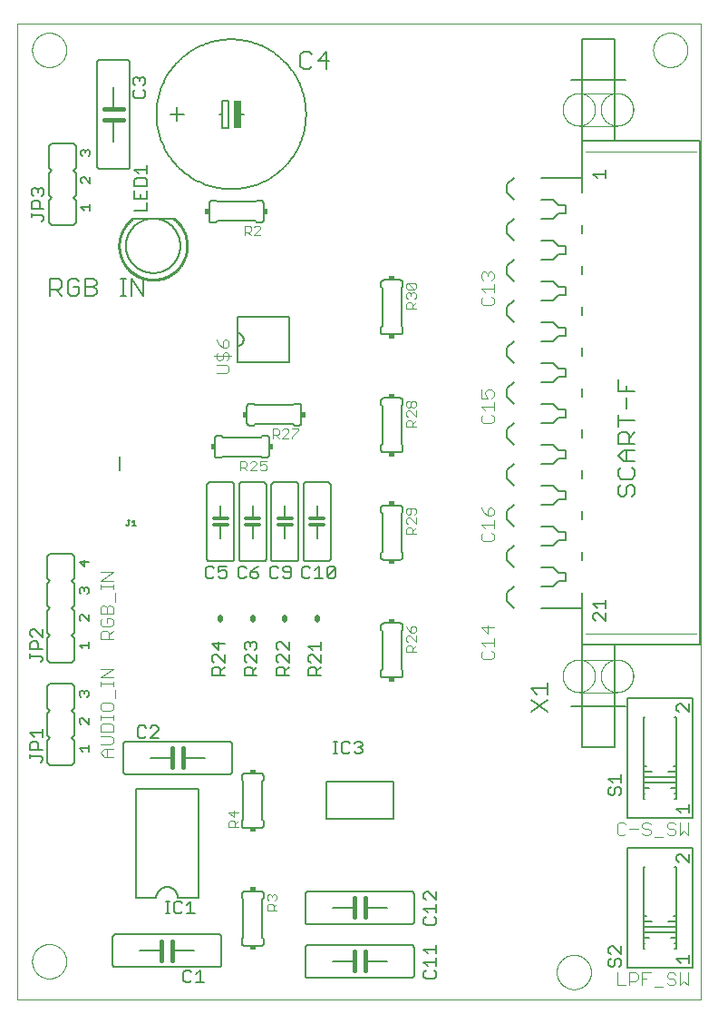
<source format=gto>
G75*
%MOIN*%
%OFA0B0*%
%FSLAX25Y25*%
%IPPOS*%
%LPD*%
%AMOC8*
5,1,8,0,0,1.08239X$1,22.5*
%
%ADD10C,0.00000*%
%ADD11C,0.00600*%
%ADD12C,0.00400*%
%ADD13C,0.00500*%
%ADD14C,0.00800*%
%ADD15C,0.01000*%
%ADD16R,0.01500X0.02000*%
%ADD17C,0.00200*%
%ADD18C,0.00009*%
%ADD19C,0.00700*%
%ADD20R,0.02000X0.01500*%
%ADD21C,0.01600*%
%ADD22R,0.02500X0.10000*%
%ADD23C,0.01200*%
%ADD24C,0.02000*%
D10*
X0001984Y0003677D02*
X0001984Y0361945D01*
X0253402Y0361945D01*
X0253402Y0003677D01*
X0001984Y0003677D01*
X0007496Y0017732D02*
X0007498Y0017890D01*
X0007504Y0018048D01*
X0007514Y0018206D01*
X0007528Y0018364D01*
X0007546Y0018521D01*
X0007567Y0018678D01*
X0007593Y0018834D01*
X0007623Y0018990D01*
X0007656Y0019145D01*
X0007694Y0019298D01*
X0007735Y0019451D01*
X0007780Y0019603D01*
X0007829Y0019754D01*
X0007882Y0019903D01*
X0007938Y0020051D01*
X0007998Y0020197D01*
X0008062Y0020342D01*
X0008130Y0020485D01*
X0008201Y0020627D01*
X0008275Y0020767D01*
X0008353Y0020904D01*
X0008435Y0021040D01*
X0008519Y0021174D01*
X0008608Y0021305D01*
X0008699Y0021434D01*
X0008794Y0021561D01*
X0008891Y0021686D01*
X0008992Y0021808D01*
X0009096Y0021927D01*
X0009203Y0022044D01*
X0009313Y0022158D01*
X0009426Y0022269D01*
X0009541Y0022378D01*
X0009659Y0022483D01*
X0009780Y0022585D01*
X0009903Y0022685D01*
X0010029Y0022781D01*
X0010157Y0022874D01*
X0010287Y0022964D01*
X0010420Y0023050D01*
X0010555Y0023134D01*
X0010691Y0023213D01*
X0010830Y0023290D01*
X0010971Y0023362D01*
X0011113Y0023432D01*
X0011257Y0023497D01*
X0011403Y0023559D01*
X0011550Y0023617D01*
X0011699Y0023672D01*
X0011849Y0023723D01*
X0012000Y0023770D01*
X0012152Y0023813D01*
X0012305Y0023852D01*
X0012460Y0023888D01*
X0012615Y0023919D01*
X0012771Y0023947D01*
X0012927Y0023971D01*
X0013084Y0023991D01*
X0013242Y0024007D01*
X0013399Y0024019D01*
X0013558Y0024027D01*
X0013716Y0024031D01*
X0013874Y0024031D01*
X0014032Y0024027D01*
X0014191Y0024019D01*
X0014348Y0024007D01*
X0014506Y0023991D01*
X0014663Y0023971D01*
X0014819Y0023947D01*
X0014975Y0023919D01*
X0015130Y0023888D01*
X0015285Y0023852D01*
X0015438Y0023813D01*
X0015590Y0023770D01*
X0015741Y0023723D01*
X0015891Y0023672D01*
X0016040Y0023617D01*
X0016187Y0023559D01*
X0016333Y0023497D01*
X0016477Y0023432D01*
X0016619Y0023362D01*
X0016760Y0023290D01*
X0016899Y0023213D01*
X0017035Y0023134D01*
X0017170Y0023050D01*
X0017303Y0022964D01*
X0017433Y0022874D01*
X0017561Y0022781D01*
X0017687Y0022685D01*
X0017810Y0022585D01*
X0017931Y0022483D01*
X0018049Y0022378D01*
X0018164Y0022269D01*
X0018277Y0022158D01*
X0018387Y0022044D01*
X0018494Y0021927D01*
X0018598Y0021808D01*
X0018699Y0021686D01*
X0018796Y0021561D01*
X0018891Y0021434D01*
X0018982Y0021305D01*
X0019071Y0021174D01*
X0019155Y0021040D01*
X0019237Y0020904D01*
X0019315Y0020767D01*
X0019389Y0020627D01*
X0019460Y0020485D01*
X0019528Y0020342D01*
X0019592Y0020197D01*
X0019652Y0020051D01*
X0019708Y0019903D01*
X0019761Y0019754D01*
X0019810Y0019603D01*
X0019855Y0019451D01*
X0019896Y0019298D01*
X0019934Y0019145D01*
X0019967Y0018990D01*
X0019997Y0018834D01*
X0020023Y0018678D01*
X0020044Y0018521D01*
X0020062Y0018364D01*
X0020076Y0018206D01*
X0020086Y0018048D01*
X0020092Y0017890D01*
X0020094Y0017732D01*
X0020092Y0017574D01*
X0020086Y0017416D01*
X0020076Y0017258D01*
X0020062Y0017100D01*
X0020044Y0016943D01*
X0020023Y0016786D01*
X0019997Y0016630D01*
X0019967Y0016474D01*
X0019934Y0016319D01*
X0019896Y0016166D01*
X0019855Y0016013D01*
X0019810Y0015861D01*
X0019761Y0015710D01*
X0019708Y0015561D01*
X0019652Y0015413D01*
X0019592Y0015267D01*
X0019528Y0015122D01*
X0019460Y0014979D01*
X0019389Y0014837D01*
X0019315Y0014697D01*
X0019237Y0014560D01*
X0019155Y0014424D01*
X0019071Y0014290D01*
X0018982Y0014159D01*
X0018891Y0014030D01*
X0018796Y0013903D01*
X0018699Y0013778D01*
X0018598Y0013656D01*
X0018494Y0013537D01*
X0018387Y0013420D01*
X0018277Y0013306D01*
X0018164Y0013195D01*
X0018049Y0013086D01*
X0017931Y0012981D01*
X0017810Y0012879D01*
X0017687Y0012779D01*
X0017561Y0012683D01*
X0017433Y0012590D01*
X0017303Y0012500D01*
X0017170Y0012414D01*
X0017035Y0012330D01*
X0016899Y0012251D01*
X0016760Y0012174D01*
X0016619Y0012102D01*
X0016477Y0012032D01*
X0016333Y0011967D01*
X0016187Y0011905D01*
X0016040Y0011847D01*
X0015891Y0011792D01*
X0015741Y0011741D01*
X0015590Y0011694D01*
X0015438Y0011651D01*
X0015285Y0011612D01*
X0015130Y0011576D01*
X0014975Y0011545D01*
X0014819Y0011517D01*
X0014663Y0011493D01*
X0014506Y0011473D01*
X0014348Y0011457D01*
X0014191Y0011445D01*
X0014032Y0011437D01*
X0013874Y0011433D01*
X0013716Y0011433D01*
X0013558Y0011437D01*
X0013399Y0011445D01*
X0013242Y0011457D01*
X0013084Y0011473D01*
X0012927Y0011493D01*
X0012771Y0011517D01*
X0012615Y0011545D01*
X0012460Y0011576D01*
X0012305Y0011612D01*
X0012152Y0011651D01*
X0012000Y0011694D01*
X0011849Y0011741D01*
X0011699Y0011792D01*
X0011550Y0011847D01*
X0011403Y0011905D01*
X0011257Y0011967D01*
X0011113Y0012032D01*
X0010971Y0012102D01*
X0010830Y0012174D01*
X0010691Y0012251D01*
X0010555Y0012330D01*
X0010420Y0012414D01*
X0010287Y0012500D01*
X0010157Y0012590D01*
X0010029Y0012683D01*
X0009903Y0012779D01*
X0009780Y0012879D01*
X0009659Y0012981D01*
X0009541Y0013086D01*
X0009426Y0013195D01*
X0009313Y0013306D01*
X0009203Y0013420D01*
X0009096Y0013537D01*
X0008992Y0013656D01*
X0008891Y0013778D01*
X0008794Y0013903D01*
X0008699Y0014030D01*
X0008608Y0014159D01*
X0008519Y0014290D01*
X0008435Y0014424D01*
X0008353Y0014560D01*
X0008275Y0014697D01*
X0008201Y0014837D01*
X0008130Y0014979D01*
X0008062Y0015122D01*
X0007998Y0015267D01*
X0007938Y0015413D01*
X0007882Y0015561D01*
X0007829Y0015710D01*
X0007780Y0015861D01*
X0007735Y0016013D01*
X0007694Y0016166D01*
X0007656Y0016319D01*
X0007623Y0016474D01*
X0007593Y0016630D01*
X0007567Y0016786D01*
X0007546Y0016943D01*
X0007528Y0017100D01*
X0007514Y0017258D01*
X0007504Y0017416D01*
X0007498Y0017574D01*
X0007496Y0017732D01*
X0200410Y0013795D02*
X0200412Y0013953D01*
X0200418Y0014111D01*
X0200428Y0014269D01*
X0200442Y0014427D01*
X0200460Y0014584D01*
X0200481Y0014741D01*
X0200507Y0014897D01*
X0200537Y0015053D01*
X0200570Y0015208D01*
X0200608Y0015361D01*
X0200649Y0015514D01*
X0200694Y0015666D01*
X0200743Y0015817D01*
X0200796Y0015966D01*
X0200852Y0016114D01*
X0200912Y0016260D01*
X0200976Y0016405D01*
X0201044Y0016548D01*
X0201115Y0016690D01*
X0201189Y0016830D01*
X0201267Y0016967D01*
X0201349Y0017103D01*
X0201433Y0017237D01*
X0201522Y0017368D01*
X0201613Y0017497D01*
X0201708Y0017624D01*
X0201805Y0017749D01*
X0201906Y0017871D01*
X0202010Y0017990D01*
X0202117Y0018107D01*
X0202227Y0018221D01*
X0202340Y0018332D01*
X0202455Y0018441D01*
X0202573Y0018546D01*
X0202694Y0018648D01*
X0202817Y0018748D01*
X0202943Y0018844D01*
X0203071Y0018937D01*
X0203201Y0019027D01*
X0203334Y0019113D01*
X0203469Y0019197D01*
X0203605Y0019276D01*
X0203744Y0019353D01*
X0203885Y0019425D01*
X0204027Y0019495D01*
X0204171Y0019560D01*
X0204317Y0019622D01*
X0204464Y0019680D01*
X0204613Y0019735D01*
X0204763Y0019786D01*
X0204914Y0019833D01*
X0205066Y0019876D01*
X0205219Y0019915D01*
X0205374Y0019951D01*
X0205529Y0019982D01*
X0205685Y0020010D01*
X0205841Y0020034D01*
X0205998Y0020054D01*
X0206156Y0020070D01*
X0206313Y0020082D01*
X0206472Y0020090D01*
X0206630Y0020094D01*
X0206788Y0020094D01*
X0206946Y0020090D01*
X0207105Y0020082D01*
X0207262Y0020070D01*
X0207420Y0020054D01*
X0207577Y0020034D01*
X0207733Y0020010D01*
X0207889Y0019982D01*
X0208044Y0019951D01*
X0208199Y0019915D01*
X0208352Y0019876D01*
X0208504Y0019833D01*
X0208655Y0019786D01*
X0208805Y0019735D01*
X0208954Y0019680D01*
X0209101Y0019622D01*
X0209247Y0019560D01*
X0209391Y0019495D01*
X0209533Y0019425D01*
X0209674Y0019353D01*
X0209813Y0019276D01*
X0209949Y0019197D01*
X0210084Y0019113D01*
X0210217Y0019027D01*
X0210347Y0018937D01*
X0210475Y0018844D01*
X0210601Y0018748D01*
X0210724Y0018648D01*
X0210845Y0018546D01*
X0210963Y0018441D01*
X0211078Y0018332D01*
X0211191Y0018221D01*
X0211301Y0018107D01*
X0211408Y0017990D01*
X0211512Y0017871D01*
X0211613Y0017749D01*
X0211710Y0017624D01*
X0211805Y0017497D01*
X0211896Y0017368D01*
X0211985Y0017237D01*
X0212069Y0017103D01*
X0212151Y0016967D01*
X0212229Y0016830D01*
X0212303Y0016690D01*
X0212374Y0016548D01*
X0212442Y0016405D01*
X0212506Y0016260D01*
X0212566Y0016114D01*
X0212622Y0015966D01*
X0212675Y0015817D01*
X0212724Y0015666D01*
X0212769Y0015514D01*
X0212810Y0015361D01*
X0212848Y0015208D01*
X0212881Y0015053D01*
X0212911Y0014897D01*
X0212937Y0014741D01*
X0212958Y0014584D01*
X0212976Y0014427D01*
X0212990Y0014269D01*
X0213000Y0014111D01*
X0213006Y0013953D01*
X0213008Y0013795D01*
X0213006Y0013637D01*
X0213000Y0013479D01*
X0212990Y0013321D01*
X0212976Y0013163D01*
X0212958Y0013006D01*
X0212937Y0012849D01*
X0212911Y0012693D01*
X0212881Y0012537D01*
X0212848Y0012382D01*
X0212810Y0012229D01*
X0212769Y0012076D01*
X0212724Y0011924D01*
X0212675Y0011773D01*
X0212622Y0011624D01*
X0212566Y0011476D01*
X0212506Y0011330D01*
X0212442Y0011185D01*
X0212374Y0011042D01*
X0212303Y0010900D01*
X0212229Y0010760D01*
X0212151Y0010623D01*
X0212069Y0010487D01*
X0211985Y0010353D01*
X0211896Y0010222D01*
X0211805Y0010093D01*
X0211710Y0009966D01*
X0211613Y0009841D01*
X0211512Y0009719D01*
X0211408Y0009600D01*
X0211301Y0009483D01*
X0211191Y0009369D01*
X0211078Y0009258D01*
X0210963Y0009149D01*
X0210845Y0009044D01*
X0210724Y0008942D01*
X0210601Y0008842D01*
X0210475Y0008746D01*
X0210347Y0008653D01*
X0210217Y0008563D01*
X0210084Y0008477D01*
X0209949Y0008393D01*
X0209813Y0008314D01*
X0209674Y0008237D01*
X0209533Y0008165D01*
X0209391Y0008095D01*
X0209247Y0008030D01*
X0209101Y0007968D01*
X0208954Y0007910D01*
X0208805Y0007855D01*
X0208655Y0007804D01*
X0208504Y0007757D01*
X0208352Y0007714D01*
X0208199Y0007675D01*
X0208044Y0007639D01*
X0207889Y0007608D01*
X0207733Y0007580D01*
X0207577Y0007556D01*
X0207420Y0007536D01*
X0207262Y0007520D01*
X0207105Y0007508D01*
X0206946Y0007500D01*
X0206788Y0007496D01*
X0206630Y0007496D01*
X0206472Y0007500D01*
X0206313Y0007508D01*
X0206156Y0007520D01*
X0205998Y0007536D01*
X0205841Y0007556D01*
X0205685Y0007580D01*
X0205529Y0007608D01*
X0205374Y0007639D01*
X0205219Y0007675D01*
X0205066Y0007714D01*
X0204914Y0007757D01*
X0204763Y0007804D01*
X0204613Y0007855D01*
X0204464Y0007910D01*
X0204317Y0007968D01*
X0204171Y0008030D01*
X0204027Y0008095D01*
X0203885Y0008165D01*
X0203744Y0008237D01*
X0203605Y0008314D01*
X0203469Y0008393D01*
X0203334Y0008477D01*
X0203201Y0008563D01*
X0203071Y0008653D01*
X0202943Y0008746D01*
X0202817Y0008842D01*
X0202694Y0008942D01*
X0202573Y0009044D01*
X0202455Y0009149D01*
X0202340Y0009258D01*
X0202227Y0009369D01*
X0202117Y0009483D01*
X0202010Y0009600D01*
X0201906Y0009719D01*
X0201805Y0009841D01*
X0201708Y0009966D01*
X0201613Y0010093D01*
X0201522Y0010222D01*
X0201433Y0010353D01*
X0201349Y0010487D01*
X0201267Y0010623D01*
X0201189Y0010760D01*
X0201115Y0010900D01*
X0201044Y0011042D01*
X0200976Y0011185D01*
X0200912Y0011330D01*
X0200852Y0011476D01*
X0200796Y0011624D01*
X0200743Y0011773D01*
X0200694Y0011924D01*
X0200649Y0012076D01*
X0200608Y0012229D01*
X0200570Y0012382D01*
X0200537Y0012537D01*
X0200507Y0012693D01*
X0200481Y0012849D01*
X0200460Y0013006D01*
X0200442Y0013163D01*
X0200428Y0013321D01*
X0200418Y0013479D01*
X0200412Y0013637D01*
X0200410Y0013795D01*
X0202593Y0122551D02*
X0202595Y0122705D01*
X0202601Y0122859D01*
X0202611Y0123012D01*
X0202625Y0123165D01*
X0202643Y0123318D01*
X0202664Y0123470D01*
X0202690Y0123622D01*
X0202720Y0123773D01*
X0202753Y0123923D01*
X0202791Y0124072D01*
X0202832Y0124221D01*
X0202877Y0124368D01*
X0202926Y0124514D01*
X0202979Y0124658D01*
X0203035Y0124801D01*
X0203095Y0124943D01*
X0203159Y0125083D01*
X0203226Y0125221D01*
X0203297Y0125358D01*
X0203371Y0125493D01*
X0203449Y0125625D01*
X0203530Y0125756D01*
X0203615Y0125885D01*
X0203702Y0126011D01*
X0203793Y0126135D01*
X0203888Y0126256D01*
X0203985Y0126376D01*
X0204085Y0126492D01*
X0204189Y0126606D01*
X0204295Y0126717D01*
X0204404Y0126826D01*
X0204516Y0126931D01*
X0204631Y0127034D01*
X0204748Y0127134D01*
X0204868Y0127230D01*
X0204990Y0127324D01*
X0205114Y0127414D01*
X0205241Y0127501D01*
X0205370Y0127585D01*
X0205502Y0127665D01*
X0205635Y0127742D01*
X0205770Y0127815D01*
X0205907Y0127885D01*
X0206046Y0127952D01*
X0206186Y0128014D01*
X0206328Y0128073D01*
X0206472Y0128129D01*
X0206617Y0128181D01*
X0206763Y0128228D01*
X0206910Y0128273D01*
X0207059Y0128313D01*
X0207208Y0128349D01*
X0207359Y0128382D01*
X0207510Y0128411D01*
X0207662Y0128435D01*
X0207814Y0128456D01*
X0207967Y0128473D01*
X0208120Y0128486D01*
X0208274Y0128495D01*
X0208428Y0128500D01*
X0208581Y0128501D01*
X0208735Y0128498D01*
X0208889Y0128491D01*
X0209042Y0128480D01*
X0209196Y0128465D01*
X0209348Y0128446D01*
X0209500Y0128423D01*
X0209652Y0128397D01*
X0209803Y0128366D01*
X0209953Y0128332D01*
X0210102Y0128293D01*
X0210249Y0128251D01*
X0210396Y0128205D01*
X0210542Y0128155D01*
X0210686Y0128102D01*
X0210829Y0128044D01*
X0210970Y0127983D01*
X0211110Y0127919D01*
X0211248Y0127851D01*
X0211384Y0127779D01*
X0211518Y0127704D01*
X0211650Y0127625D01*
X0211780Y0127543D01*
X0211908Y0127458D01*
X0212034Y0127369D01*
X0212157Y0127277D01*
X0212278Y0127182D01*
X0212397Y0127084D01*
X0212513Y0126983D01*
X0212626Y0126879D01*
X0212737Y0126772D01*
X0212844Y0126662D01*
X0212949Y0126549D01*
X0213051Y0126434D01*
X0213150Y0126316D01*
X0213246Y0126196D01*
X0213339Y0126073D01*
X0213428Y0125948D01*
X0213514Y0125821D01*
X0213597Y0125691D01*
X0213677Y0125559D01*
X0213753Y0125426D01*
X0213825Y0125290D01*
X0213894Y0125152D01*
X0213960Y0125013D01*
X0214022Y0124872D01*
X0214080Y0124730D01*
X0214134Y0124586D01*
X0214185Y0124441D01*
X0214232Y0124294D01*
X0214275Y0124147D01*
X0214314Y0123998D01*
X0214350Y0123848D01*
X0214381Y0123698D01*
X0214409Y0123546D01*
X0214433Y0123394D01*
X0214453Y0123242D01*
X0214469Y0123089D01*
X0214481Y0122935D01*
X0214489Y0122782D01*
X0214493Y0122628D01*
X0214493Y0122474D01*
X0214489Y0122320D01*
X0214481Y0122167D01*
X0214469Y0122013D01*
X0214453Y0121860D01*
X0214433Y0121708D01*
X0214409Y0121556D01*
X0214381Y0121404D01*
X0214350Y0121254D01*
X0214314Y0121104D01*
X0214275Y0120955D01*
X0214232Y0120808D01*
X0214185Y0120661D01*
X0214134Y0120516D01*
X0214080Y0120372D01*
X0214022Y0120230D01*
X0213960Y0120089D01*
X0213894Y0119950D01*
X0213825Y0119812D01*
X0213753Y0119676D01*
X0213677Y0119543D01*
X0213597Y0119411D01*
X0213514Y0119281D01*
X0213428Y0119154D01*
X0213339Y0119029D01*
X0213246Y0118906D01*
X0213150Y0118786D01*
X0213051Y0118668D01*
X0212949Y0118553D01*
X0212844Y0118440D01*
X0212737Y0118330D01*
X0212626Y0118223D01*
X0212513Y0118119D01*
X0212397Y0118018D01*
X0212278Y0117920D01*
X0212157Y0117825D01*
X0212034Y0117733D01*
X0211908Y0117644D01*
X0211780Y0117559D01*
X0211650Y0117477D01*
X0211518Y0117398D01*
X0211384Y0117323D01*
X0211248Y0117251D01*
X0211110Y0117183D01*
X0210970Y0117119D01*
X0210829Y0117058D01*
X0210686Y0117000D01*
X0210542Y0116947D01*
X0210396Y0116897D01*
X0210249Y0116851D01*
X0210102Y0116809D01*
X0209953Y0116770D01*
X0209803Y0116736D01*
X0209652Y0116705D01*
X0209500Y0116679D01*
X0209348Y0116656D01*
X0209196Y0116637D01*
X0209042Y0116622D01*
X0208889Y0116611D01*
X0208735Y0116604D01*
X0208581Y0116601D01*
X0208428Y0116602D01*
X0208274Y0116607D01*
X0208120Y0116616D01*
X0207967Y0116629D01*
X0207814Y0116646D01*
X0207662Y0116667D01*
X0207510Y0116691D01*
X0207359Y0116720D01*
X0207208Y0116753D01*
X0207059Y0116789D01*
X0206910Y0116829D01*
X0206763Y0116874D01*
X0206617Y0116921D01*
X0206472Y0116973D01*
X0206328Y0117029D01*
X0206186Y0117088D01*
X0206046Y0117150D01*
X0205907Y0117217D01*
X0205770Y0117287D01*
X0205635Y0117360D01*
X0205502Y0117437D01*
X0205370Y0117517D01*
X0205241Y0117601D01*
X0205114Y0117688D01*
X0204990Y0117778D01*
X0204868Y0117872D01*
X0204748Y0117968D01*
X0204631Y0118068D01*
X0204516Y0118171D01*
X0204404Y0118276D01*
X0204295Y0118385D01*
X0204189Y0118496D01*
X0204085Y0118610D01*
X0203985Y0118726D01*
X0203888Y0118846D01*
X0203793Y0118967D01*
X0203702Y0119091D01*
X0203615Y0119217D01*
X0203530Y0119346D01*
X0203449Y0119477D01*
X0203371Y0119609D01*
X0203297Y0119744D01*
X0203226Y0119881D01*
X0203159Y0120019D01*
X0203095Y0120159D01*
X0203035Y0120301D01*
X0202979Y0120444D01*
X0202926Y0120588D01*
X0202877Y0120734D01*
X0202832Y0120881D01*
X0202791Y0121030D01*
X0202753Y0121179D01*
X0202720Y0121329D01*
X0202690Y0121480D01*
X0202664Y0121632D01*
X0202643Y0121784D01*
X0202625Y0121937D01*
X0202611Y0122090D01*
X0202601Y0122243D01*
X0202595Y0122397D01*
X0202593Y0122551D01*
X0208543Y0128551D02*
X0208390Y0128549D01*
X0208237Y0128543D01*
X0208084Y0128533D01*
X0207931Y0128520D01*
X0207779Y0128502D01*
X0207627Y0128481D01*
X0207476Y0128455D01*
X0207326Y0128426D01*
X0207176Y0128393D01*
X0207027Y0128356D01*
X0206879Y0128316D01*
X0206733Y0128271D01*
X0206587Y0128223D01*
X0206443Y0128171D01*
X0206300Y0128116D01*
X0206159Y0128057D01*
X0206019Y0127994D01*
X0205881Y0127928D01*
X0205744Y0127858D01*
X0205610Y0127785D01*
X0205477Y0127708D01*
X0205346Y0127628D01*
X0205218Y0127545D01*
X0205091Y0127459D01*
X0204967Y0127369D01*
X0204845Y0127276D01*
X0204726Y0127180D01*
X0204609Y0127081D01*
X0204494Y0126979D01*
X0204382Y0126874D01*
X0204273Y0126766D01*
X0204167Y0126656D01*
X0204064Y0126543D01*
X0203963Y0126427D01*
X0203866Y0126309D01*
X0203771Y0126188D01*
X0203680Y0126065D01*
X0203592Y0125940D01*
X0203507Y0125812D01*
X0203425Y0125683D01*
X0203347Y0125551D01*
X0203272Y0125417D01*
X0203200Y0125282D01*
X0203132Y0125144D01*
X0203068Y0125005D01*
X0203007Y0124865D01*
X0202950Y0124723D01*
X0202896Y0124579D01*
X0202846Y0124434D01*
X0202800Y0124288D01*
X0202757Y0124141D01*
X0202719Y0123993D01*
X0202684Y0123843D01*
X0202653Y0123693D01*
X0202625Y0123543D01*
X0202602Y0123391D01*
X0202583Y0123239D01*
X0202567Y0123087D01*
X0202555Y0122934D01*
X0202547Y0122781D01*
X0202543Y0122628D01*
X0202543Y0122474D01*
X0202547Y0122321D01*
X0202555Y0122168D01*
X0202567Y0122015D01*
X0202583Y0121863D01*
X0202602Y0121711D01*
X0202625Y0121559D01*
X0202653Y0121409D01*
X0202684Y0121259D01*
X0202719Y0121109D01*
X0202757Y0120961D01*
X0202800Y0120814D01*
X0202846Y0120668D01*
X0202896Y0120523D01*
X0202950Y0120379D01*
X0203007Y0120237D01*
X0203068Y0120097D01*
X0203132Y0119958D01*
X0203200Y0119820D01*
X0203272Y0119685D01*
X0203347Y0119551D01*
X0203425Y0119419D01*
X0203507Y0119290D01*
X0203592Y0119162D01*
X0203680Y0119037D01*
X0203771Y0118914D01*
X0203866Y0118793D01*
X0203963Y0118675D01*
X0204064Y0118559D01*
X0204167Y0118446D01*
X0204273Y0118336D01*
X0204382Y0118228D01*
X0204494Y0118123D01*
X0204609Y0118021D01*
X0204726Y0117922D01*
X0204845Y0117826D01*
X0204967Y0117733D01*
X0205091Y0117643D01*
X0205218Y0117557D01*
X0205346Y0117474D01*
X0205477Y0117394D01*
X0205610Y0117317D01*
X0205744Y0117244D01*
X0205881Y0117174D01*
X0206019Y0117108D01*
X0206159Y0117045D01*
X0206300Y0116986D01*
X0206443Y0116931D01*
X0206587Y0116879D01*
X0206733Y0116831D01*
X0206879Y0116786D01*
X0207027Y0116746D01*
X0207176Y0116709D01*
X0207326Y0116676D01*
X0207476Y0116647D01*
X0207627Y0116621D01*
X0207779Y0116600D01*
X0207931Y0116582D01*
X0208084Y0116569D01*
X0208237Y0116559D01*
X0208390Y0116553D01*
X0208543Y0116551D01*
X0216593Y0122551D02*
X0216595Y0122705D01*
X0216601Y0122859D01*
X0216611Y0123012D01*
X0216625Y0123165D01*
X0216643Y0123318D01*
X0216664Y0123470D01*
X0216690Y0123622D01*
X0216720Y0123773D01*
X0216753Y0123923D01*
X0216791Y0124072D01*
X0216832Y0124221D01*
X0216877Y0124368D01*
X0216926Y0124514D01*
X0216979Y0124658D01*
X0217035Y0124801D01*
X0217095Y0124943D01*
X0217159Y0125083D01*
X0217226Y0125221D01*
X0217297Y0125358D01*
X0217371Y0125493D01*
X0217449Y0125625D01*
X0217530Y0125756D01*
X0217615Y0125885D01*
X0217702Y0126011D01*
X0217793Y0126135D01*
X0217888Y0126256D01*
X0217985Y0126376D01*
X0218085Y0126492D01*
X0218189Y0126606D01*
X0218295Y0126717D01*
X0218404Y0126826D01*
X0218516Y0126931D01*
X0218631Y0127034D01*
X0218748Y0127134D01*
X0218868Y0127230D01*
X0218990Y0127324D01*
X0219114Y0127414D01*
X0219241Y0127501D01*
X0219370Y0127585D01*
X0219502Y0127665D01*
X0219635Y0127742D01*
X0219770Y0127815D01*
X0219907Y0127885D01*
X0220046Y0127952D01*
X0220186Y0128014D01*
X0220328Y0128073D01*
X0220472Y0128129D01*
X0220617Y0128181D01*
X0220763Y0128228D01*
X0220910Y0128273D01*
X0221059Y0128313D01*
X0221208Y0128349D01*
X0221359Y0128382D01*
X0221510Y0128411D01*
X0221662Y0128435D01*
X0221814Y0128456D01*
X0221967Y0128473D01*
X0222120Y0128486D01*
X0222274Y0128495D01*
X0222428Y0128500D01*
X0222581Y0128501D01*
X0222735Y0128498D01*
X0222889Y0128491D01*
X0223042Y0128480D01*
X0223196Y0128465D01*
X0223348Y0128446D01*
X0223500Y0128423D01*
X0223652Y0128397D01*
X0223803Y0128366D01*
X0223953Y0128332D01*
X0224102Y0128293D01*
X0224249Y0128251D01*
X0224396Y0128205D01*
X0224542Y0128155D01*
X0224686Y0128102D01*
X0224829Y0128044D01*
X0224970Y0127983D01*
X0225110Y0127919D01*
X0225248Y0127851D01*
X0225384Y0127779D01*
X0225518Y0127704D01*
X0225650Y0127625D01*
X0225780Y0127543D01*
X0225908Y0127458D01*
X0226034Y0127369D01*
X0226157Y0127277D01*
X0226278Y0127182D01*
X0226397Y0127084D01*
X0226513Y0126983D01*
X0226626Y0126879D01*
X0226737Y0126772D01*
X0226844Y0126662D01*
X0226949Y0126549D01*
X0227051Y0126434D01*
X0227150Y0126316D01*
X0227246Y0126196D01*
X0227339Y0126073D01*
X0227428Y0125948D01*
X0227514Y0125821D01*
X0227597Y0125691D01*
X0227677Y0125559D01*
X0227753Y0125426D01*
X0227825Y0125290D01*
X0227894Y0125152D01*
X0227960Y0125013D01*
X0228022Y0124872D01*
X0228080Y0124730D01*
X0228134Y0124586D01*
X0228185Y0124441D01*
X0228232Y0124294D01*
X0228275Y0124147D01*
X0228314Y0123998D01*
X0228350Y0123848D01*
X0228381Y0123698D01*
X0228409Y0123546D01*
X0228433Y0123394D01*
X0228453Y0123242D01*
X0228469Y0123089D01*
X0228481Y0122935D01*
X0228489Y0122782D01*
X0228493Y0122628D01*
X0228493Y0122474D01*
X0228489Y0122320D01*
X0228481Y0122167D01*
X0228469Y0122013D01*
X0228453Y0121860D01*
X0228433Y0121708D01*
X0228409Y0121556D01*
X0228381Y0121404D01*
X0228350Y0121254D01*
X0228314Y0121104D01*
X0228275Y0120955D01*
X0228232Y0120808D01*
X0228185Y0120661D01*
X0228134Y0120516D01*
X0228080Y0120372D01*
X0228022Y0120230D01*
X0227960Y0120089D01*
X0227894Y0119950D01*
X0227825Y0119812D01*
X0227753Y0119676D01*
X0227677Y0119543D01*
X0227597Y0119411D01*
X0227514Y0119281D01*
X0227428Y0119154D01*
X0227339Y0119029D01*
X0227246Y0118906D01*
X0227150Y0118786D01*
X0227051Y0118668D01*
X0226949Y0118553D01*
X0226844Y0118440D01*
X0226737Y0118330D01*
X0226626Y0118223D01*
X0226513Y0118119D01*
X0226397Y0118018D01*
X0226278Y0117920D01*
X0226157Y0117825D01*
X0226034Y0117733D01*
X0225908Y0117644D01*
X0225780Y0117559D01*
X0225650Y0117477D01*
X0225518Y0117398D01*
X0225384Y0117323D01*
X0225248Y0117251D01*
X0225110Y0117183D01*
X0224970Y0117119D01*
X0224829Y0117058D01*
X0224686Y0117000D01*
X0224542Y0116947D01*
X0224396Y0116897D01*
X0224249Y0116851D01*
X0224102Y0116809D01*
X0223953Y0116770D01*
X0223803Y0116736D01*
X0223652Y0116705D01*
X0223500Y0116679D01*
X0223348Y0116656D01*
X0223196Y0116637D01*
X0223042Y0116622D01*
X0222889Y0116611D01*
X0222735Y0116604D01*
X0222581Y0116601D01*
X0222428Y0116602D01*
X0222274Y0116607D01*
X0222120Y0116616D01*
X0221967Y0116629D01*
X0221814Y0116646D01*
X0221662Y0116667D01*
X0221510Y0116691D01*
X0221359Y0116720D01*
X0221208Y0116753D01*
X0221059Y0116789D01*
X0220910Y0116829D01*
X0220763Y0116874D01*
X0220617Y0116921D01*
X0220472Y0116973D01*
X0220328Y0117029D01*
X0220186Y0117088D01*
X0220046Y0117150D01*
X0219907Y0117217D01*
X0219770Y0117287D01*
X0219635Y0117360D01*
X0219502Y0117437D01*
X0219370Y0117517D01*
X0219241Y0117601D01*
X0219114Y0117688D01*
X0218990Y0117778D01*
X0218868Y0117872D01*
X0218748Y0117968D01*
X0218631Y0118068D01*
X0218516Y0118171D01*
X0218404Y0118276D01*
X0218295Y0118385D01*
X0218189Y0118496D01*
X0218085Y0118610D01*
X0217985Y0118726D01*
X0217888Y0118846D01*
X0217793Y0118967D01*
X0217702Y0119091D01*
X0217615Y0119217D01*
X0217530Y0119346D01*
X0217449Y0119477D01*
X0217371Y0119609D01*
X0217297Y0119744D01*
X0217226Y0119881D01*
X0217159Y0120019D01*
X0217095Y0120159D01*
X0217035Y0120301D01*
X0216979Y0120444D01*
X0216926Y0120588D01*
X0216877Y0120734D01*
X0216832Y0120881D01*
X0216791Y0121030D01*
X0216753Y0121179D01*
X0216720Y0121329D01*
X0216690Y0121480D01*
X0216664Y0121632D01*
X0216643Y0121784D01*
X0216625Y0121937D01*
X0216611Y0122090D01*
X0216601Y0122243D01*
X0216595Y0122397D01*
X0216593Y0122551D01*
X0222543Y0116551D02*
X0222696Y0116553D01*
X0222849Y0116559D01*
X0223002Y0116569D01*
X0223155Y0116582D01*
X0223307Y0116600D01*
X0223459Y0116621D01*
X0223610Y0116647D01*
X0223760Y0116676D01*
X0223910Y0116709D01*
X0224059Y0116746D01*
X0224207Y0116786D01*
X0224353Y0116831D01*
X0224499Y0116879D01*
X0224643Y0116931D01*
X0224786Y0116986D01*
X0224927Y0117045D01*
X0225067Y0117108D01*
X0225205Y0117174D01*
X0225342Y0117244D01*
X0225476Y0117317D01*
X0225609Y0117394D01*
X0225740Y0117474D01*
X0225868Y0117557D01*
X0225995Y0117643D01*
X0226119Y0117733D01*
X0226241Y0117826D01*
X0226360Y0117922D01*
X0226477Y0118021D01*
X0226592Y0118123D01*
X0226704Y0118228D01*
X0226813Y0118336D01*
X0226919Y0118446D01*
X0227022Y0118559D01*
X0227123Y0118675D01*
X0227220Y0118793D01*
X0227315Y0118914D01*
X0227406Y0119037D01*
X0227494Y0119162D01*
X0227579Y0119290D01*
X0227661Y0119419D01*
X0227739Y0119551D01*
X0227814Y0119685D01*
X0227886Y0119820D01*
X0227954Y0119958D01*
X0228018Y0120097D01*
X0228079Y0120237D01*
X0228136Y0120379D01*
X0228190Y0120523D01*
X0228240Y0120668D01*
X0228286Y0120814D01*
X0228329Y0120961D01*
X0228367Y0121109D01*
X0228402Y0121259D01*
X0228433Y0121409D01*
X0228461Y0121559D01*
X0228484Y0121711D01*
X0228503Y0121863D01*
X0228519Y0122015D01*
X0228531Y0122168D01*
X0228539Y0122321D01*
X0228543Y0122474D01*
X0228543Y0122628D01*
X0228539Y0122781D01*
X0228531Y0122934D01*
X0228519Y0123087D01*
X0228503Y0123239D01*
X0228484Y0123391D01*
X0228461Y0123543D01*
X0228433Y0123693D01*
X0228402Y0123843D01*
X0228367Y0123993D01*
X0228329Y0124141D01*
X0228286Y0124288D01*
X0228240Y0124434D01*
X0228190Y0124579D01*
X0228136Y0124723D01*
X0228079Y0124865D01*
X0228018Y0125005D01*
X0227954Y0125144D01*
X0227886Y0125282D01*
X0227814Y0125417D01*
X0227739Y0125551D01*
X0227661Y0125683D01*
X0227579Y0125812D01*
X0227494Y0125940D01*
X0227406Y0126065D01*
X0227315Y0126188D01*
X0227220Y0126309D01*
X0227123Y0126427D01*
X0227022Y0126543D01*
X0226919Y0126656D01*
X0226813Y0126766D01*
X0226704Y0126874D01*
X0226592Y0126979D01*
X0226477Y0127081D01*
X0226360Y0127180D01*
X0226241Y0127276D01*
X0226119Y0127369D01*
X0225995Y0127459D01*
X0225868Y0127545D01*
X0225740Y0127628D01*
X0225609Y0127708D01*
X0225476Y0127785D01*
X0225342Y0127858D01*
X0225205Y0127928D01*
X0225067Y0127994D01*
X0224927Y0128057D01*
X0224786Y0128116D01*
X0224643Y0128171D01*
X0224499Y0128223D01*
X0224353Y0128271D01*
X0224207Y0128316D01*
X0224059Y0128356D01*
X0223910Y0128393D01*
X0223760Y0128426D01*
X0223610Y0128455D01*
X0223459Y0128481D01*
X0223307Y0128502D01*
X0223155Y0128520D01*
X0223002Y0128533D01*
X0222849Y0128543D01*
X0222696Y0128549D01*
X0222543Y0128551D01*
X0216593Y0330551D02*
X0216595Y0330705D01*
X0216601Y0330859D01*
X0216611Y0331012D01*
X0216625Y0331165D01*
X0216643Y0331318D01*
X0216664Y0331470D01*
X0216690Y0331622D01*
X0216720Y0331773D01*
X0216753Y0331923D01*
X0216791Y0332072D01*
X0216832Y0332221D01*
X0216877Y0332368D01*
X0216926Y0332514D01*
X0216979Y0332658D01*
X0217035Y0332801D01*
X0217095Y0332943D01*
X0217159Y0333083D01*
X0217226Y0333221D01*
X0217297Y0333358D01*
X0217371Y0333493D01*
X0217449Y0333625D01*
X0217530Y0333756D01*
X0217615Y0333885D01*
X0217702Y0334011D01*
X0217793Y0334135D01*
X0217888Y0334256D01*
X0217985Y0334376D01*
X0218085Y0334492D01*
X0218189Y0334606D01*
X0218295Y0334717D01*
X0218404Y0334826D01*
X0218516Y0334931D01*
X0218631Y0335034D01*
X0218748Y0335134D01*
X0218868Y0335230D01*
X0218990Y0335324D01*
X0219114Y0335414D01*
X0219241Y0335501D01*
X0219370Y0335585D01*
X0219502Y0335665D01*
X0219635Y0335742D01*
X0219770Y0335815D01*
X0219907Y0335885D01*
X0220046Y0335952D01*
X0220186Y0336014D01*
X0220328Y0336073D01*
X0220472Y0336129D01*
X0220617Y0336181D01*
X0220763Y0336228D01*
X0220910Y0336273D01*
X0221059Y0336313D01*
X0221208Y0336349D01*
X0221359Y0336382D01*
X0221510Y0336411D01*
X0221662Y0336435D01*
X0221814Y0336456D01*
X0221967Y0336473D01*
X0222120Y0336486D01*
X0222274Y0336495D01*
X0222428Y0336500D01*
X0222581Y0336501D01*
X0222735Y0336498D01*
X0222889Y0336491D01*
X0223042Y0336480D01*
X0223196Y0336465D01*
X0223348Y0336446D01*
X0223500Y0336423D01*
X0223652Y0336397D01*
X0223803Y0336366D01*
X0223953Y0336332D01*
X0224102Y0336293D01*
X0224249Y0336251D01*
X0224396Y0336205D01*
X0224542Y0336155D01*
X0224686Y0336102D01*
X0224829Y0336044D01*
X0224970Y0335983D01*
X0225110Y0335919D01*
X0225248Y0335851D01*
X0225384Y0335779D01*
X0225518Y0335704D01*
X0225650Y0335625D01*
X0225780Y0335543D01*
X0225908Y0335458D01*
X0226034Y0335369D01*
X0226157Y0335277D01*
X0226278Y0335182D01*
X0226397Y0335084D01*
X0226513Y0334983D01*
X0226626Y0334879D01*
X0226737Y0334772D01*
X0226844Y0334662D01*
X0226949Y0334549D01*
X0227051Y0334434D01*
X0227150Y0334316D01*
X0227246Y0334196D01*
X0227339Y0334073D01*
X0227428Y0333948D01*
X0227514Y0333821D01*
X0227597Y0333691D01*
X0227677Y0333559D01*
X0227753Y0333426D01*
X0227825Y0333290D01*
X0227894Y0333152D01*
X0227960Y0333013D01*
X0228022Y0332872D01*
X0228080Y0332730D01*
X0228134Y0332586D01*
X0228185Y0332441D01*
X0228232Y0332294D01*
X0228275Y0332147D01*
X0228314Y0331998D01*
X0228350Y0331848D01*
X0228381Y0331698D01*
X0228409Y0331546D01*
X0228433Y0331394D01*
X0228453Y0331242D01*
X0228469Y0331089D01*
X0228481Y0330935D01*
X0228489Y0330782D01*
X0228493Y0330628D01*
X0228493Y0330474D01*
X0228489Y0330320D01*
X0228481Y0330167D01*
X0228469Y0330013D01*
X0228453Y0329860D01*
X0228433Y0329708D01*
X0228409Y0329556D01*
X0228381Y0329404D01*
X0228350Y0329254D01*
X0228314Y0329104D01*
X0228275Y0328955D01*
X0228232Y0328808D01*
X0228185Y0328661D01*
X0228134Y0328516D01*
X0228080Y0328372D01*
X0228022Y0328230D01*
X0227960Y0328089D01*
X0227894Y0327950D01*
X0227825Y0327812D01*
X0227753Y0327676D01*
X0227677Y0327543D01*
X0227597Y0327411D01*
X0227514Y0327281D01*
X0227428Y0327154D01*
X0227339Y0327029D01*
X0227246Y0326906D01*
X0227150Y0326786D01*
X0227051Y0326668D01*
X0226949Y0326553D01*
X0226844Y0326440D01*
X0226737Y0326330D01*
X0226626Y0326223D01*
X0226513Y0326119D01*
X0226397Y0326018D01*
X0226278Y0325920D01*
X0226157Y0325825D01*
X0226034Y0325733D01*
X0225908Y0325644D01*
X0225780Y0325559D01*
X0225650Y0325477D01*
X0225518Y0325398D01*
X0225384Y0325323D01*
X0225248Y0325251D01*
X0225110Y0325183D01*
X0224970Y0325119D01*
X0224829Y0325058D01*
X0224686Y0325000D01*
X0224542Y0324947D01*
X0224396Y0324897D01*
X0224249Y0324851D01*
X0224102Y0324809D01*
X0223953Y0324770D01*
X0223803Y0324736D01*
X0223652Y0324705D01*
X0223500Y0324679D01*
X0223348Y0324656D01*
X0223196Y0324637D01*
X0223042Y0324622D01*
X0222889Y0324611D01*
X0222735Y0324604D01*
X0222581Y0324601D01*
X0222428Y0324602D01*
X0222274Y0324607D01*
X0222120Y0324616D01*
X0221967Y0324629D01*
X0221814Y0324646D01*
X0221662Y0324667D01*
X0221510Y0324691D01*
X0221359Y0324720D01*
X0221208Y0324753D01*
X0221059Y0324789D01*
X0220910Y0324829D01*
X0220763Y0324874D01*
X0220617Y0324921D01*
X0220472Y0324973D01*
X0220328Y0325029D01*
X0220186Y0325088D01*
X0220046Y0325150D01*
X0219907Y0325217D01*
X0219770Y0325287D01*
X0219635Y0325360D01*
X0219502Y0325437D01*
X0219370Y0325517D01*
X0219241Y0325601D01*
X0219114Y0325688D01*
X0218990Y0325778D01*
X0218868Y0325872D01*
X0218748Y0325968D01*
X0218631Y0326068D01*
X0218516Y0326171D01*
X0218404Y0326276D01*
X0218295Y0326385D01*
X0218189Y0326496D01*
X0218085Y0326610D01*
X0217985Y0326726D01*
X0217888Y0326846D01*
X0217793Y0326967D01*
X0217702Y0327091D01*
X0217615Y0327217D01*
X0217530Y0327346D01*
X0217449Y0327477D01*
X0217371Y0327609D01*
X0217297Y0327744D01*
X0217226Y0327881D01*
X0217159Y0328019D01*
X0217095Y0328159D01*
X0217035Y0328301D01*
X0216979Y0328444D01*
X0216926Y0328588D01*
X0216877Y0328734D01*
X0216832Y0328881D01*
X0216791Y0329030D01*
X0216753Y0329179D01*
X0216720Y0329329D01*
X0216690Y0329480D01*
X0216664Y0329632D01*
X0216643Y0329784D01*
X0216625Y0329937D01*
X0216611Y0330090D01*
X0216601Y0330243D01*
X0216595Y0330397D01*
X0216593Y0330551D01*
X0222543Y0324551D02*
X0222696Y0324553D01*
X0222849Y0324559D01*
X0223002Y0324569D01*
X0223155Y0324582D01*
X0223307Y0324600D01*
X0223459Y0324621D01*
X0223610Y0324647D01*
X0223760Y0324676D01*
X0223910Y0324709D01*
X0224059Y0324746D01*
X0224207Y0324786D01*
X0224353Y0324831D01*
X0224499Y0324879D01*
X0224643Y0324931D01*
X0224786Y0324986D01*
X0224927Y0325045D01*
X0225067Y0325108D01*
X0225205Y0325174D01*
X0225342Y0325244D01*
X0225476Y0325317D01*
X0225609Y0325394D01*
X0225740Y0325474D01*
X0225868Y0325557D01*
X0225995Y0325643D01*
X0226119Y0325733D01*
X0226241Y0325826D01*
X0226360Y0325922D01*
X0226477Y0326021D01*
X0226592Y0326123D01*
X0226704Y0326228D01*
X0226813Y0326336D01*
X0226919Y0326446D01*
X0227022Y0326559D01*
X0227123Y0326675D01*
X0227220Y0326793D01*
X0227315Y0326914D01*
X0227406Y0327037D01*
X0227494Y0327162D01*
X0227579Y0327290D01*
X0227661Y0327419D01*
X0227739Y0327551D01*
X0227814Y0327685D01*
X0227886Y0327820D01*
X0227954Y0327958D01*
X0228018Y0328097D01*
X0228079Y0328237D01*
X0228136Y0328379D01*
X0228190Y0328523D01*
X0228240Y0328668D01*
X0228286Y0328814D01*
X0228329Y0328961D01*
X0228367Y0329109D01*
X0228402Y0329259D01*
X0228433Y0329409D01*
X0228461Y0329559D01*
X0228484Y0329711D01*
X0228503Y0329863D01*
X0228519Y0330015D01*
X0228531Y0330168D01*
X0228539Y0330321D01*
X0228543Y0330474D01*
X0228543Y0330628D01*
X0228539Y0330781D01*
X0228531Y0330934D01*
X0228519Y0331087D01*
X0228503Y0331239D01*
X0228484Y0331391D01*
X0228461Y0331543D01*
X0228433Y0331693D01*
X0228402Y0331843D01*
X0228367Y0331993D01*
X0228329Y0332141D01*
X0228286Y0332288D01*
X0228240Y0332434D01*
X0228190Y0332579D01*
X0228136Y0332723D01*
X0228079Y0332865D01*
X0228018Y0333005D01*
X0227954Y0333144D01*
X0227886Y0333282D01*
X0227814Y0333417D01*
X0227739Y0333551D01*
X0227661Y0333683D01*
X0227579Y0333812D01*
X0227494Y0333940D01*
X0227406Y0334065D01*
X0227315Y0334188D01*
X0227220Y0334309D01*
X0227123Y0334427D01*
X0227022Y0334543D01*
X0226919Y0334656D01*
X0226813Y0334766D01*
X0226704Y0334874D01*
X0226592Y0334979D01*
X0226477Y0335081D01*
X0226360Y0335180D01*
X0226241Y0335276D01*
X0226119Y0335369D01*
X0225995Y0335459D01*
X0225868Y0335545D01*
X0225740Y0335628D01*
X0225609Y0335708D01*
X0225476Y0335785D01*
X0225342Y0335858D01*
X0225205Y0335928D01*
X0225067Y0335994D01*
X0224927Y0336057D01*
X0224786Y0336116D01*
X0224643Y0336171D01*
X0224499Y0336223D01*
X0224353Y0336271D01*
X0224207Y0336316D01*
X0224059Y0336356D01*
X0223910Y0336393D01*
X0223760Y0336426D01*
X0223610Y0336455D01*
X0223459Y0336481D01*
X0223307Y0336502D01*
X0223155Y0336520D01*
X0223002Y0336533D01*
X0222849Y0336543D01*
X0222696Y0336549D01*
X0222543Y0336551D01*
X0202593Y0330551D02*
X0202595Y0330705D01*
X0202601Y0330859D01*
X0202611Y0331012D01*
X0202625Y0331165D01*
X0202643Y0331318D01*
X0202664Y0331470D01*
X0202690Y0331622D01*
X0202720Y0331773D01*
X0202753Y0331923D01*
X0202791Y0332072D01*
X0202832Y0332221D01*
X0202877Y0332368D01*
X0202926Y0332514D01*
X0202979Y0332658D01*
X0203035Y0332801D01*
X0203095Y0332943D01*
X0203159Y0333083D01*
X0203226Y0333221D01*
X0203297Y0333358D01*
X0203371Y0333493D01*
X0203449Y0333625D01*
X0203530Y0333756D01*
X0203615Y0333885D01*
X0203702Y0334011D01*
X0203793Y0334135D01*
X0203888Y0334256D01*
X0203985Y0334376D01*
X0204085Y0334492D01*
X0204189Y0334606D01*
X0204295Y0334717D01*
X0204404Y0334826D01*
X0204516Y0334931D01*
X0204631Y0335034D01*
X0204748Y0335134D01*
X0204868Y0335230D01*
X0204990Y0335324D01*
X0205114Y0335414D01*
X0205241Y0335501D01*
X0205370Y0335585D01*
X0205502Y0335665D01*
X0205635Y0335742D01*
X0205770Y0335815D01*
X0205907Y0335885D01*
X0206046Y0335952D01*
X0206186Y0336014D01*
X0206328Y0336073D01*
X0206472Y0336129D01*
X0206617Y0336181D01*
X0206763Y0336228D01*
X0206910Y0336273D01*
X0207059Y0336313D01*
X0207208Y0336349D01*
X0207359Y0336382D01*
X0207510Y0336411D01*
X0207662Y0336435D01*
X0207814Y0336456D01*
X0207967Y0336473D01*
X0208120Y0336486D01*
X0208274Y0336495D01*
X0208428Y0336500D01*
X0208581Y0336501D01*
X0208735Y0336498D01*
X0208889Y0336491D01*
X0209042Y0336480D01*
X0209196Y0336465D01*
X0209348Y0336446D01*
X0209500Y0336423D01*
X0209652Y0336397D01*
X0209803Y0336366D01*
X0209953Y0336332D01*
X0210102Y0336293D01*
X0210249Y0336251D01*
X0210396Y0336205D01*
X0210542Y0336155D01*
X0210686Y0336102D01*
X0210829Y0336044D01*
X0210970Y0335983D01*
X0211110Y0335919D01*
X0211248Y0335851D01*
X0211384Y0335779D01*
X0211518Y0335704D01*
X0211650Y0335625D01*
X0211780Y0335543D01*
X0211908Y0335458D01*
X0212034Y0335369D01*
X0212157Y0335277D01*
X0212278Y0335182D01*
X0212397Y0335084D01*
X0212513Y0334983D01*
X0212626Y0334879D01*
X0212737Y0334772D01*
X0212844Y0334662D01*
X0212949Y0334549D01*
X0213051Y0334434D01*
X0213150Y0334316D01*
X0213246Y0334196D01*
X0213339Y0334073D01*
X0213428Y0333948D01*
X0213514Y0333821D01*
X0213597Y0333691D01*
X0213677Y0333559D01*
X0213753Y0333426D01*
X0213825Y0333290D01*
X0213894Y0333152D01*
X0213960Y0333013D01*
X0214022Y0332872D01*
X0214080Y0332730D01*
X0214134Y0332586D01*
X0214185Y0332441D01*
X0214232Y0332294D01*
X0214275Y0332147D01*
X0214314Y0331998D01*
X0214350Y0331848D01*
X0214381Y0331698D01*
X0214409Y0331546D01*
X0214433Y0331394D01*
X0214453Y0331242D01*
X0214469Y0331089D01*
X0214481Y0330935D01*
X0214489Y0330782D01*
X0214493Y0330628D01*
X0214493Y0330474D01*
X0214489Y0330320D01*
X0214481Y0330167D01*
X0214469Y0330013D01*
X0214453Y0329860D01*
X0214433Y0329708D01*
X0214409Y0329556D01*
X0214381Y0329404D01*
X0214350Y0329254D01*
X0214314Y0329104D01*
X0214275Y0328955D01*
X0214232Y0328808D01*
X0214185Y0328661D01*
X0214134Y0328516D01*
X0214080Y0328372D01*
X0214022Y0328230D01*
X0213960Y0328089D01*
X0213894Y0327950D01*
X0213825Y0327812D01*
X0213753Y0327676D01*
X0213677Y0327543D01*
X0213597Y0327411D01*
X0213514Y0327281D01*
X0213428Y0327154D01*
X0213339Y0327029D01*
X0213246Y0326906D01*
X0213150Y0326786D01*
X0213051Y0326668D01*
X0212949Y0326553D01*
X0212844Y0326440D01*
X0212737Y0326330D01*
X0212626Y0326223D01*
X0212513Y0326119D01*
X0212397Y0326018D01*
X0212278Y0325920D01*
X0212157Y0325825D01*
X0212034Y0325733D01*
X0211908Y0325644D01*
X0211780Y0325559D01*
X0211650Y0325477D01*
X0211518Y0325398D01*
X0211384Y0325323D01*
X0211248Y0325251D01*
X0211110Y0325183D01*
X0210970Y0325119D01*
X0210829Y0325058D01*
X0210686Y0325000D01*
X0210542Y0324947D01*
X0210396Y0324897D01*
X0210249Y0324851D01*
X0210102Y0324809D01*
X0209953Y0324770D01*
X0209803Y0324736D01*
X0209652Y0324705D01*
X0209500Y0324679D01*
X0209348Y0324656D01*
X0209196Y0324637D01*
X0209042Y0324622D01*
X0208889Y0324611D01*
X0208735Y0324604D01*
X0208581Y0324601D01*
X0208428Y0324602D01*
X0208274Y0324607D01*
X0208120Y0324616D01*
X0207967Y0324629D01*
X0207814Y0324646D01*
X0207662Y0324667D01*
X0207510Y0324691D01*
X0207359Y0324720D01*
X0207208Y0324753D01*
X0207059Y0324789D01*
X0206910Y0324829D01*
X0206763Y0324874D01*
X0206617Y0324921D01*
X0206472Y0324973D01*
X0206328Y0325029D01*
X0206186Y0325088D01*
X0206046Y0325150D01*
X0205907Y0325217D01*
X0205770Y0325287D01*
X0205635Y0325360D01*
X0205502Y0325437D01*
X0205370Y0325517D01*
X0205241Y0325601D01*
X0205114Y0325688D01*
X0204990Y0325778D01*
X0204868Y0325872D01*
X0204748Y0325968D01*
X0204631Y0326068D01*
X0204516Y0326171D01*
X0204404Y0326276D01*
X0204295Y0326385D01*
X0204189Y0326496D01*
X0204085Y0326610D01*
X0203985Y0326726D01*
X0203888Y0326846D01*
X0203793Y0326967D01*
X0203702Y0327091D01*
X0203615Y0327217D01*
X0203530Y0327346D01*
X0203449Y0327477D01*
X0203371Y0327609D01*
X0203297Y0327744D01*
X0203226Y0327881D01*
X0203159Y0328019D01*
X0203095Y0328159D01*
X0203035Y0328301D01*
X0202979Y0328444D01*
X0202926Y0328588D01*
X0202877Y0328734D01*
X0202832Y0328881D01*
X0202791Y0329030D01*
X0202753Y0329179D01*
X0202720Y0329329D01*
X0202690Y0329480D01*
X0202664Y0329632D01*
X0202643Y0329784D01*
X0202625Y0329937D01*
X0202611Y0330090D01*
X0202601Y0330243D01*
X0202595Y0330397D01*
X0202593Y0330551D01*
X0208543Y0336551D02*
X0208390Y0336549D01*
X0208237Y0336543D01*
X0208084Y0336533D01*
X0207931Y0336520D01*
X0207779Y0336502D01*
X0207627Y0336481D01*
X0207476Y0336455D01*
X0207326Y0336426D01*
X0207176Y0336393D01*
X0207027Y0336356D01*
X0206879Y0336316D01*
X0206733Y0336271D01*
X0206587Y0336223D01*
X0206443Y0336171D01*
X0206300Y0336116D01*
X0206159Y0336057D01*
X0206019Y0335994D01*
X0205881Y0335928D01*
X0205744Y0335858D01*
X0205610Y0335785D01*
X0205477Y0335708D01*
X0205346Y0335628D01*
X0205218Y0335545D01*
X0205091Y0335459D01*
X0204967Y0335369D01*
X0204845Y0335276D01*
X0204726Y0335180D01*
X0204609Y0335081D01*
X0204494Y0334979D01*
X0204382Y0334874D01*
X0204273Y0334766D01*
X0204167Y0334656D01*
X0204064Y0334543D01*
X0203963Y0334427D01*
X0203866Y0334309D01*
X0203771Y0334188D01*
X0203680Y0334065D01*
X0203592Y0333940D01*
X0203507Y0333812D01*
X0203425Y0333683D01*
X0203347Y0333551D01*
X0203272Y0333417D01*
X0203200Y0333282D01*
X0203132Y0333144D01*
X0203068Y0333005D01*
X0203007Y0332865D01*
X0202950Y0332723D01*
X0202896Y0332579D01*
X0202846Y0332434D01*
X0202800Y0332288D01*
X0202757Y0332141D01*
X0202719Y0331993D01*
X0202684Y0331843D01*
X0202653Y0331693D01*
X0202625Y0331543D01*
X0202602Y0331391D01*
X0202583Y0331239D01*
X0202567Y0331087D01*
X0202555Y0330934D01*
X0202547Y0330781D01*
X0202543Y0330628D01*
X0202543Y0330474D01*
X0202547Y0330321D01*
X0202555Y0330168D01*
X0202567Y0330015D01*
X0202583Y0329863D01*
X0202602Y0329711D01*
X0202625Y0329559D01*
X0202653Y0329409D01*
X0202684Y0329259D01*
X0202719Y0329109D01*
X0202757Y0328961D01*
X0202800Y0328814D01*
X0202846Y0328668D01*
X0202896Y0328523D01*
X0202950Y0328379D01*
X0203007Y0328237D01*
X0203068Y0328097D01*
X0203132Y0327958D01*
X0203200Y0327820D01*
X0203272Y0327685D01*
X0203347Y0327551D01*
X0203425Y0327419D01*
X0203507Y0327290D01*
X0203592Y0327162D01*
X0203680Y0327037D01*
X0203771Y0326914D01*
X0203866Y0326793D01*
X0203963Y0326675D01*
X0204064Y0326559D01*
X0204167Y0326446D01*
X0204273Y0326336D01*
X0204382Y0326228D01*
X0204494Y0326123D01*
X0204609Y0326021D01*
X0204726Y0325922D01*
X0204845Y0325826D01*
X0204967Y0325733D01*
X0205091Y0325643D01*
X0205218Y0325557D01*
X0205346Y0325474D01*
X0205477Y0325394D01*
X0205610Y0325317D01*
X0205744Y0325244D01*
X0205881Y0325174D01*
X0206019Y0325108D01*
X0206159Y0325045D01*
X0206300Y0324986D01*
X0206443Y0324931D01*
X0206587Y0324879D01*
X0206733Y0324831D01*
X0206879Y0324786D01*
X0207027Y0324746D01*
X0207176Y0324709D01*
X0207326Y0324676D01*
X0207476Y0324647D01*
X0207627Y0324621D01*
X0207779Y0324600D01*
X0207931Y0324582D01*
X0208084Y0324569D01*
X0208237Y0324559D01*
X0208390Y0324553D01*
X0208543Y0324551D01*
X0235843Y0352378D02*
X0235845Y0352536D01*
X0235851Y0352694D01*
X0235861Y0352852D01*
X0235875Y0353010D01*
X0235893Y0353167D01*
X0235914Y0353324D01*
X0235940Y0353480D01*
X0235970Y0353636D01*
X0236003Y0353791D01*
X0236041Y0353944D01*
X0236082Y0354097D01*
X0236127Y0354249D01*
X0236176Y0354400D01*
X0236229Y0354549D01*
X0236285Y0354697D01*
X0236345Y0354843D01*
X0236409Y0354988D01*
X0236477Y0355131D01*
X0236548Y0355273D01*
X0236622Y0355413D01*
X0236700Y0355550D01*
X0236782Y0355686D01*
X0236866Y0355820D01*
X0236955Y0355951D01*
X0237046Y0356080D01*
X0237141Y0356207D01*
X0237238Y0356332D01*
X0237339Y0356454D01*
X0237443Y0356573D01*
X0237550Y0356690D01*
X0237660Y0356804D01*
X0237773Y0356915D01*
X0237888Y0357024D01*
X0238006Y0357129D01*
X0238127Y0357231D01*
X0238250Y0357331D01*
X0238376Y0357427D01*
X0238504Y0357520D01*
X0238634Y0357610D01*
X0238767Y0357696D01*
X0238902Y0357780D01*
X0239038Y0357859D01*
X0239177Y0357936D01*
X0239318Y0358008D01*
X0239460Y0358078D01*
X0239604Y0358143D01*
X0239750Y0358205D01*
X0239897Y0358263D01*
X0240046Y0358318D01*
X0240196Y0358369D01*
X0240347Y0358416D01*
X0240499Y0358459D01*
X0240652Y0358498D01*
X0240807Y0358534D01*
X0240962Y0358565D01*
X0241118Y0358593D01*
X0241274Y0358617D01*
X0241431Y0358637D01*
X0241589Y0358653D01*
X0241746Y0358665D01*
X0241905Y0358673D01*
X0242063Y0358677D01*
X0242221Y0358677D01*
X0242379Y0358673D01*
X0242538Y0358665D01*
X0242695Y0358653D01*
X0242853Y0358637D01*
X0243010Y0358617D01*
X0243166Y0358593D01*
X0243322Y0358565D01*
X0243477Y0358534D01*
X0243632Y0358498D01*
X0243785Y0358459D01*
X0243937Y0358416D01*
X0244088Y0358369D01*
X0244238Y0358318D01*
X0244387Y0358263D01*
X0244534Y0358205D01*
X0244680Y0358143D01*
X0244824Y0358078D01*
X0244966Y0358008D01*
X0245107Y0357936D01*
X0245246Y0357859D01*
X0245382Y0357780D01*
X0245517Y0357696D01*
X0245650Y0357610D01*
X0245780Y0357520D01*
X0245908Y0357427D01*
X0246034Y0357331D01*
X0246157Y0357231D01*
X0246278Y0357129D01*
X0246396Y0357024D01*
X0246511Y0356915D01*
X0246624Y0356804D01*
X0246734Y0356690D01*
X0246841Y0356573D01*
X0246945Y0356454D01*
X0247046Y0356332D01*
X0247143Y0356207D01*
X0247238Y0356080D01*
X0247329Y0355951D01*
X0247418Y0355820D01*
X0247502Y0355686D01*
X0247584Y0355550D01*
X0247662Y0355413D01*
X0247736Y0355273D01*
X0247807Y0355131D01*
X0247875Y0354988D01*
X0247939Y0354843D01*
X0247999Y0354697D01*
X0248055Y0354549D01*
X0248108Y0354400D01*
X0248157Y0354249D01*
X0248202Y0354097D01*
X0248243Y0353944D01*
X0248281Y0353791D01*
X0248314Y0353636D01*
X0248344Y0353480D01*
X0248370Y0353324D01*
X0248391Y0353167D01*
X0248409Y0353010D01*
X0248423Y0352852D01*
X0248433Y0352694D01*
X0248439Y0352536D01*
X0248441Y0352378D01*
X0248439Y0352220D01*
X0248433Y0352062D01*
X0248423Y0351904D01*
X0248409Y0351746D01*
X0248391Y0351589D01*
X0248370Y0351432D01*
X0248344Y0351276D01*
X0248314Y0351120D01*
X0248281Y0350965D01*
X0248243Y0350812D01*
X0248202Y0350659D01*
X0248157Y0350507D01*
X0248108Y0350356D01*
X0248055Y0350207D01*
X0247999Y0350059D01*
X0247939Y0349913D01*
X0247875Y0349768D01*
X0247807Y0349625D01*
X0247736Y0349483D01*
X0247662Y0349343D01*
X0247584Y0349206D01*
X0247502Y0349070D01*
X0247418Y0348936D01*
X0247329Y0348805D01*
X0247238Y0348676D01*
X0247143Y0348549D01*
X0247046Y0348424D01*
X0246945Y0348302D01*
X0246841Y0348183D01*
X0246734Y0348066D01*
X0246624Y0347952D01*
X0246511Y0347841D01*
X0246396Y0347732D01*
X0246278Y0347627D01*
X0246157Y0347525D01*
X0246034Y0347425D01*
X0245908Y0347329D01*
X0245780Y0347236D01*
X0245650Y0347146D01*
X0245517Y0347060D01*
X0245382Y0346976D01*
X0245246Y0346897D01*
X0245107Y0346820D01*
X0244966Y0346748D01*
X0244824Y0346678D01*
X0244680Y0346613D01*
X0244534Y0346551D01*
X0244387Y0346493D01*
X0244238Y0346438D01*
X0244088Y0346387D01*
X0243937Y0346340D01*
X0243785Y0346297D01*
X0243632Y0346258D01*
X0243477Y0346222D01*
X0243322Y0346191D01*
X0243166Y0346163D01*
X0243010Y0346139D01*
X0242853Y0346119D01*
X0242695Y0346103D01*
X0242538Y0346091D01*
X0242379Y0346083D01*
X0242221Y0346079D01*
X0242063Y0346079D01*
X0241905Y0346083D01*
X0241746Y0346091D01*
X0241589Y0346103D01*
X0241431Y0346119D01*
X0241274Y0346139D01*
X0241118Y0346163D01*
X0240962Y0346191D01*
X0240807Y0346222D01*
X0240652Y0346258D01*
X0240499Y0346297D01*
X0240347Y0346340D01*
X0240196Y0346387D01*
X0240046Y0346438D01*
X0239897Y0346493D01*
X0239750Y0346551D01*
X0239604Y0346613D01*
X0239460Y0346678D01*
X0239318Y0346748D01*
X0239177Y0346820D01*
X0239038Y0346897D01*
X0238902Y0346976D01*
X0238767Y0347060D01*
X0238634Y0347146D01*
X0238504Y0347236D01*
X0238376Y0347329D01*
X0238250Y0347425D01*
X0238127Y0347525D01*
X0238006Y0347627D01*
X0237888Y0347732D01*
X0237773Y0347841D01*
X0237660Y0347952D01*
X0237550Y0348066D01*
X0237443Y0348183D01*
X0237339Y0348302D01*
X0237238Y0348424D01*
X0237141Y0348549D01*
X0237046Y0348676D01*
X0236955Y0348805D01*
X0236866Y0348936D01*
X0236782Y0349070D01*
X0236700Y0349206D01*
X0236622Y0349343D01*
X0236548Y0349483D01*
X0236477Y0349625D01*
X0236409Y0349768D01*
X0236345Y0349913D01*
X0236285Y0350059D01*
X0236229Y0350207D01*
X0236176Y0350356D01*
X0236127Y0350507D01*
X0236082Y0350659D01*
X0236041Y0350812D01*
X0236003Y0350965D01*
X0235970Y0351120D01*
X0235940Y0351276D01*
X0235914Y0351432D01*
X0235893Y0351589D01*
X0235875Y0351746D01*
X0235861Y0351904D01*
X0235851Y0352062D01*
X0235845Y0352220D01*
X0235843Y0352378D01*
X0007496Y0352378D02*
X0007498Y0352536D01*
X0007504Y0352694D01*
X0007514Y0352852D01*
X0007528Y0353010D01*
X0007546Y0353167D01*
X0007567Y0353324D01*
X0007593Y0353480D01*
X0007623Y0353636D01*
X0007656Y0353791D01*
X0007694Y0353944D01*
X0007735Y0354097D01*
X0007780Y0354249D01*
X0007829Y0354400D01*
X0007882Y0354549D01*
X0007938Y0354697D01*
X0007998Y0354843D01*
X0008062Y0354988D01*
X0008130Y0355131D01*
X0008201Y0355273D01*
X0008275Y0355413D01*
X0008353Y0355550D01*
X0008435Y0355686D01*
X0008519Y0355820D01*
X0008608Y0355951D01*
X0008699Y0356080D01*
X0008794Y0356207D01*
X0008891Y0356332D01*
X0008992Y0356454D01*
X0009096Y0356573D01*
X0009203Y0356690D01*
X0009313Y0356804D01*
X0009426Y0356915D01*
X0009541Y0357024D01*
X0009659Y0357129D01*
X0009780Y0357231D01*
X0009903Y0357331D01*
X0010029Y0357427D01*
X0010157Y0357520D01*
X0010287Y0357610D01*
X0010420Y0357696D01*
X0010555Y0357780D01*
X0010691Y0357859D01*
X0010830Y0357936D01*
X0010971Y0358008D01*
X0011113Y0358078D01*
X0011257Y0358143D01*
X0011403Y0358205D01*
X0011550Y0358263D01*
X0011699Y0358318D01*
X0011849Y0358369D01*
X0012000Y0358416D01*
X0012152Y0358459D01*
X0012305Y0358498D01*
X0012460Y0358534D01*
X0012615Y0358565D01*
X0012771Y0358593D01*
X0012927Y0358617D01*
X0013084Y0358637D01*
X0013242Y0358653D01*
X0013399Y0358665D01*
X0013558Y0358673D01*
X0013716Y0358677D01*
X0013874Y0358677D01*
X0014032Y0358673D01*
X0014191Y0358665D01*
X0014348Y0358653D01*
X0014506Y0358637D01*
X0014663Y0358617D01*
X0014819Y0358593D01*
X0014975Y0358565D01*
X0015130Y0358534D01*
X0015285Y0358498D01*
X0015438Y0358459D01*
X0015590Y0358416D01*
X0015741Y0358369D01*
X0015891Y0358318D01*
X0016040Y0358263D01*
X0016187Y0358205D01*
X0016333Y0358143D01*
X0016477Y0358078D01*
X0016619Y0358008D01*
X0016760Y0357936D01*
X0016899Y0357859D01*
X0017035Y0357780D01*
X0017170Y0357696D01*
X0017303Y0357610D01*
X0017433Y0357520D01*
X0017561Y0357427D01*
X0017687Y0357331D01*
X0017810Y0357231D01*
X0017931Y0357129D01*
X0018049Y0357024D01*
X0018164Y0356915D01*
X0018277Y0356804D01*
X0018387Y0356690D01*
X0018494Y0356573D01*
X0018598Y0356454D01*
X0018699Y0356332D01*
X0018796Y0356207D01*
X0018891Y0356080D01*
X0018982Y0355951D01*
X0019071Y0355820D01*
X0019155Y0355686D01*
X0019237Y0355550D01*
X0019315Y0355413D01*
X0019389Y0355273D01*
X0019460Y0355131D01*
X0019528Y0354988D01*
X0019592Y0354843D01*
X0019652Y0354697D01*
X0019708Y0354549D01*
X0019761Y0354400D01*
X0019810Y0354249D01*
X0019855Y0354097D01*
X0019896Y0353944D01*
X0019934Y0353791D01*
X0019967Y0353636D01*
X0019997Y0353480D01*
X0020023Y0353324D01*
X0020044Y0353167D01*
X0020062Y0353010D01*
X0020076Y0352852D01*
X0020086Y0352694D01*
X0020092Y0352536D01*
X0020094Y0352378D01*
X0020092Y0352220D01*
X0020086Y0352062D01*
X0020076Y0351904D01*
X0020062Y0351746D01*
X0020044Y0351589D01*
X0020023Y0351432D01*
X0019997Y0351276D01*
X0019967Y0351120D01*
X0019934Y0350965D01*
X0019896Y0350812D01*
X0019855Y0350659D01*
X0019810Y0350507D01*
X0019761Y0350356D01*
X0019708Y0350207D01*
X0019652Y0350059D01*
X0019592Y0349913D01*
X0019528Y0349768D01*
X0019460Y0349625D01*
X0019389Y0349483D01*
X0019315Y0349343D01*
X0019237Y0349206D01*
X0019155Y0349070D01*
X0019071Y0348936D01*
X0018982Y0348805D01*
X0018891Y0348676D01*
X0018796Y0348549D01*
X0018699Y0348424D01*
X0018598Y0348302D01*
X0018494Y0348183D01*
X0018387Y0348066D01*
X0018277Y0347952D01*
X0018164Y0347841D01*
X0018049Y0347732D01*
X0017931Y0347627D01*
X0017810Y0347525D01*
X0017687Y0347425D01*
X0017561Y0347329D01*
X0017433Y0347236D01*
X0017303Y0347146D01*
X0017170Y0347060D01*
X0017035Y0346976D01*
X0016899Y0346897D01*
X0016760Y0346820D01*
X0016619Y0346748D01*
X0016477Y0346678D01*
X0016333Y0346613D01*
X0016187Y0346551D01*
X0016040Y0346493D01*
X0015891Y0346438D01*
X0015741Y0346387D01*
X0015590Y0346340D01*
X0015438Y0346297D01*
X0015285Y0346258D01*
X0015130Y0346222D01*
X0014975Y0346191D01*
X0014819Y0346163D01*
X0014663Y0346139D01*
X0014506Y0346119D01*
X0014348Y0346103D01*
X0014191Y0346091D01*
X0014032Y0346083D01*
X0013874Y0346079D01*
X0013716Y0346079D01*
X0013558Y0346083D01*
X0013399Y0346091D01*
X0013242Y0346103D01*
X0013084Y0346119D01*
X0012927Y0346139D01*
X0012771Y0346163D01*
X0012615Y0346191D01*
X0012460Y0346222D01*
X0012305Y0346258D01*
X0012152Y0346297D01*
X0012000Y0346340D01*
X0011849Y0346387D01*
X0011699Y0346438D01*
X0011550Y0346493D01*
X0011403Y0346551D01*
X0011257Y0346613D01*
X0011113Y0346678D01*
X0010971Y0346748D01*
X0010830Y0346820D01*
X0010691Y0346897D01*
X0010555Y0346976D01*
X0010420Y0347060D01*
X0010287Y0347146D01*
X0010157Y0347236D01*
X0010029Y0347329D01*
X0009903Y0347425D01*
X0009780Y0347525D01*
X0009659Y0347627D01*
X0009541Y0347732D01*
X0009426Y0347841D01*
X0009313Y0347952D01*
X0009203Y0348066D01*
X0009096Y0348183D01*
X0008992Y0348302D01*
X0008891Y0348424D01*
X0008794Y0348549D01*
X0008699Y0348676D01*
X0008608Y0348805D01*
X0008519Y0348936D01*
X0008435Y0349070D01*
X0008353Y0349206D01*
X0008275Y0349343D01*
X0008201Y0349483D01*
X0008130Y0349625D01*
X0008062Y0349768D01*
X0007998Y0349913D01*
X0007938Y0350059D01*
X0007882Y0350207D01*
X0007829Y0350356D01*
X0007780Y0350507D01*
X0007735Y0350659D01*
X0007694Y0350812D01*
X0007656Y0350965D01*
X0007623Y0351120D01*
X0007593Y0351276D01*
X0007567Y0351432D01*
X0007546Y0351589D01*
X0007528Y0351746D01*
X0007514Y0351904D01*
X0007504Y0352062D01*
X0007498Y0352220D01*
X0007496Y0352378D01*
D11*
X0031417Y0347756D02*
X0031417Y0309756D01*
X0031419Y0309696D01*
X0031424Y0309635D01*
X0031433Y0309576D01*
X0031446Y0309517D01*
X0031462Y0309458D01*
X0031482Y0309401D01*
X0031505Y0309346D01*
X0031532Y0309291D01*
X0031561Y0309239D01*
X0031594Y0309188D01*
X0031630Y0309139D01*
X0031668Y0309093D01*
X0031710Y0309049D01*
X0031754Y0309007D01*
X0031800Y0308969D01*
X0031849Y0308933D01*
X0031900Y0308900D01*
X0031952Y0308871D01*
X0032007Y0308844D01*
X0032062Y0308821D01*
X0032119Y0308801D01*
X0032178Y0308785D01*
X0032237Y0308772D01*
X0032296Y0308763D01*
X0032357Y0308758D01*
X0032417Y0308756D01*
X0042417Y0308756D01*
X0042477Y0308758D01*
X0042538Y0308763D01*
X0042597Y0308772D01*
X0042656Y0308785D01*
X0042715Y0308801D01*
X0042772Y0308821D01*
X0042827Y0308844D01*
X0042882Y0308871D01*
X0042934Y0308900D01*
X0042985Y0308933D01*
X0043034Y0308969D01*
X0043080Y0309007D01*
X0043124Y0309049D01*
X0043166Y0309093D01*
X0043204Y0309139D01*
X0043240Y0309188D01*
X0043273Y0309239D01*
X0043302Y0309291D01*
X0043329Y0309346D01*
X0043352Y0309401D01*
X0043372Y0309458D01*
X0043388Y0309517D01*
X0043401Y0309576D01*
X0043410Y0309635D01*
X0043415Y0309696D01*
X0043417Y0309756D01*
X0043417Y0347756D01*
X0043415Y0347816D01*
X0043410Y0347877D01*
X0043401Y0347936D01*
X0043388Y0347995D01*
X0043372Y0348054D01*
X0043352Y0348111D01*
X0043329Y0348166D01*
X0043302Y0348221D01*
X0043273Y0348273D01*
X0043240Y0348324D01*
X0043204Y0348373D01*
X0043166Y0348419D01*
X0043124Y0348463D01*
X0043080Y0348505D01*
X0043034Y0348543D01*
X0042985Y0348579D01*
X0042934Y0348612D01*
X0042882Y0348641D01*
X0042827Y0348668D01*
X0042772Y0348691D01*
X0042715Y0348711D01*
X0042656Y0348727D01*
X0042597Y0348740D01*
X0042538Y0348749D01*
X0042477Y0348754D01*
X0042417Y0348756D01*
X0032417Y0348756D01*
X0032357Y0348754D01*
X0032296Y0348749D01*
X0032237Y0348740D01*
X0032178Y0348727D01*
X0032119Y0348711D01*
X0032062Y0348691D01*
X0032007Y0348668D01*
X0031952Y0348641D01*
X0031900Y0348612D01*
X0031849Y0348579D01*
X0031800Y0348543D01*
X0031754Y0348505D01*
X0031710Y0348463D01*
X0031668Y0348419D01*
X0031630Y0348373D01*
X0031594Y0348324D01*
X0031561Y0348273D01*
X0031532Y0348221D01*
X0031505Y0348166D01*
X0031482Y0348111D01*
X0031462Y0348054D01*
X0031446Y0347995D01*
X0031433Y0347936D01*
X0031424Y0347877D01*
X0031419Y0347816D01*
X0031417Y0347756D01*
X0037417Y0338756D02*
X0037417Y0330756D01*
X0037417Y0326756D02*
X0037417Y0318756D01*
X0023559Y0317205D02*
X0023559Y0309205D01*
X0022559Y0308205D01*
X0023559Y0307205D01*
X0023559Y0299205D01*
X0022559Y0298205D01*
X0023559Y0297205D01*
X0023559Y0289205D01*
X0022559Y0288205D01*
X0014559Y0288205D01*
X0013559Y0289205D01*
X0013559Y0297205D01*
X0014559Y0298205D01*
X0013559Y0299205D01*
X0013559Y0307205D01*
X0014559Y0308205D01*
X0013559Y0309205D01*
X0013559Y0317205D01*
X0014559Y0318205D01*
X0022559Y0318205D01*
X0023559Y0317205D01*
X0041984Y0280488D02*
X0041987Y0280733D01*
X0041996Y0280979D01*
X0042011Y0281224D01*
X0042032Y0281468D01*
X0042059Y0281712D01*
X0042092Y0281955D01*
X0042131Y0282198D01*
X0042176Y0282439D01*
X0042227Y0282679D01*
X0042284Y0282918D01*
X0042346Y0283155D01*
X0042415Y0283391D01*
X0042489Y0283625D01*
X0042569Y0283857D01*
X0042654Y0284087D01*
X0042745Y0284315D01*
X0042842Y0284540D01*
X0042944Y0284764D01*
X0043052Y0284984D01*
X0043165Y0285202D01*
X0043283Y0285417D01*
X0043407Y0285629D01*
X0043535Y0285838D01*
X0043669Y0286044D01*
X0043808Y0286246D01*
X0043952Y0286445D01*
X0044101Y0286640D01*
X0044254Y0286832D01*
X0044412Y0287020D01*
X0044574Y0287204D01*
X0044742Y0287383D01*
X0044913Y0287559D01*
X0045089Y0287730D01*
X0045268Y0287898D01*
X0045452Y0288060D01*
X0045640Y0288218D01*
X0045832Y0288371D01*
X0046027Y0288520D01*
X0046226Y0288664D01*
X0046428Y0288803D01*
X0046634Y0288937D01*
X0046843Y0289065D01*
X0047055Y0289189D01*
X0047270Y0289307D01*
X0047488Y0289420D01*
X0047708Y0289528D01*
X0047932Y0289630D01*
X0048157Y0289727D01*
X0048385Y0289818D01*
X0048615Y0289903D01*
X0048847Y0289983D01*
X0049081Y0290057D01*
X0049317Y0290126D01*
X0049554Y0290188D01*
X0049793Y0290245D01*
X0050033Y0290296D01*
X0050274Y0290341D01*
X0050517Y0290380D01*
X0050760Y0290413D01*
X0051004Y0290440D01*
X0051248Y0290461D01*
X0051493Y0290476D01*
X0051739Y0290485D01*
X0051984Y0290488D01*
X0052229Y0290485D01*
X0052475Y0290476D01*
X0052720Y0290461D01*
X0052964Y0290440D01*
X0053208Y0290413D01*
X0053451Y0290380D01*
X0053694Y0290341D01*
X0053935Y0290296D01*
X0054175Y0290245D01*
X0054414Y0290188D01*
X0054651Y0290126D01*
X0054887Y0290057D01*
X0055121Y0289983D01*
X0055353Y0289903D01*
X0055583Y0289818D01*
X0055811Y0289727D01*
X0056036Y0289630D01*
X0056260Y0289528D01*
X0056480Y0289420D01*
X0056698Y0289307D01*
X0056913Y0289189D01*
X0057125Y0289065D01*
X0057334Y0288937D01*
X0057540Y0288803D01*
X0057742Y0288664D01*
X0057941Y0288520D01*
X0058136Y0288371D01*
X0058328Y0288218D01*
X0058516Y0288060D01*
X0058700Y0287898D01*
X0058879Y0287730D01*
X0059055Y0287559D01*
X0059226Y0287383D01*
X0059394Y0287204D01*
X0059556Y0287020D01*
X0059714Y0286832D01*
X0059867Y0286640D01*
X0060016Y0286445D01*
X0060160Y0286246D01*
X0060299Y0286044D01*
X0060433Y0285838D01*
X0060561Y0285629D01*
X0060685Y0285417D01*
X0060803Y0285202D01*
X0060916Y0284984D01*
X0061024Y0284764D01*
X0061126Y0284540D01*
X0061223Y0284315D01*
X0061314Y0284087D01*
X0061399Y0283857D01*
X0061479Y0283625D01*
X0061553Y0283391D01*
X0061622Y0283155D01*
X0061684Y0282918D01*
X0061741Y0282679D01*
X0061792Y0282439D01*
X0061837Y0282198D01*
X0061876Y0281955D01*
X0061909Y0281712D01*
X0061936Y0281468D01*
X0061957Y0281224D01*
X0061972Y0280979D01*
X0061981Y0280733D01*
X0061984Y0280488D01*
X0061981Y0280243D01*
X0061972Y0279997D01*
X0061957Y0279752D01*
X0061936Y0279508D01*
X0061909Y0279264D01*
X0061876Y0279021D01*
X0061837Y0278778D01*
X0061792Y0278537D01*
X0061741Y0278297D01*
X0061684Y0278058D01*
X0061622Y0277821D01*
X0061553Y0277585D01*
X0061479Y0277351D01*
X0061399Y0277119D01*
X0061314Y0276889D01*
X0061223Y0276661D01*
X0061126Y0276436D01*
X0061024Y0276212D01*
X0060916Y0275992D01*
X0060803Y0275774D01*
X0060685Y0275559D01*
X0060561Y0275347D01*
X0060433Y0275138D01*
X0060299Y0274932D01*
X0060160Y0274730D01*
X0060016Y0274531D01*
X0059867Y0274336D01*
X0059714Y0274144D01*
X0059556Y0273956D01*
X0059394Y0273772D01*
X0059226Y0273593D01*
X0059055Y0273417D01*
X0058879Y0273246D01*
X0058700Y0273078D01*
X0058516Y0272916D01*
X0058328Y0272758D01*
X0058136Y0272605D01*
X0057941Y0272456D01*
X0057742Y0272312D01*
X0057540Y0272173D01*
X0057334Y0272039D01*
X0057125Y0271911D01*
X0056913Y0271787D01*
X0056698Y0271669D01*
X0056480Y0271556D01*
X0056260Y0271448D01*
X0056036Y0271346D01*
X0055811Y0271249D01*
X0055583Y0271158D01*
X0055353Y0271073D01*
X0055121Y0270993D01*
X0054887Y0270919D01*
X0054651Y0270850D01*
X0054414Y0270788D01*
X0054175Y0270731D01*
X0053935Y0270680D01*
X0053694Y0270635D01*
X0053451Y0270596D01*
X0053208Y0270563D01*
X0052964Y0270536D01*
X0052720Y0270515D01*
X0052475Y0270500D01*
X0052229Y0270491D01*
X0051984Y0270488D01*
X0051739Y0270491D01*
X0051493Y0270500D01*
X0051248Y0270515D01*
X0051004Y0270536D01*
X0050760Y0270563D01*
X0050517Y0270596D01*
X0050274Y0270635D01*
X0050033Y0270680D01*
X0049793Y0270731D01*
X0049554Y0270788D01*
X0049317Y0270850D01*
X0049081Y0270919D01*
X0048847Y0270993D01*
X0048615Y0271073D01*
X0048385Y0271158D01*
X0048157Y0271249D01*
X0047932Y0271346D01*
X0047708Y0271448D01*
X0047488Y0271556D01*
X0047270Y0271669D01*
X0047055Y0271787D01*
X0046843Y0271911D01*
X0046634Y0272039D01*
X0046428Y0272173D01*
X0046226Y0272312D01*
X0046027Y0272456D01*
X0045832Y0272605D01*
X0045640Y0272758D01*
X0045452Y0272916D01*
X0045268Y0273078D01*
X0045089Y0273246D01*
X0044913Y0273417D01*
X0044742Y0273593D01*
X0044574Y0273772D01*
X0044412Y0273956D01*
X0044254Y0274144D01*
X0044101Y0274336D01*
X0043952Y0274531D01*
X0043808Y0274730D01*
X0043669Y0274932D01*
X0043535Y0275138D01*
X0043407Y0275347D01*
X0043283Y0275559D01*
X0043165Y0275774D01*
X0043052Y0275992D01*
X0042944Y0276212D01*
X0042842Y0276436D01*
X0042745Y0276661D01*
X0042654Y0276889D01*
X0042569Y0277119D01*
X0042489Y0277351D01*
X0042415Y0277585D01*
X0042346Y0277821D01*
X0042284Y0278058D01*
X0042227Y0278297D01*
X0042176Y0278537D01*
X0042131Y0278778D01*
X0042092Y0279021D01*
X0042059Y0279264D01*
X0042032Y0279508D01*
X0042011Y0279752D01*
X0041996Y0279997D01*
X0041987Y0280243D01*
X0041984Y0280488D01*
X0042012Y0268532D02*
X0039877Y0268532D01*
X0040945Y0268532D02*
X0040945Y0262127D01*
X0042012Y0262127D02*
X0039877Y0262127D01*
X0044174Y0262127D02*
X0044174Y0268532D01*
X0048445Y0262127D01*
X0048445Y0268532D01*
X0031257Y0267465D02*
X0031257Y0266397D01*
X0030189Y0265330D01*
X0026986Y0265330D01*
X0024811Y0265330D02*
X0024811Y0263194D01*
X0023744Y0262127D01*
X0021608Y0262127D01*
X0020541Y0263194D01*
X0020541Y0267465D01*
X0021608Y0268532D01*
X0023744Y0268532D01*
X0024811Y0267465D01*
X0024811Y0265330D02*
X0022676Y0265330D01*
X0018366Y0265330D02*
X0017298Y0264262D01*
X0014095Y0264262D01*
X0014095Y0262127D02*
X0014095Y0268532D01*
X0017298Y0268532D01*
X0018366Y0267465D01*
X0018366Y0265330D01*
X0016230Y0264262D02*
X0018366Y0262127D01*
X0026986Y0262127D02*
X0030189Y0262127D01*
X0031257Y0263194D01*
X0031257Y0264262D01*
X0030189Y0265330D01*
X0031257Y0267465D02*
X0030189Y0268532D01*
X0026986Y0268532D01*
X0026986Y0262127D01*
X0060724Y0326256D02*
X0060724Y0331256D01*
X0058224Y0328756D02*
X0063224Y0328756D01*
X0076224Y0328756D02*
X0077224Y0328756D01*
X0077224Y0333756D01*
X0079724Y0333756D01*
X0079724Y0323756D01*
X0077224Y0323756D01*
X0077224Y0328756D01*
X0053224Y0328756D02*
X0053232Y0329431D01*
X0053257Y0330105D01*
X0053299Y0330779D01*
X0053356Y0331451D01*
X0053431Y0332122D01*
X0053522Y0332791D01*
X0053629Y0333457D01*
X0053752Y0334121D01*
X0053892Y0334781D01*
X0054048Y0335438D01*
X0054220Y0336091D01*
X0054408Y0336739D01*
X0054612Y0337382D01*
X0054832Y0338020D01*
X0055067Y0338653D01*
X0055317Y0339280D01*
X0055583Y0339900D01*
X0055864Y0340514D01*
X0056160Y0341120D01*
X0056471Y0341719D01*
X0056797Y0342311D01*
X0057136Y0342894D01*
X0057491Y0343468D01*
X0057859Y0344034D01*
X0058240Y0344591D01*
X0058636Y0345138D01*
X0059044Y0345675D01*
X0059466Y0346202D01*
X0059901Y0346718D01*
X0060348Y0347224D01*
X0060807Y0347718D01*
X0061279Y0348201D01*
X0061762Y0348673D01*
X0062256Y0349132D01*
X0062762Y0349579D01*
X0063278Y0350014D01*
X0063805Y0350436D01*
X0064342Y0350844D01*
X0064889Y0351240D01*
X0065446Y0351621D01*
X0066012Y0351989D01*
X0066586Y0352344D01*
X0067169Y0352683D01*
X0067761Y0353009D01*
X0068360Y0353320D01*
X0068966Y0353616D01*
X0069580Y0353897D01*
X0070200Y0354163D01*
X0070827Y0354413D01*
X0071460Y0354648D01*
X0072098Y0354868D01*
X0072741Y0355072D01*
X0073389Y0355260D01*
X0074042Y0355432D01*
X0074699Y0355588D01*
X0075359Y0355728D01*
X0076023Y0355851D01*
X0076689Y0355958D01*
X0077358Y0356049D01*
X0078029Y0356124D01*
X0078701Y0356181D01*
X0079375Y0356223D01*
X0080049Y0356248D01*
X0080724Y0356256D01*
X0081399Y0356248D01*
X0082073Y0356223D01*
X0082747Y0356181D01*
X0083419Y0356124D01*
X0084090Y0356049D01*
X0084759Y0355958D01*
X0085425Y0355851D01*
X0086089Y0355728D01*
X0086749Y0355588D01*
X0087406Y0355432D01*
X0088059Y0355260D01*
X0088707Y0355072D01*
X0089350Y0354868D01*
X0089988Y0354648D01*
X0090621Y0354413D01*
X0091248Y0354163D01*
X0091868Y0353897D01*
X0092482Y0353616D01*
X0093088Y0353320D01*
X0093687Y0353009D01*
X0094279Y0352683D01*
X0094862Y0352344D01*
X0095436Y0351989D01*
X0096002Y0351621D01*
X0096559Y0351240D01*
X0097106Y0350844D01*
X0097643Y0350436D01*
X0098170Y0350014D01*
X0098686Y0349579D01*
X0099192Y0349132D01*
X0099686Y0348673D01*
X0100169Y0348201D01*
X0100641Y0347718D01*
X0101100Y0347224D01*
X0101547Y0346718D01*
X0101982Y0346202D01*
X0102404Y0345675D01*
X0102812Y0345138D01*
X0103208Y0344591D01*
X0103589Y0344034D01*
X0103957Y0343468D01*
X0104312Y0342894D01*
X0104651Y0342311D01*
X0104977Y0341719D01*
X0105288Y0341120D01*
X0105584Y0340514D01*
X0105865Y0339900D01*
X0106131Y0339280D01*
X0106381Y0338653D01*
X0106616Y0338020D01*
X0106836Y0337382D01*
X0107040Y0336739D01*
X0107228Y0336091D01*
X0107400Y0335438D01*
X0107556Y0334781D01*
X0107696Y0334121D01*
X0107819Y0333457D01*
X0107926Y0332791D01*
X0108017Y0332122D01*
X0108092Y0331451D01*
X0108149Y0330779D01*
X0108191Y0330105D01*
X0108216Y0329431D01*
X0108224Y0328756D01*
X0108216Y0328081D01*
X0108191Y0327407D01*
X0108149Y0326733D01*
X0108092Y0326061D01*
X0108017Y0325390D01*
X0107926Y0324721D01*
X0107819Y0324055D01*
X0107696Y0323391D01*
X0107556Y0322731D01*
X0107400Y0322074D01*
X0107228Y0321421D01*
X0107040Y0320773D01*
X0106836Y0320130D01*
X0106616Y0319492D01*
X0106381Y0318859D01*
X0106131Y0318232D01*
X0105865Y0317612D01*
X0105584Y0316998D01*
X0105288Y0316392D01*
X0104977Y0315793D01*
X0104651Y0315201D01*
X0104312Y0314618D01*
X0103957Y0314044D01*
X0103589Y0313478D01*
X0103208Y0312921D01*
X0102812Y0312374D01*
X0102404Y0311837D01*
X0101982Y0311310D01*
X0101547Y0310794D01*
X0101100Y0310288D01*
X0100641Y0309794D01*
X0100169Y0309311D01*
X0099686Y0308839D01*
X0099192Y0308380D01*
X0098686Y0307933D01*
X0098170Y0307498D01*
X0097643Y0307076D01*
X0097106Y0306668D01*
X0096559Y0306272D01*
X0096002Y0305891D01*
X0095436Y0305523D01*
X0094862Y0305168D01*
X0094279Y0304829D01*
X0093687Y0304503D01*
X0093088Y0304192D01*
X0092482Y0303896D01*
X0091868Y0303615D01*
X0091248Y0303349D01*
X0090621Y0303099D01*
X0089988Y0302864D01*
X0089350Y0302644D01*
X0088707Y0302440D01*
X0088059Y0302252D01*
X0087406Y0302080D01*
X0086749Y0301924D01*
X0086089Y0301784D01*
X0085425Y0301661D01*
X0084759Y0301554D01*
X0084090Y0301463D01*
X0083419Y0301388D01*
X0082747Y0301331D01*
X0082073Y0301289D01*
X0081399Y0301264D01*
X0080724Y0301256D01*
X0080049Y0301264D01*
X0079375Y0301289D01*
X0078701Y0301331D01*
X0078029Y0301388D01*
X0077358Y0301463D01*
X0076689Y0301554D01*
X0076023Y0301661D01*
X0075359Y0301784D01*
X0074699Y0301924D01*
X0074042Y0302080D01*
X0073389Y0302252D01*
X0072741Y0302440D01*
X0072098Y0302644D01*
X0071460Y0302864D01*
X0070827Y0303099D01*
X0070200Y0303349D01*
X0069580Y0303615D01*
X0068966Y0303896D01*
X0068360Y0304192D01*
X0067761Y0304503D01*
X0067169Y0304829D01*
X0066586Y0305168D01*
X0066012Y0305523D01*
X0065446Y0305891D01*
X0064889Y0306272D01*
X0064342Y0306668D01*
X0063805Y0307076D01*
X0063278Y0307498D01*
X0062762Y0307933D01*
X0062256Y0308380D01*
X0061762Y0308839D01*
X0061279Y0309311D01*
X0060807Y0309794D01*
X0060348Y0310288D01*
X0059901Y0310794D01*
X0059466Y0311310D01*
X0059044Y0311837D01*
X0058636Y0312374D01*
X0058240Y0312921D01*
X0057859Y0313478D01*
X0057491Y0314044D01*
X0057136Y0314618D01*
X0056797Y0315201D01*
X0056471Y0315793D01*
X0056160Y0316392D01*
X0055864Y0316998D01*
X0055583Y0317612D01*
X0055317Y0318232D01*
X0055067Y0318859D01*
X0054832Y0319492D01*
X0054612Y0320130D01*
X0054408Y0320773D01*
X0054220Y0321421D01*
X0054048Y0322074D01*
X0053892Y0322731D01*
X0053752Y0323391D01*
X0053629Y0324055D01*
X0053522Y0324721D01*
X0053431Y0325390D01*
X0053356Y0326061D01*
X0053299Y0326733D01*
X0053257Y0327407D01*
X0053232Y0328081D01*
X0053224Y0328756D01*
X0073575Y0297126D02*
X0075075Y0297126D01*
X0075575Y0296626D01*
X0089575Y0296626D01*
X0090075Y0297126D01*
X0091575Y0297126D01*
X0091635Y0297124D01*
X0091696Y0297119D01*
X0091755Y0297110D01*
X0091814Y0297097D01*
X0091873Y0297081D01*
X0091930Y0297061D01*
X0091985Y0297038D01*
X0092040Y0297011D01*
X0092092Y0296982D01*
X0092143Y0296949D01*
X0092192Y0296913D01*
X0092238Y0296875D01*
X0092282Y0296833D01*
X0092324Y0296789D01*
X0092362Y0296743D01*
X0092398Y0296694D01*
X0092431Y0296643D01*
X0092460Y0296591D01*
X0092487Y0296536D01*
X0092510Y0296481D01*
X0092530Y0296424D01*
X0092546Y0296365D01*
X0092559Y0296306D01*
X0092568Y0296247D01*
X0092573Y0296186D01*
X0092575Y0296126D01*
X0092575Y0290126D01*
X0092573Y0290066D01*
X0092568Y0290005D01*
X0092559Y0289946D01*
X0092546Y0289887D01*
X0092530Y0289828D01*
X0092510Y0289771D01*
X0092487Y0289716D01*
X0092460Y0289661D01*
X0092431Y0289609D01*
X0092398Y0289558D01*
X0092362Y0289509D01*
X0092324Y0289463D01*
X0092282Y0289419D01*
X0092238Y0289377D01*
X0092192Y0289339D01*
X0092143Y0289303D01*
X0092092Y0289270D01*
X0092040Y0289241D01*
X0091985Y0289214D01*
X0091930Y0289191D01*
X0091873Y0289171D01*
X0091814Y0289155D01*
X0091755Y0289142D01*
X0091696Y0289133D01*
X0091635Y0289128D01*
X0091575Y0289126D01*
X0090075Y0289126D01*
X0089575Y0289626D01*
X0075575Y0289626D01*
X0075075Y0289126D01*
X0073575Y0289126D01*
X0073515Y0289128D01*
X0073454Y0289133D01*
X0073395Y0289142D01*
X0073336Y0289155D01*
X0073277Y0289171D01*
X0073220Y0289191D01*
X0073165Y0289214D01*
X0073110Y0289241D01*
X0073058Y0289270D01*
X0073007Y0289303D01*
X0072958Y0289339D01*
X0072912Y0289377D01*
X0072868Y0289419D01*
X0072826Y0289463D01*
X0072788Y0289509D01*
X0072752Y0289558D01*
X0072719Y0289609D01*
X0072690Y0289661D01*
X0072663Y0289716D01*
X0072640Y0289771D01*
X0072620Y0289828D01*
X0072604Y0289887D01*
X0072591Y0289946D01*
X0072582Y0290005D01*
X0072577Y0290066D01*
X0072575Y0290126D01*
X0072575Y0296126D01*
X0072577Y0296186D01*
X0072582Y0296247D01*
X0072591Y0296306D01*
X0072604Y0296365D01*
X0072620Y0296424D01*
X0072640Y0296481D01*
X0072663Y0296536D01*
X0072690Y0296591D01*
X0072719Y0296643D01*
X0072752Y0296694D01*
X0072788Y0296743D01*
X0072826Y0296789D01*
X0072868Y0296833D01*
X0072912Y0296875D01*
X0072958Y0296913D01*
X0073007Y0296949D01*
X0073058Y0296982D01*
X0073110Y0297011D01*
X0073165Y0297038D01*
X0073220Y0297061D01*
X0073277Y0297081D01*
X0073336Y0297097D01*
X0073395Y0297110D01*
X0073454Y0297119D01*
X0073515Y0297124D01*
X0073575Y0297126D01*
X0083224Y0328756D02*
X0085224Y0328756D01*
X0136780Y0267890D02*
X0142780Y0267890D01*
X0142840Y0267888D01*
X0142901Y0267883D01*
X0142960Y0267874D01*
X0143019Y0267861D01*
X0143078Y0267845D01*
X0143135Y0267825D01*
X0143190Y0267802D01*
X0143245Y0267775D01*
X0143297Y0267746D01*
X0143348Y0267713D01*
X0143397Y0267677D01*
X0143443Y0267639D01*
X0143487Y0267597D01*
X0143529Y0267553D01*
X0143567Y0267507D01*
X0143603Y0267458D01*
X0143636Y0267407D01*
X0143665Y0267355D01*
X0143692Y0267300D01*
X0143715Y0267245D01*
X0143735Y0267188D01*
X0143751Y0267129D01*
X0143764Y0267070D01*
X0143773Y0267011D01*
X0143778Y0266950D01*
X0143780Y0266890D01*
X0143780Y0265390D01*
X0143280Y0264890D01*
X0143280Y0250890D01*
X0143780Y0250390D01*
X0143780Y0248890D01*
X0143778Y0248830D01*
X0143773Y0248769D01*
X0143764Y0248710D01*
X0143751Y0248651D01*
X0143735Y0248592D01*
X0143715Y0248535D01*
X0143692Y0248480D01*
X0143665Y0248425D01*
X0143636Y0248373D01*
X0143603Y0248322D01*
X0143567Y0248273D01*
X0143529Y0248227D01*
X0143487Y0248183D01*
X0143443Y0248141D01*
X0143397Y0248103D01*
X0143348Y0248067D01*
X0143297Y0248034D01*
X0143245Y0248005D01*
X0143190Y0247978D01*
X0143135Y0247955D01*
X0143078Y0247935D01*
X0143019Y0247919D01*
X0142960Y0247906D01*
X0142901Y0247897D01*
X0142840Y0247892D01*
X0142780Y0247890D01*
X0136780Y0247890D01*
X0136720Y0247892D01*
X0136659Y0247897D01*
X0136600Y0247906D01*
X0136541Y0247919D01*
X0136482Y0247935D01*
X0136425Y0247955D01*
X0136370Y0247978D01*
X0136315Y0248005D01*
X0136263Y0248034D01*
X0136212Y0248067D01*
X0136163Y0248103D01*
X0136117Y0248141D01*
X0136073Y0248183D01*
X0136031Y0248227D01*
X0135993Y0248273D01*
X0135957Y0248322D01*
X0135924Y0248373D01*
X0135895Y0248425D01*
X0135868Y0248480D01*
X0135845Y0248535D01*
X0135825Y0248592D01*
X0135809Y0248651D01*
X0135796Y0248710D01*
X0135787Y0248769D01*
X0135782Y0248830D01*
X0135780Y0248890D01*
X0135780Y0250390D01*
X0136280Y0250890D01*
X0136280Y0264890D01*
X0135780Y0265390D01*
X0135780Y0266890D01*
X0135782Y0266950D01*
X0135787Y0267011D01*
X0135796Y0267070D01*
X0135809Y0267129D01*
X0135825Y0267188D01*
X0135845Y0267245D01*
X0135868Y0267300D01*
X0135895Y0267355D01*
X0135924Y0267407D01*
X0135957Y0267458D01*
X0135993Y0267507D01*
X0136031Y0267553D01*
X0136073Y0267597D01*
X0136117Y0267639D01*
X0136163Y0267677D01*
X0136212Y0267713D01*
X0136263Y0267746D01*
X0136315Y0267775D01*
X0136370Y0267802D01*
X0136425Y0267825D01*
X0136482Y0267845D01*
X0136541Y0267861D01*
X0136600Y0267874D01*
X0136659Y0267883D01*
X0136720Y0267888D01*
X0136780Y0267890D01*
X0136780Y0224583D02*
X0142780Y0224583D01*
X0142840Y0224581D01*
X0142901Y0224576D01*
X0142960Y0224567D01*
X0143019Y0224554D01*
X0143078Y0224538D01*
X0143135Y0224518D01*
X0143190Y0224495D01*
X0143245Y0224468D01*
X0143297Y0224439D01*
X0143348Y0224406D01*
X0143397Y0224370D01*
X0143443Y0224332D01*
X0143487Y0224290D01*
X0143529Y0224246D01*
X0143567Y0224200D01*
X0143603Y0224151D01*
X0143636Y0224100D01*
X0143665Y0224048D01*
X0143692Y0223993D01*
X0143715Y0223938D01*
X0143735Y0223881D01*
X0143751Y0223822D01*
X0143764Y0223763D01*
X0143773Y0223704D01*
X0143778Y0223643D01*
X0143780Y0223583D01*
X0143780Y0222083D01*
X0143280Y0221583D01*
X0143280Y0207583D01*
X0143780Y0207083D01*
X0143780Y0205583D01*
X0143778Y0205523D01*
X0143773Y0205462D01*
X0143764Y0205403D01*
X0143751Y0205344D01*
X0143735Y0205285D01*
X0143715Y0205228D01*
X0143692Y0205173D01*
X0143665Y0205118D01*
X0143636Y0205066D01*
X0143603Y0205015D01*
X0143567Y0204966D01*
X0143529Y0204920D01*
X0143487Y0204876D01*
X0143443Y0204834D01*
X0143397Y0204796D01*
X0143348Y0204760D01*
X0143297Y0204727D01*
X0143245Y0204698D01*
X0143190Y0204671D01*
X0143135Y0204648D01*
X0143078Y0204628D01*
X0143019Y0204612D01*
X0142960Y0204599D01*
X0142901Y0204590D01*
X0142840Y0204585D01*
X0142780Y0204583D01*
X0136780Y0204583D01*
X0136720Y0204585D01*
X0136659Y0204590D01*
X0136600Y0204599D01*
X0136541Y0204612D01*
X0136482Y0204628D01*
X0136425Y0204648D01*
X0136370Y0204671D01*
X0136315Y0204698D01*
X0136263Y0204727D01*
X0136212Y0204760D01*
X0136163Y0204796D01*
X0136117Y0204834D01*
X0136073Y0204876D01*
X0136031Y0204920D01*
X0135993Y0204966D01*
X0135957Y0205015D01*
X0135924Y0205066D01*
X0135895Y0205118D01*
X0135868Y0205173D01*
X0135845Y0205228D01*
X0135825Y0205285D01*
X0135809Y0205344D01*
X0135796Y0205403D01*
X0135787Y0205462D01*
X0135782Y0205523D01*
X0135780Y0205583D01*
X0135780Y0207083D01*
X0136280Y0207583D01*
X0136280Y0221583D01*
X0135780Y0222083D01*
X0135780Y0223583D01*
X0135782Y0223643D01*
X0135787Y0223704D01*
X0135796Y0223763D01*
X0135809Y0223822D01*
X0135825Y0223881D01*
X0135845Y0223938D01*
X0135868Y0223993D01*
X0135895Y0224048D01*
X0135924Y0224100D01*
X0135957Y0224151D01*
X0135993Y0224200D01*
X0136031Y0224246D01*
X0136073Y0224290D01*
X0136117Y0224332D01*
X0136163Y0224370D01*
X0136212Y0224406D01*
X0136263Y0224439D01*
X0136315Y0224468D01*
X0136370Y0224495D01*
X0136425Y0224518D01*
X0136482Y0224538D01*
X0136541Y0224554D01*
X0136600Y0224567D01*
X0136659Y0224576D01*
X0136720Y0224581D01*
X0136780Y0224583D01*
X0116220Y0193650D02*
X0108220Y0193650D01*
X0108160Y0193648D01*
X0108099Y0193643D01*
X0108040Y0193634D01*
X0107981Y0193621D01*
X0107922Y0193605D01*
X0107865Y0193585D01*
X0107810Y0193562D01*
X0107755Y0193535D01*
X0107703Y0193506D01*
X0107652Y0193473D01*
X0107603Y0193437D01*
X0107557Y0193399D01*
X0107513Y0193357D01*
X0107471Y0193313D01*
X0107433Y0193267D01*
X0107397Y0193218D01*
X0107364Y0193167D01*
X0107335Y0193115D01*
X0107308Y0193060D01*
X0107285Y0193005D01*
X0107265Y0192948D01*
X0107249Y0192889D01*
X0107236Y0192830D01*
X0107227Y0192771D01*
X0107222Y0192710D01*
X0107220Y0192650D01*
X0107220Y0165650D01*
X0107222Y0165590D01*
X0107227Y0165529D01*
X0107236Y0165470D01*
X0107249Y0165411D01*
X0107265Y0165352D01*
X0107285Y0165295D01*
X0107308Y0165240D01*
X0107335Y0165185D01*
X0107364Y0165133D01*
X0107397Y0165082D01*
X0107433Y0165033D01*
X0107471Y0164987D01*
X0107513Y0164943D01*
X0107557Y0164901D01*
X0107603Y0164863D01*
X0107652Y0164827D01*
X0107703Y0164794D01*
X0107755Y0164765D01*
X0107810Y0164738D01*
X0107865Y0164715D01*
X0107922Y0164695D01*
X0107981Y0164679D01*
X0108040Y0164666D01*
X0108099Y0164657D01*
X0108160Y0164652D01*
X0108220Y0164650D01*
X0116220Y0164650D01*
X0116280Y0164652D01*
X0116341Y0164657D01*
X0116400Y0164666D01*
X0116459Y0164679D01*
X0116518Y0164695D01*
X0116575Y0164715D01*
X0116630Y0164738D01*
X0116685Y0164765D01*
X0116737Y0164794D01*
X0116788Y0164827D01*
X0116837Y0164863D01*
X0116883Y0164901D01*
X0116927Y0164943D01*
X0116969Y0164987D01*
X0117007Y0165033D01*
X0117043Y0165082D01*
X0117076Y0165133D01*
X0117105Y0165185D01*
X0117132Y0165240D01*
X0117155Y0165295D01*
X0117175Y0165352D01*
X0117191Y0165411D01*
X0117204Y0165470D01*
X0117213Y0165529D01*
X0117218Y0165590D01*
X0117220Y0165650D01*
X0117220Y0192650D01*
X0117218Y0192710D01*
X0117213Y0192771D01*
X0117204Y0192830D01*
X0117191Y0192889D01*
X0117175Y0192948D01*
X0117155Y0193005D01*
X0117132Y0193060D01*
X0117105Y0193115D01*
X0117076Y0193167D01*
X0117043Y0193218D01*
X0117007Y0193267D01*
X0116969Y0193313D01*
X0116927Y0193357D01*
X0116883Y0193399D01*
X0116837Y0193437D01*
X0116788Y0193473D01*
X0116737Y0193506D01*
X0116685Y0193535D01*
X0116630Y0193562D01*
X0116575Y0193585D01*
X0116518Y0193605D01*
X0116459Y0193621D01*
X0116400Y0193634D01*
X0116341Y0193643D01*
X0116280Y0193648D01*
X0116220Y0193650D01*
X0112220Y0185150D02*
X0112220Y0180450D01*
X0112220Y0177950D02*
X0112220Y0173150D01*
X0105409Y0165650D02*
X0105409Y0192650D01*
X0105407Y0192710D01*
X0105402Y0192771D01*
X0105393Y0192830D01*
X0105380Y0192889D01*
X0105364Y0192948D01*
X0105344Y0193005D01*
X0105321Y0193060D01*
X0105294Y0193115D01*
X0105265Y0193167D01*
X0105232Y0193218D01*
X0105196Y0193267D01*
X0105158Y0193313D01*
X0105116Y0193357D01*
X0105072Y0193399D01*
X0105026Y0193437D01*
X0104977Y0193473D01*
X0104926Y0193506D01*
X0104874Y0193535D01*
X0104819Y0193562D01*
X0104764Y0193585D01*
X0104707Y0193605D01*
X0104648Y0193621D01*
X0104589Y0193634D01*
X0104530Y0193643D01*
X0104469Y0193648D01*
X0104409Y0193650D01*
X0096409Y0193650D01*
X0096349Y0193648D01*
X0096288Y0193643D01*
X0096229Y0193634D01*
X0096170Y0193621D01*
X0096111Y0193605D01*
X0096054Y0193585D01*
X0095999Y0193562D01*
X0095944Y0193535D01*
X0095892Y0193506D01*
X0095841Y0193473D01*
X0095792Y0193437D01*
X0095746Y0193399D01*
X0095702Y0193357D01*
X0095660Y0193313D01*
X0095622Y0193267D01*
X0095586Y0193218D01*
X0095553Y0193167D01*
X0095524Y0193115D01*
X0095497Y0193060D01*
X0095474Y0193005D01*
X0095454Y0192948D01*
X0095438Y0192889D01*
X0095425Y0192830D01*
X0095416Y0192771D01*
X0095411Y0192710D01*
X0095409Y0192650D01*
X0095409Y0165650D01*
X0095411Y0165590D01*
X0095416Y0165529D01*
X0095425Y0165470D01*
X0095438Y0165411D01*
X0095454Y0165352D01*
X0095474Y0165295D01*
X0095497Y0165240D01*
X0095524Y0165185D01*
X0095553Y0165133D01*
X0095586Y0165082D01*
X0095622Y0165033D01*
X0095660Y0164987D01*
X0095702Y0164943D01*
X0095746Y0164901D01*
X0095792Y0164863D01*
X0095841Y0164827D01*
X0095892Y0164794D01*
X0095944Y0164765D01*
X0095999Y0164738D01*
X0096054Y0164715D01*
X0096111Y0164695D01*
X0096170Y0164679D01*
X0096229Y0164666D01*
X0096288Y0164657D01*
X0096349Y0164652D01*
X0096409Y0164650D01*
X0104409Y0164650D01*
X0104469Y0164652D01*
X0104530Y0164657D01*
X0104589Y0164666D01*
X0104648Y0164679D01*
X0104707Y0164695D01*
X0104764Y0164715D01*
X0104819Y0164738D01*
X0104874Y0164765D01*
X0104926Y0164794D01*
X0104977Y0164827D01*
X0105026Y0164863D01*
X0105072Y0164901D01*
X0105116Y0164943D01*
X0105158Y0164987D01*
X0105196Y0165033D01*
X0105232Y0165082D01*
X0105265Y0165133D01*
X0105294Y0165185D01*
X0105321Y0165240D01*
X0105344Y0165295D01*
X0105364Y0165352D01*
X0105380Y0165411D01*
X0105393Y0165470D01*
X0105402Y0165529D01*
X0105407Y0165590D01*
X0105409Y0165650D01*
X0100409Y0173150D02*
X0100409Y0177950D01*
X0100409Y0180450D02*
X0100409Y0185150D01*
X0093598Y0192650D02*
X0093598Y0165650D01*
X0093596Y0165590D01*
X0093591Y0165529D01*
X0093582Y0165470D01*
X0093569Y0165411D01*
X0093553Y0165352D01*
X0093533Y0165295D01*
X0093510Y0165240D01*
X0093483Y0165185D01*
X0093454Y0165133D01*
X0093421Y0165082D01*
X0093385Y0165033D01*
X0093347Y0164987D01*
X0093305Y0164943D01*
X0093261Y0164901D01*
X0093215Y0164863D01*
X0093166Y0164827D01*
X0093115Y0164794D01*
X0093063Y0164765D01*
X0093008Y0164738D01*
X0092953Y0164715D01*
X0092896Y0164695D01*
X0092837Y0164679D01*
X0092778Y0164666D01*
X0092719Y0164657D01*
X0092658Y0164652D01*
X0092598Y0164650D01*
X0084598Y0164650D01*
X0084538Y0164652D01*
X0084477Y0164657D01*
X0084418Y0164666D01*
X0084359Y0164679D01*
X0084300Y0164695D01*
X0084243Y0164715D01*
X0084188Y0164738D01*
X0084133Y0164765D01*
X0084081Y0164794D01*
X0084030Y0164827D01*
X0083981Y0164863D01*
X0083935Y0164901D01*
X0083891Y0164943D01*
X0083849Y0164987D01*
X0083811Y0165033D01*
X0083775Y0165082D01*
X0083742Y0165133D01*
X0083713Y0165185D01*
X0083686Y0165240D01*
X0083663Y0165295D01*
X0083643Y0165352D01*
X0083627Y0165411D01*
X0083614Y0165470D01*
X0083605Y0165529D01*
X0083600Y0165590D01*
X0083598Y0165650D01*
X0083598Y0192650D01*
X0083600Y0192710D01*
X0083605Y0192771D01*
X0083614Y0192830D01*
X0083627Y0192889D01*
X0083643Y0192948D01*
X0083663Y0193005D01*
X0083686Y0193060D01*
X0083713Y0193115D01*
X0083742Y0193167D01*
X0083775Y0193218D01*
X0083811Y0193267D01*
X0083849Y0193313D01*
X0083891Y0193357D01*
X0083935Y0193399D01*
X0083981Y0193437D01*
X0084030Y0193473D01*
X0084081Y0193506D01*
X0084133Y0193535D01*
X0084188Y0193562D01*
X0084243Y0193585D01*
X0084300Y0193605D01*
X0084359Y0193621D01*
X0084418Y0193634D01*
X0084477Y0193643D01*
X0084538Y0193648D01*
X0084598Y0193650D01*
X0092598Y0193650D01*
X0092658Y0193648D01*
X0092719Y0193643D01*
X0092778Y0193634D01*
X0092837Y0193621D01*
X0092896Y0193605D01*
X0092953Y0193585D01*
X0093008Y0193562D01*
X0093063Y0193535D01*
X0093115Y0193506D01*
X0093166Y0193473D01*
X0093215Y0193437D01*
X0093261Y0193399D01*
X0093305Y0193357D01*
X0093347Y0193313D01*
X0093385Y0193267D01*
X0093421Y0193218D01*
X0093454Y0193167D01*
X0093483Y0193115D01*
X0093510Y0193060D01*
X0093533Y0193005D01*
X0093553Y0192948D01*
X0093569Y0192889D01*
X0093582Y0192830D01*
X0093591Y0192771D01*
X0093596Y0192710D01*
X0093598Y0192650D01*
X0088598Y0185150D02*
X0088598Y0180450D01*
X0088598Y0177950D02*
X0088598Y0173150D01*
X0081787Y0165650D02*
X0081787Y0192650D01*
X0081785Y0192710D01*
X0081780Y0192771D01*
X0081771Y0192830D01*
X0081758Y0192889D01*
X0081742Y0192948D01*
X0081722Y0193005D01*
X0081699Y0193060D01*
X0081672Y0193115D01*
X0081643Y0193167D01*
X0081610Y0193218D01*
X0081574Y0193267D01*
X0081536Y0193313D01*
X0081494Y0193357D01*
X0081450Y0193399D01*
X0081404Y0193437D01*
X0081355Y0193473D01*
X0081304Y0193506D01*
X0081252Y0193535D01*
X0081197Y0193562D01*
X0081142Y0193585D01*
X0081085Y0193605D01*
X0081026Y0193621D01*
X0080967Y0193634D01*
X0080908Y0193643D01*
X0080847Y0193648D01*
X0080787Y0193650D01*
X0072787Y0193650D01*
X0072727Y0193648D01*
X0072666Y0193643D01*
X0072607Y0193634D01*
X0072548Y0193621D01*
X0072489Y0193605D01*
X0072432Y0193585D01*
X0072377Y0193562D01*
X0072322Y0193535D01*
X0072270Y0193506D01*
X0072219Y0193473D01*
X0072170Y0193437D01*
X0072124Y0193399D01*
X0072080Y0193357D01*
X0072038Y0193313D01*
X0072000Y0193267D01*
X0071964Y0193218D01*
X0071931Y0193167D01*
X0071902Y0193115D01*
X0071875Y0193060D01*
X0071852Y0193005D01*
X0071832Y0192948D01*
X0071816Y0192889D01*
X0071803Y0192830D01*
X0071794Y0192771D01*
X0071789Y0192710D01*
X0071787Y0192650D01*
X0071787Y0165650D01*
X0071789Y0165590D01*
X0071794Y0165529D01*
X0071803Y0165470D01*
X0071816Y0165411D01*
X0071832Y0165352D01*
X0071852Y0165295D01*
X0071875Y0165240D01*
X0071902Y0165185D01*
X0071931Y0165133D01*
X0071964Y0165082D01*
X0072000Y0165033D01*
X0072038Y0164987D01*
X0072080Y0164943D01*
X0072124Y0164901D01*
X0072170Y0164863D01*
X0072219Y0164827D01*
X0072270Y0164794D01*
X0072322Y0164765D01*
X0072377Y0164738D01*
X0072432Y0164715D01*
X0072489Y0164695D01*
X0072548Y0164679D01*
X0072607Y0164666D01*
X0072666Y0164657D01*
X0072727Y0164652D01*
X0072787Y0164650D01*
X0080787Y0164650D01*
X0080847Y0164652D01*
X0080908Y0164657D01*
X0080967Y0164666D01*
X0081026Y0164679D01*
X0081085Y0164695D01*
X0081142Y0164715D01*
X0081197Y0164738D01*
X0081252Y0164765D01*
X0081304Y0164794D01*
X0081355Y0164827D01*
X0081404Y0164863D01*
X0081450Y0164901D01*
X0081494Y0164943D01*
X0081536Y0164987D01*
X0081574Y0165033D01*
X0081610Y0165082D01*
X0081643Y0165133D01*
X0081672Y0165185D01*
X0081699Y0165240D01*
X0081722Y0165295D01*
X0081742Y0165352D01*
X0081758Y0165411D01*
X0081771Y0165470D01*
X0081780Y0165529D01*
X0081785Y0165590D01*
X0081787Y0165650D01*
X0076787Y0173150D02*
X0076787Y0177950D01*
X0076787Y0180450D02*
X0076787Y0185150D01*
X0077161Y0202709D02*
X0075661Y0202709D01*
X0075601Y0202711D01*
X0075540Y0202716D01*
X0075481Y0202725D01*
X0075422Y0202738D01*
X0075363Y0202754D01*
X0075306Y0202774D01*
X0075251Y0202797D01*
X0075196Y0202824D01*
X0075144Y0202853D01*
X0075093Y0202886D01*
X0075044Y0202922D01*
X0074998Y0202960D01*
X0074954Y0203002D01*
X0074912Y0203046D01*
X0074874Y0203092D01*
X0074838Y0203141D01*
X0074805Y0203192D01*
X0074776Y0203244D01*
X0074749Y0203299D01*
X0074726Y0203354D01*
X0074706Y0203411D01*
X0074690Y0203470D01*
X0074677Y0203529D01*
X0074668Y0203588D01*
X0074663Y0203649D01*
X0074661Y0203709D01*
X0074661Y0209709D01*
X0074663Y0209769D01*
X0074668Y0209830D01*
X0074677Y0209889D01*
X0074690Y0209948D01*
X0074706Y0210007D01*
X0074726Y0210064D01*
X0074749Y0210119D01*
X0074776Y0210174D01*
X0074805Y0210226D01*
X0074838Y0210277D01*
X0074874Y0210326D01*
X0074912Y0210372D01*
X0074954Y0210416D01*
X0074998Y0210458D01*
X0075044Y0210496D01*
X0075093Y0210532D01*
X0075144Y0210565D01*
X0075196Y0210594D01*
X0075251Y0210621D01*
X0075306Y0210644D01*
X0075363Y0210664D01*
X0075422Y0210680D01*
X0075481Y0210693D01*
X0075540Y0210702D01*
X0075601Y0210707D01*
X0075661Y0210709D01*
X0077161Y0210709D01*
X0077661Y0210209D01*
X0091661Y0210209D01*
X0092161Y0210709D01*
X0093661Y0210709D01*
X0093721Y0210707D01*
X0093782Y0210702D01*
X0093841Y0210693D01*
X0093900Y0210680D01*
X0093959Y0210664D01*
X0094016Y0210644D01*
X0094071Y0210621D01*
X0094126Y0210594D01*
X0094178Y0210565D01*
X0094229Y0210532D01*
X0094278Y0210496D01*
X0094324Y0210458D01*
X0094368Y0210416D01*
X0094410Y0210372D01*
X0094448Y0210326D01*
X0094484Y0210277D01*
X0094517Y0210226D01*
X0094546Y0210174D01*
X0094573Y0210119D01*
X0094596Y0210064D01*
X0094616Y0210007D01*
X0094632Y0209948D01*
X0094645Y0209889D01*
X0094654Y0209830D01*
X0094659Y0209769D01*
X0094661Y0209709D01*
X0094661Y0203709D01*
X0094659Y0203649D01*
X0094654Y0203588D01*
X0094645Y0203529D01*
X0094632Y0203470D01*
X0094616Y0203411D01*
X0094596Y0203354D01*
X0094573Y0203299D01*
X0094546Y0203244D01*
X0094517Y0203192D01*
X0094484Y0203141D01*
X0094448Y0203092D01*
X0094410Y0203046D01*
X0094368Y0203002D01*
X0094324Y0202960D01*
X0094278Y0202922D01*
X0094229Y0202886D01*
X0094178Y0202853D01*
X0094126Y0202824D01*
X0094071Y0202797D01*
X0094016Y0202774D01*
X0093959Y0202754D01*
X0093900Y0202738D01*
X0093841Y0202725D01*
X0093782Y0202716D01*
X0093721Y0202711D01*
X0093661Y0202709D01*
X0092161Y0202709D01*
X0091661Y0203209D01*
X0077661Y0203209D01*
X0077161Y0202709D01*
X0087472Y0214520D02*
X0088972Y0214520D01*
X0089472Y0215020D01*
X0103472Y0215020D01*
X0103972Y0214520D01*
X0105472Y0214520D01*
X0105532Y0214522D01*
X0105593Y0214527D01*
X0105652Y0214536D01*
X0105711Y0214549D01*
X0105770Y0214565D01*
X0105827Y0214585D01*
X0105882Y0214608D01*
X0105937Y0214635D01*
X0105989Y0214664D01*
X0106040Y0214697D01*
X0106089Y0214733D01*
X0106135Y0214771D01*
X0106179Y0214813D01*
X0106221Y0214857D01*
X0106259Y0214903D01*
X0106295Y0214952D01*
X0106328Y0215003D01*
X0106357Y0215055D01*
X0106384Y0215110D01*
X0106407Y0215165D01*
X0106427Y0215222D01*
X0106443Y0215281D01*
X0106456Y0215340D01*
X0106465Y0215399D01*
X0106470Y0215460D01*
X0106472Y0215520D01*
X0106472Y0221520D01*
X0106470Y0221580D01*
X0106465Y0221641D01*
X0106456Y0221700D01*
X0106443Y0221759D01*
X0106427Y0221818D01*
X0106407Y0221875D01*
X0106384Y0221930D01*
X0106357Y0221985D01*
X0106328Y0222037D01*
X0106295Y0222088D01*
X0106259Y0222137D01*
X0106221Y0222183D01*
X0106179Y0222227D01*
X0106135Y0222269D01*
X0106089Y0222307D01*
X0106040Y0222343D01*
X0105989Y0222376D01*
X0105937Y0222405D01*
X0105882Y0222432D01*
X0105827Y0222455D01*
X0105770Y0222475D01*
X0105711Y0222491D01*
X0105652Y0222504D01*
X0105593Y0222513D01*
X0105532Y0222518D01*
X0105472Y0222520D01*
X0103972Y0222520D01*
X0103472Y0222020D01*
X0089472Y0222020D01*
X0088972Y0222520D01*
X0087472Y0222520D01*
X0087412Y0222518D01*
X0087351Y0222513D01*
X0087292Y0222504D01*
X0087233Y0222491D01*
X0087174Y0222475D01*
X0087117Y0222455D01*
X0087062Y0222432D01*
X0087007Y0222405D01*
X0086955Y0222376D01*
X0086904Y0222343D01*
X0086855Y0222307D01*
X0086809Y0222269D01*
X0086765Y0222227D01*
X0086723Y0222183D01*
X0086685Y0222137D01*
X0086649Y0222088D01*
X0086616Y0222037D01*
X0086587Y0221985D01*
X0086560Y0221930D01*
X0086537Y0221875D01*
X0086517Y0221818D01*
X0086501Y0221759D01*
X0086488Y0221700D01*
X0086479Y0221641D01*
X0086474Y0221580D01*
X0086472Y0221520D01*
X0086472Y0215520D01*
X0086474Y0215460D01*
X0086479Y0215399D01*
X0086488Y0215340D01*
X0086501Y0215281D01*
X0086517Y0215222D01*
X0086537Y0215165D01*
X0086560Y0215110D01*
X0086587Y0215055D01*
X0086616Y0215003D01*
X0086649Y0214952D01*
X0086685Y0214903D01*
X0086723Y0214857D01*
X0086765Y0214813D01*
X0086809Y0214771D01*
X0086855Y0214733D01*
X0086904Y0214697D01*
X0086955Y0214664D01*
X0087007Y0214635D01*
X0087062Y0214608D01*
X0087117Y0214585D01*
X0087174Y0214565D01*
X0087233Y0214549D01*
X0087292Y0214536D01*
X0087351Y0214527D01*
X0087412Y0214522D01*
X0087472Y0214520D01*
X0135780Y0184213D02*
X0135780Y0182713D01*
X0136280Y0182213D01*
X0136280Y0168213D01*
X0135780Y0167713D01*
X0135780Y0166213D01*
X0135782Y0166153D01*
X0135787Y0166092D01*
X0135796Y0166033D01*
X0135809Y0165974D01*
X0135825Y0165915D01*
X0135845Y0165858D01*
X0135868Y0165803D01*
X0135895Y0165748D01*
X0135924Y0165696D01*
X0135957Y0165645D01*
X0135993Y0165596D01*
X0136031Y0165550D01*
X0136073Y0165506D01*
X0136117Y0165464D01*
X0136163Y0165426D01*
X0136212Y0165390D01*
X0136263Y0165357D01*
X0136315Y0165328D01*
X0136370Y0165301D01*
X0136425Y0165278D01*
X0136482Y0165258D01*
X0136541Y0165242D01*
X0136600Y0165229D01*
X0136659Y0165220D01*
X0136720Y0165215D01*
X0136780Y0165213D01*
X0142780Y0165213D01*
X0142840Y0165215D01*
X0142901Y0165220D01*
X0142960Y0165229D01*
X0143019Y0165242D01*
X0143078Y0165258D01*
X0143135Y0165278D01*
X0143190Y0165301D01*
X0143245Y0165328D01*
X0143297Y0165357D01*
X0143348Y0165390D01*
X0143397Y0165426D01*
X0143443Y0165464D01*
X0143487Y0165506D01*
X0143529Y0165550D01*
X0143567Y0165596D01*
X0143603Y0165645D01*
X0143636Y0165696D01*
X0143665Y0165748D01*
X0143692Y0165803D01*
X0143715Y0165858D01*
X0143735Y0165915D01*
X0143751Y0165974D01*
X0143764Y0166033D01*
X0143773Y0166092D01*
X0143778Y0166153D01*
X0143780Y0166213D01*
X0143780Y0167713D01*
X0143280Y0168213D01*
X0143280Y0182213D01*
X0143780Y0182713D01*
X0143780Y0184213D01*
X0143778Y0184273D01*
X0143773Y0184334D01*
X0143764Y0184393D01*
X0143751Y0184452D01*
X0143735Y0184511D01*
X0143715Y0184568D01*
X0143692Y0184623D01*
X0143665Y0184678D01*
X0143636Y0184730D01*
X0143603Y0184781D01*
X0143567Y0184830D01*
X0143529Y0184876D01*
X0143487Y0184920D01*
X0143443Y0184962D01*
X0143397Y0185000D01*
X0143348Y0185036D01*
X0143297Y0185069D01*
X0143245Y0185098D01*
X0143190Y0185125D01*
X0143135Y0185148D01*
X0143078Y0185168D01*
X0143019Y0185184D01*
X0142960Y0185197D01*
X0142901Y0185206D01*
X0142840Y0185211D01*
X0142780Y0185213D01*
X0136780Y0185213D01*
X0136720Y0185211D01*
X0136659Y0185206D01*
X0136600Y0185197D01*
X0136541Y0185184D01*
X0136482Y0185168D01*
X0136425Y0185148D01*
X0136370Y0185125D01*
X0136315Y0185098D01*
X0136263Y0185069D01*
X0136212Y0185036D01*
X0136163Y0185000D01*
X0136117Y0184962D01*
X0136073Y0184920D01*
X0136031Y0184876D01*
X0135993Y0184830D01*
X0135957Y0184781D01*
X0135924Y0184730D01*
X0135895Y0184678D01*
X0135868Y0184623D01*
X0135845Y0184568D01*
X0135825Y0184511D01*
X0135809Y0184452D01*
X0135796Y0184393D01*
X0135787Y0184334D01*
X0135782Y0184273D01*
X0135780Y0184213D01*
X0136780Y0141906D02*
X0142780Y0141906D01*
X0142840Y0141904D01*
X0142901Y0141899D01*
X0142960Y0141890D01*
X0143019Y0141877D01*
X0143078Y0141861D01*
X0143135Y0141841D01*
X0143190Y0141818D01*
X0143245Y0141791D01*
X0143297Y0141762D01*
X0143348Y0141729D01*
X0143397Y0141693D01*
X0143443Y0141655D01*
X0143487Y0141613D01*
X0143529Y0141569D01*
X0143567Y0141523D01*
X0143603Y0141474D01*
X0143636Y0141423D01*
X0143665Y0141371D01*
X0143692Y0141316D01*
X0143715Y0141261D01*
X0143735Y0141204D01*
X0143751Y0141145D01*
X0143764Y0141086D01*
X0143773Y0141027D01*
X0143778Y0140966D01*
X0143780Y0140906D01*
X0143780Y0139406D01*
X0143280Y0138906D01*
X0143280Y0124906D01*
X0143780Y0124406D01*
X0143780Y0122906D01*
X0143778Y0122846D01*
X0143773Y0122785D01*
X0143764Y0122726D01*
X0143751Y0122667D01*
X0143735Y0122608D01*
X0143715Y0122551D01*
X0143692Y0122496D01*
X0143665Y0122441D01*
X0143636Y0122389D01*
X0143603Y0122338D01*
X0143567Y0122289D01*
X0143529Y0122243D01*
X0143487Y0122199D01*
X0143443Y0122157D01*
X0143397Y0122119D01*
X0143348Y0122083D01*
X0143297Y0122050D01*
X0143245Y0122021D01*
X0143190Y0121994D01*
X0143135Y0121971D01*
X0143078Y0121951D01*
X0143019Y0121935D01*
X0142960Y0121922D01*
X0142901Y0121913D01*
X0142840Y0121908D01*
X0142780Y0121906D01*
X0136780Y0121906D01*
X0136720Y0121908D01*
X0136659Y0121913D01*
X0136600Y0121922D01*
X0136541Y0121935D01*
X0136482Y0121951D01*
X0136425Y0121971D01*
X0136370Y0121994D01*
X0136315Y0122021D01*
X0136263Y0122050D01*
X0136212Y0122083D01*
X0136163Y0122119D01*
X0136117Y0122157D01*
X0136073Y0122199D01*
X0136031Y0122243D01*
X0135993Y0122289D01*
X0135957Y0122338D01*
X0135924Y0122389D01*
X0135895Y0122441D01*
X0135868Y0122496D01*
X0135845Y0122551D01*
X0135825Y0122608D01*
X0135809Y0122667D01*
X0135796Y0122726D01*
X0135787Y0122785D01*
X0135782Y0122846D01*
X0135780Y0122906D01*
X0135780Y0124406D01*
X0136280Y0124906D01*
X0136280Y0138906D01*
X0135780Y0139406D01*
X0135780Y0140906D01*
X0135782Y0140966D01*
X0135787Y0141027D01*
X0135796Y0141086D01*
X0135809Y0141145D01*
X0135825Y0141204D01*
X0135845Y0141261D01*
X0135868Y0141316D01*
X0135895Y0141371D01*
X0135924Y0141423D01*
X0135957Y0141474D01*
X0135993Y0141523D01*
X0136031Y0141569D01*
X0136073Y0141613D01*
X0136117Y0141655D01*
X0136163Y0141693D01*
X0136212Y0141729D01*
X0136263Y0141762D01*
X0136315Y0141791D01*
X0136370Y0141818D01*
X0136425Y0141841D01*
X0136482Y0141861D01*
X0136541Y0141877D01*
X0136600Y0141890D01*
X0136659Y0141899D01*
X0136720Y0141904D01*
X0136780Y0141906D01*
X0140268Y0083602D02*
X0115669Y0083602D01*
X0115669Y0069980D01*
X0140268Y0069980D01*
X0140268Y0083602D01*
X0146969Y0043417D02*
X0108969Y0043417D01*
X0108909Y0043415D01*
X0108848Y0043410D01*
X0108789Y0043401D01*
X0108730Y0043388D01*
X0108671Y0043372D01*
X0108614Y0043352D01*
X0108559Y0043329D01*
X0108504Y0043302D01*
X0108452Y0043273D01*
X0108401Y0043240D01*
X0108352Y0043204D01*
X0108306Y0043166D01*
X0108262Y0043124D01*
X0108220Y0043080D01*
X0108182Y0043034D01*
X0108146Y0042985D01*
X0108113Y0042934D01*
X0108084Y0042882D01*
X0108057Y0042827D01*
X0108034Y0042772D01*
X0108014Y0042715D01*
X0107998Y0042656D01*
X0107985Y0042597D01*
X0107976Y0042538D01*
X0107971Y0042477D01*
X0107969Y0042417D01*
X0107969Y0032417D01*
X0107971Y0032357D01*
X0107976Y0032296D01*
X0107985Y0032237D01*
X0107998Y0032178D01*
X0108014Y0032119D01*
X0108034Y0032062D01*
X0108057Y0032007D01*
X0108084Y0031952D01*
X0108113Y0031900D01*
X0108146Y0031849D01*
X0108182Y0031800D01*
X0108220Y0031754D01*
X0108262Y0031710D01*
X0108306Y0031668D01*
X0108352Y0031630D01*
X0108401Y0031594D01*
X0108452Y0031561D01*
X0108504Y0031532D01*
X0108559Y0031505D01*
X0108614Y0031482D01*
X0108671Y0031462D01*
X0108730Y0031446D01*
X0108789Y0031433D01*
X0108848Y0031424D01*
X0108909Y0031419D01*
X0108969Y0031417D01*
X0146969Y0031417D01*
X0147029Y0031419D01*
X0147090Y0031424D01*
X0147149Y0031433D01*
X0147208Y0031446D01*
X0147267Y0031462D01*
X0147324Y0031482D01*
X0147379Y0031505D01*
X0147434Y0031532D01*
X0147486Y0031561D01*
X0147537Y0031594D01*
X0147586Y0031630D01*
X0147632Y0031668D01*
X0147676Y0031710D01*
X0147718Y0031754D01*
X0147756Y0031800D01*
X0147792Y0031849D01*
X0147825Y0031900D01*
X0147854Y0031952D01*
X0147881Y0032007D01*
X0147904Y0032062D01*
X0147924Y0032119D01*
X0147940Y0032178D01*
X0147953Y0032237D01*
X0147962Y0032296D01*
X0147967Y0032357D01*
X0147969Y0032417D01*
X0147969Y0042417D01*
X0147967Y0042477D01*
X0147962Y0042538D01*
X0147953Y0042597D01*
X0147940Y0042656D01*
X0147924Y0042715D01*
X0147904Y0042772D01*
X0147881Y0042827D01*
X0147854Y0042882D01*
X0147825Y0042934D01*
X0147792Y0042985D01*
X0147756Y0043034D01*
X0147718Y0043080D01*
X0147676Y0043124D01*
X0147632Y0043166D01*
X0147586Y0043204D01*
X0147537Y0043240D01*
X0147486Y0043273D01*
X0147434Y0043302D01*
X0147379Y0043329D01*
X0147324Y0043352D01*
X0147267Y0043372D01*
X0147208Y0043388D01*
X0147149Y0043401D01*
X0147090Y0043410D01*
X0147029Y0043415D01*
X0146969Y0043417D01*
X0137969Y0037417D02*
X0129969Y0037417D01*
X0125969Y0037417D02*
X0117969Y0037417D01*
X0108969Y0023732D02*
X0146969Y0023732D01*
X0147029Y0023730D01*
X0147090Y0023725D01*
X0147149Y0023716D01*
X0147208Y0023703D01*
X0147267Y0023687D01*
X0147324Y0023667D01*
X0147379Y0023644D01*
X0147434Y0023617D01*
X0147486Y0023588D01*
X0147537Y0023555D01*
X0147586Y0023519D01*
X0147632Y0023481D01*
X0147676Y0023439D01*
X0147718Y0023395D01*
X0147756Y0023349D01*
X0147792Y0023300D01*
X0147825Y0023249D01*
X0147854Y0023197D01*
X0147881Y0023142D01*
X0147904Y0023087D01*
X0147924Y0023030D01*
X0147940Y0022971D01*
X0147953Y0022912D01*
X0147962Y0022853D01*
X0147967Y0022792D01*
X0147969Y0022732D01*
X0147969Y0012732D01*
X0147967Y0012672D01*
X0147962Y0012611D01*
X0147953Y0012552D01*
X0147940Y0012493D01*
X0147924Y0012434D01*
X0147904Y0012377D01*
X0147881Y0012322D01*
X0147854Y0012267D01*
X0147825Y0012215D01*
X0147792Y0012164D01*
X0147756Y0012115D01*
X0147718Y0012069D01*
X0147676Y0012025D01*
X0147632Y0011983D01*
X0147586Y0011945D01*
X0147537Y0011909D01*
X0147486Y0011876D01*
X0147434Y0011847D01*
X0147379Y0011820D01*
X0147324Y0011797D01*
X0147267Y0011777D01*
X0147208Y0011761D01*
X0147149Y0011748D01*
X0147090Y0011739D01*
X0147029Y0011734D01*
X0146969Y0011732D01*
X0108969Y0011732D01*
X0108909Y0011734D01*
X0108848Y0011739D01*
X0108789Y0011748D01*
X0108730Y0011761D01*
X0108671Y0011777D01*
X0108614Y0011797D01*
X0108559Y0011820D01*
X0108504Y0011847D01*
X0108452Y0011876D01*
X0108401Y0011909D01*
X0108352Y0011945D01*
X0108306Y0011983D01*
X0108262Y0012025D01*
X0108220Y0012069D01*
X0108182Y0012115D01*
X0108146Y0012164D01*
X0108113Y0012215D01*
X0108084Y0012267D01*
X0108057Y0012322D01*
X0108034Y0012377D01*
X0108014Y0012434D01*
X0107998Y0012493D01*
X0107985Y0012552D01*
X0107976Y0012611D01*
X0107971Y0012672D01*
X0107969Y0012732D01*
X0107969Y0022732D01*
X0107971Y0022792D01*
X0107976Y0022853D01*
X0107985Y0022912D01*
X0107998Y0022971D01*
X0108014Y0023030D01*
X0108034Y0023087D01*
X0108057Y0023142D01*
X0108084Y0023197D01*
X0108113Y0023249D01*
X0108146Y0023300D01*
X0108182Y0023349D01*
X0108220Y0023395D01*
X0108262Y0023439D01*
X0108306Y0023481D01*
X0108352Y0023519D01*
X0108401Y0023555D01*
X0108452Y0023588D01*
X0108504Y0023617D01*
X0108559Y0023644D01*
X0108614Y0023667D01*
X0108671Y0023687D01*
X0108730Y0023703D01*
X0108789Y0023716D01*
X0108848Y0023725D01*
X0108909Y0023730D01*
X0108969Y0023732D01*
X0117969Y0017732D02*
X0125969Y0017732D01*
X0129969Y0017732D02*
X0137969Y0017732D01*
X0092598Y0024480D02*
X0092598Y0025980D01*
X0092098Y0026480D01*
X0092098Y0040480D01*
X0092598Y0040980D01*
X0092598Y0042480D01*
X0092596Y0042540D01*
X0092591Y0042601D01*
X0092582Y0042660D01*
X0092569Y0042719D01*
X0092553Y0042778D01*
X0092533Y0042835D01*
X0092510Y0042890D01*
X0092483Y0042945D01*
X0092454Y0042997D01*
X0092421Y0043048D01*
X0092385Y0043097D01*
X0092347Y0043143D01*
X0092305Y0043187D01*
X0092261Y0043229D01*
X0092215Y0043267D01*
X0092166Y0043303D01*
X0092115Y0043336D01*
X0092063Y0043365D01*
X0092008Y0043392D01*
X0091953Y0043415D01*
X0091896Y0043435D01*
X0091837Y0043451D01*
X0091778Y0043464D01*
X0091719Y0043473D01*
X0091658Y0043478D01*
X0091598Y0043480D01*
X0085598Y0043480D01*
X0085538Y0043478D01*
X0085477Y0043473D01*
X0085418Y0043464D01*
X0085359Y0043451D01*
X0085300Y0043435D01*
X0085243Y0043415D01*
X0085188Y0043392D01*
X0085133Y0043365D01*
X0085081Y0043336D01*
X0085030Y0043303D01*
X0084981Y0043267D01*
X0084935Y0043229D01*
X0084891Y0043187D01*
X0084849Y0043143D01*
X0084811Y0043097D01*
X0084775Y0043048D01*
X0084742Y0042997D01*
X0084713Y0042945D01*
X0084686Y0042890D01*
X0084663Y0042835D01*
X0084643Y0042778D01*
X0084627Y0042719D01*
X0084614Y0042660D01*
X0084605Y0042601D01*
X0084600Y0042540D01*
X0084598Y0042480D01*
X0084598Y0040980D01*
X0085098Y0040480D01*
X0085098Y0026480D01*
X0084598Y0025980D01*
X0084598Y0024480D01*
X0084600Y0024420D01*
X0084605Y0024359D01*
X0084614Y0024300D01*
X0084627Y0024241D01*
X0084643Y0024182D01*
X0084663Y0024125D01*
X0084686Y0024070D01*
X0084713Y0024015D01*
X0084742Y0023963D01*
X0084775Y0023912D01*
X0084811Y0023863D01*
X0084849Y0023817D01*
X0084891Y0023773D01*
X0084935Y0023731D01*
X0084981Y0023693D01*
X0085030Y0023657D01*
X0085081Y0023624D01*
X0085133Y0023595D01*
X0085188Y0023568D01*
X0085243Y0023545D01*
X0085300Y0023525D01*
X0085359Y0023509D01*
X0085418Y0023496D01*
X0085477Y0023487D01*
X0085538Y0023482D01*
X0085598Y0023480D01*
X0091598Y0023480D01*
X0091658Y0023482D01*
X0091719Y0023487D01*
X0091778Y0023496D01*
X0091837Y0023509D01*
X0091896Y0023525D01*
X0091953Y0023545D01*
X0092008Y0023568D01*
X0092063Y0023595D01*
X0092115Y0023624D01*
X0092166Y0023657D01*
X0092215Y0023693D01*
X0092261Y0023731D01*
X0092305Y0023773D01*
X0092347Y0023817D01*
X0092385Y0023863D01*
X0092421Y0023912D01*
X0092454Y0023963D01*
X0092483Y0024015D01*
X0092510Y0024070D01*
X0092533Y0024125D01*
X0092553Y0024182D01*
X0092569Y0024241D01*
X0092582Y0024300D01*
X0092591Y0024359D01*
X0092596Y0024420D01*
X0092598Y0024480D01*
X0077102Y0026669D02*
X0077102Y0016669D01*
X0077100Y0016609D01*
X0077095Y0016548D01*
X0077086Y0016489D01*
X0077073Y0016430D01*
X0077057Y0016371D01*
X0077037Y0016314D01*
X0077014Y0016259D01*
X0076987Y0016204D01*
X0076958Y0016152D01*
X0076925Y0016101D01*
X0076889Y0016052D01*
X0076851Y0016006D01*
X0076809Y0015962D01*
X0076765Y0015920D01*
X0076719Y0015882D01*
X0076670Y0015846D01*
X0076619Y0015813D01*
X0076567Y0015784D01*
X0076512Y0015757D01*
X0076457Y0015734D01*
X0076400Y0015714D01*
X0076341Y0015698D01*
X0076282Y0015685D01*
X0076223Y0015676D01*
X0076162Y0015671D01*
X0076102Y0015669D01*
X0038102Y0015669D01*
X0038042Y0015671D01*
X0037981Y0015676D01*
X0037922Y0015685D01*
X0037863Y0015698D01*
X0037804Y0015714D01*
X0037747Y0015734D01*
X0037692Y0015757D01*
X0037637Y0015784D01*
X0037585Y0015813D01*
X0037534Y0015846D01*
X0037485Y0015882D01*
X0037439Y0015920D01*
X0037395Y0015962D01*
X0037353Y0016006D01*
X0037315Y0016052D01*
X0037279Y0016101D01*
X0037246Y0016152D01*
X0037217Y0016204D01*
X0037190Y0016259D01*
X0037167Y0016314D01*
X0037147Y0016371D01*
X0037131Y0016430D01*
X0037118Y0016489D01*
X0037109Y0016548D01*
X0037104Y0016609D01*
X0037102Y0016669D01*
X0037102Y0026669D01*
X0037104Y0026729D01*
X0037109Y0026790D01*
X0037118Y0026849D01*
X0037131Y0026908D01*
X0037147Y0026967D01*
X0037167Y0027024D01*
X0037190Y0027079D01*
X0037217Y0027134D01*
X0037246Y0027186D01*
X0037279Y0027237D01*
X0037315Y0027286D01*
X0037353Y0027332D01*
X0037395Y0027376D01*
X0037439Y0027418D01*
X0037485Y0027456D01*
X0037534Y0027492D01*
X0037585Y0027525D01*
X0037637Y0027554D01*
X0037692Y0027581D01*
X0037747Y0027604D01*
X0037804Y0027624D01*
X0037863Y0027640D01*
X0037922Y0027653D01*
X0037981Y0027662D01*
X0038042Y0027667D01*
X0038102Y0027669D01*
X0076102Y0027669D01*
X0076162Y0027667D01*
X0076223Y0027662D01*
X0076282Y0027653D01*
X0076341Y0027640D01*
X0076400Y0027624D01*
X0076457Y0027604D01*
X0076512Y0027581D01*
X0076567Y0027554D01*
X0076619Y0027525D01*
X0076670Y0027492D01*
X0076719Y0027456D01*
X0076765Y0027418D01*
X0076809Y0027376D01*
X0076851Y0027332D01*
X0076889Y0027286D01*
X0076925Y0027237D01*
X0076958Y0027186D01*
X0076987Y0027134D01*
X0077014Y0027079D01*
X0077037Y0027024D01*
X0077057Y0026967D01*
X0077073Y0026908D01*
X0077086Y0026849D01*
X0077095Y0026790D01*
X0077100Y0026729D01*
X0077102Y0026669D01*
X0067102Y0021669D02*
X0059102Y0021669D01*
X0055102Y0021669D02*
X0047102Y0021669D01*
X0045602Y0041039D02*
X0053102Y0041039D01*
X0053104Y0041165D01*
X0053110Y0041290D01*
X0053120Y0041415D01*
X0053134Y0041540D01*
X0053151Y0041665D01*
X0053173Y0041789D01*
X0053198Y0041912D01*
X0053228Y0042034D01*
X0053261Y0042155D01*
X0053298Y0042275D01*
X0053338Y0042394D01*
X0053383Y0042511D01*
X0053431Y0042628D01*
X0053483Y0042742D01*
X0053538Y0042855D01*
X0053597Y0042966D01*
X0053659Y0043075D01*
X0053725Y0043182D01*
X0053794Y0043287D01*
X0053866Y0043390D01*
X0053941Y0043491D01*
X0054020Y0043589D01*
X0054102Y0043684D01*
X0054186Y0043777D01*
X0054274Y0043867D01*
X0054364Y0043955D01*
X0054457Y0044039D01*
X0054552Y0044121D01*
X0054650Y0044200D01*
X0054751Y0044275D01*
X0054854Y0044347D01*
X0054959Y0044416D01*
X0055066Y0044482D01*
X0055175Y0044544D01*
X0055286Y0044603D01*
X0055399Y0044658D01*
X0055513Y0044710D01*
X0055630Y0044758D01*
X0055747Y0044803D01*
X0055866Y0044843D01*
X0055986Y0044880D01*
X0056107Y0044913D01*
X0056229Y0044943D01*
X0056352Y0044968D01*
X0056476Y0044990D01*
X0056601Y0045007D01*
X0056726Y0045021D01*
X0056851Y0045031D01*
X0056976Y0045037D01*
X0057102Y0045039D01*
X0057228Y0045037D01*
X0057353Y0045031D01*
X0057478Y0045021D01*
X0057603Y0045007D01*
X0057728Y0044990D01*
X0057852Y0044968D01*
X0057975Y0044943D01*
X0058097Y0044913D01*
X0058218Y0044880D01*
X0058338Y0044843D01*
X0058457Y0044803D01*
X0058574Y0044758D01*
X0058691Y0044710D01*
X0058805Y0044658D01*
X0058918Y0044603D01*
X0059029Y0044544D01*
X0059138Y0044482D01*
X0059245Y0044416D01*
X0059350Y0044347D01*
X0059453Y0044275D01*
X0059554Y0044200D01*
X0059652Y0044121D01*
X0059747Y0044039D01*
X0059840Y0043955D01*
X0059930Y0043867D01*
X0060018Y0043777D01*
X0060102Y0043684D01*
X0060184Y0043589D01*
X0060263Y0043491D01*
X0060338Y0043390D01*
X0060410Y0043287D01*
X0060479Y0043182D01*
X0060545Y0043075D01*
X0060607Y0042966D01*
X0060666Y0042855D01*
X0060721Y0042742D01*
X0060773Y0042628D01*
X0060821Y0042511D01*
X0060866Y0042394D01*
X0060906Y0042275D01*
X0060943Y0042155D01*
X0060976Y0042034D01*
X0061006Y0041912D01*
X0061031Y0041789D01*
X0061053Y0041665D01*
X0061070Y0041540D01*
X0061084Y0041415D01*
X0061094Y0041290D01*
X0061100Y0041165D01*
X0061102Y0041039D01*
X0068602Y0041039D01*
X0068602Y0081039D01*
X0045602Y0081039D01*
X0045602Y0041039D01*
X0042039Y0086535D02*
X0080039Y0086535D01*
X0080099Y0086537D01*
X0080160Y0086542D01*
X0080219Y0086551D01*
X0080278Y0086564D01*
X0080337Y0086580D01*
X0080394Y0086600D01*
X0080449Y0086623D01*
X0080504Y0086650D01*
X0080556Y0086679D01*
X0080607Y0086712D01*
X0080656Y0086748D01*
X0080702Y0086786D01*
X0080746Y0086828D01*
X0080788Y0086872D01*
X0080826Y0086918D01*
X0080862Y0086967D01*
X0080895Y0087018D01*
X0080924Y0087070D01*
X0080951Y0087125D01*
X0080974Y0087180D01*
X0080994Y0087237D01*
X0081010Y0087296D01*
X0081023Y0087355D01*
X0081032Y0087414D01*
X0081037Y0087475D01*
X0081039Y0087535D01*
X0081039Y0097535D01*
X0081037Y0097595D01*
X0081032Y0097656D01*
X0081023Y0097715D01*
X0081010Y0097774D01*
X0080994Y0097833D01*
X0080974Y0097890D01*
X0080951Y0097945D01*
X0080924Y0098000D01*
X0080895Y0098052D01*
X0080862Y0098103D01*
X0080826Y0098152D01*
X0080788Y0098198D01*
X0080746Y0098242D01*
X0080702Y0098284D01*
X0080656Y0098322D01*
X0080607Y0098358D01*
X0080556Y0098391D01*
X0080504Y0098420D01*
X0080449Y0098447D01*
X0080394Y0098470D01*
X0080337Y0098490D01*
X0080278Y0098506D01*
X0080219Y0098519D01*
X0080160Y0098528D01*
X0080099Y0098533D01*
X0080039Y0098535D01*
X0042039Y0098535D01*
X0041979Y0098533D01*
X0041918Y0098528D01*
X0041859Y0098519D01*
X0041800Y0098506D01*
X0041741Y0098490D01*
X0041684Y0098470D01*
X0041629Y0098447D01*
X0041574Y0098420D01*
X0041522Y0098391D01*
X0041471Y0098358D01*
X0041422Y0098322D01*
X0041376Y0098284D01*
X0041332Y0098242D01*
X0041290Y0098198D01*
X0041252Y0098152D01*
X0041216Y0098103D01*
X0041183Y0098052D01*
X0041154Y0098000D01*
X0041127Y0097945D01*
X0041104Y0097890D01*
X0041084Y0097833D01*
X0041068Y0097774D01*
X0041055Y0097715D01*
X0041046Y0097656D01*
X0041041Y0097595D01*
X0041039Y0097535D01*
X0041039Y0087535D01*
X0041041Y0087475D01*
X0041046Y0087414D01*
X0041055Y0087355D01*
X0041068Y0087296D01*
X0041084Y0087237D01*
X0041104Y0087180D01*
X0041127Y0087125D01*
X0041154Y0087070D01*
X0041183Y0087018D01*
X0041216Y0086967D01*
X0041252Y0086918D01*
X0041290Y0086872D01*
X0041332Y0086828D01*
X0041376Y0086786D01*
X0041422Y0086748D01*
X0041471Y0086712D01*
X0041522Y0086679D01*
X0041574Y0086650D01*
X0041629Y0086623D01*
X0041684Y0086600D01*
X0041741Y0086580D01*
X0041800Y0086564D01*
X0041859Y0086551D01*
X0041918Y0086542D01*
X0041979Y0086537D01*
X0042039Y0086535D01*
X0051039Y0092535D02*
X0059039Y0092535D01*
X0063039Y0092535D02*
X0071039Y0092535D01*
X0084598Y0085787D02*
X0084598Y0084287D01*
X0085098Y0083787D01*
X0085098Y0069787D01*
X0084598Y0069287D01*
X0084598Y0067787D01*
X0084600Y0067727D01*
X0084605Y0067666D01*
X0084614Y0067607D01*
X0084627Y0067548D01*
X0084643Y0067489D01*
X0084663Y0067432D01*
X0084686Y0067377D01*
X0084713Y0067322D01*
X0084742Y0067270D01*
X0084775Y0067219D01*
X0084811Y0067170D01*
X0084849Y0067124D01*
X0084891Y0067080D01*
X0084935Y0067038D01*
X0084981Y0067000D01*
X0085030Y0066964D01*
X0085081Y0066931D01*
X0085133Y0066902D01*
X0085188Y0066875D01*
X0085243Y0066852D01*
X0085300Y0066832D01*
X0085359Y0066816D01*
X0085418Y0066803D01*
X0085477Y0066794D01*
X0085538Y0066789D01*
X0085598Y0066787D01*
X0091598Y0066787D01*
X0091658Y0066789D01*
X0091719Y0066794D01*
X0091778Y0066803D01*
X0091837Y0066816D01*
X0091896Y0066832D01*
X0091953Y0066852D01*
X0092008Y0066875D01*
X0092063Y0066902D01*
X0092115Y0066931D01*
X0092166Y0066964D01*
X0092215Y0067000D01*
X0092261Y0067038D01*
X0092305Y0067080D01*
X0092347Y0067124D01*
X0092385Y0067170D01*
X0092421Y0067219D01*
X0092454Y0067270D01*
X0092483Y0067322D01*
X0092510Y0067377D01*
X0092533Y0067432D01*
X0092553Y0067489D01*
X0092569Y0067548D01*
X0092582Y0067607D01*
X0092591Y0067666D01*
X0092596Y0067727D01*
X0092598Y0067787D01*
X0092598Y0069287D01*
X0092098Y0069787D01*
X0092098Y0083787D01*
X0092598Y0084287D01*
X0092598Y0085787D01*
X0092596Y0085847D01*
X0092591Y0085908D01*
X0092582Y0085967D01*
X0092569Y0086026D01*
X0092553Y0086085D01*
X0092533Y0086142D01*
X0092510Y0086197D01*
X0092483Y0086252D01*
X0092454Y0086304D01*
X0092421Y0086355D01*
X0092385Y0086404D01*
X0092347Y0086450D01*
X0092305Y0086494D01*
X0092261Y0086536D01*
X0092215Y0086574D01*
X0092166Y0086610D01*
X0092115Y0086643D01*
X0092063Y0086672D01*
X0092008Y0086699D01*
X0091953Y0086722D01*
X0091896Y0086742D01*
X0091837Y0086758D01*
X0091778Y0086771D01*
X0091719Y0086780D01*
X0091658Y0086785D01*
X0091598Y0086787D01*
X0085598Y0086787D01*
X0085538Y0086785D01*
X0085477Y0086780D01*
X0085418Y0086771D01*
X0085359Y0086758D01*
X0085300Y0086742D01*
X0085243Y0086722D01*
X0085188Y0086699D01*
X0085133Y0086672D01*
X0085081Y0086643D01*
X0085030Y0086610D01*
X0084981Y0086574D01*
X0084935Y0086536D01*
X0084891Y0086494D01*
X0084849Y0086450D01*
X0084811Y0086404D01*
X0084775Y0086355D01*
X0084742Y0086304D01*
X0084713Y0086252D01*
X0084686Y0086197D01*
X0084663Y0086142D01*
X0084643Y0086085D01*
X0084627Y0086026D01*
X0084614Y0085967D01*
X0084605Y0085908D01*
X0084600Y0085847D01*
X0084598Y0085787D01*
X0023047Y0090622D02*
X0023047Y0098622D01*
X0022047Y0099622D01*
X0023047Y0100622D01*
X0023047Y0108622D01*
X0022047Y0109622D01*
X0023047Y0110622D01*
X0023047Y0118622D01*
X0022047Y0119622D01*
X0014047Y0119622D01*
X0013047Y0118622D01*
X0013047Y0110622D01*
X0014047Y0109622D01*
X0013047Y0108622D01*
X0013047Y0100622D01*
X0014047Y0099622D01*
X0013047Y0098622D01*
X0013047Y0090622D01*
X0014047Y0089622D01*
X0022047Y0089622D01*
X0023047Y0090622D01*
X0022047Y0127378D02*
X0014047Y0127378D01*
X0013047Y0128378D01*
X0013047Y0136378D01*
X0014047Y0137378D01*
X0013047Y0138378D01*
X0013047Y0146378D01*
X0014047Y0147378D01*
X0013047Y0148378D01*
X0013047Y0156378D01*
X0014047Y0157378D01*
X0013047Y0158378D01*
X0013047Y0166378D01*
X0014047Y0167378D01*
X0022047Y0167378D01*
X0023047Y0166378D01*
X0023047Y0158378D01*
X0022047Y0157378D01*
X0023047Y0156378D01*
X0023047Y0148378D01*
X0022047Y0147378D01*
X0023047Y0146378D01*
X0023047Y0138378D01*
X0022047Y0137378D01*
X0023047Y0136378D01*
X0023047Y0128378D01*
X0022047Y0127378D01*
X0182043Y0150051D02*
X0184543Y0147551D01*
X0182043Y0150051D02*
X0182043Y0153051D01*
X0184543Y0155551D01*
X0184543Y0162551D02*
X0182043Y0165051D01*
X0182043Y0168051D01*
X0184543Y0170551D01*
X0184543Y0177551D02*
X0182043Y0180051D01*
X0182043Y0183051D01*
X0184543Y0185551D01*
X0184543Y0192551D02*
X0182043Y0195051D01*
X0182043Y0198051D01*
X0184543Y0200551D01*
X0184543Y0207551D02*
X0182043Y0210051D01*
X0182043Y0213051D01*
X0184543Y0215551D01*
X0184543Y0222551D02*
X0182043Y0225051D01*
X0182043Y0228051D01*
X0184543Y0230551D01*
X0184543Y0237551D02*
X0182043Y0240051D01*
X0182043Y0243051D01*
X0184543Y0245551D01*
X0184543Y0252551D02*
X0182043Y0255051D01*
X0182043Y0258051D01*
X0184543Y0260551D01*
X0184543Y0267551D02*
X0182043Y0270051D01*
X0182043Y0273051D01*
X0184543Y0275551D01*
X0184543Y0282551D02*
X0182043Y0285051D01*
X0182043Y0288051D01*
X0184543Y0290551D01*
X0184543Y0297551D02*
X0182043Y0300051D01*
X0182043Y0303051D01*
X0184543Y0305551D01*
X0194543Y0305551D02*
X0209543Y0305551D01*
X0209543Y0300051D01*
X0209543Y0305551D02*
X0209543Y0319051D01*
X0221543Y0319051D01*
X0221543Y0356551D01*
X0209543Y0356551D01*
X0209543Y0319051D01*
X0221543Y0319051D02*
X0253043Y0319051D01*
X0253043Y0134051D01*
X0221543Y0134051D01*
X0221543Y0096551D01*
X0209543Y0096551D01*
X0209543Y0134051D01*
X0221543Y0134051D01*
X0209543Y0134051D02*
X0209543Y0147551D01*
X0194543Y0147551D01*
X0194543Y0155551D02*
X0199043Y0155551D01*
X0201043Y0157551D01*
X0203543Y0157551D01*
X0203543Y0160551D01*
X0201043Y0160551D01*
X0199043Y0162551D01*
X0194543Y0162551D01*
X0194543Y0170551D02*
X0199043Y0170551D01*
X0201043Y0172551D01*
X0203543Y0172551D01*
X0203543Y0175551D01*
X0201043Y0175551D01*
X0199043Y0177551D01*
X0194543Y0177551D01*
X0194543Y0185551D02*
X0199043Y0185551D01*
X0201043Y0187551D01*
X0203543Y0187551D01*
X0203543Y0190551D01*
X0201043Y0190551D01*
X0199043Y0192551D01*
X0194543Y0192551D01*
X0194543Y0200551D02*
X0199043Y0200551D01*
X0201043Y0202551D01*
X0203543Y0202551D01*
X0203543Y0205551D01*
X0201043Y0205551D01*
X0199043Y0207551D01*
X0194543Y0207551D01*
X0194543Y0215551D02*
X0199043Y0215551D01*
X0201043Y0217551D01*
X0203543Y0217551D01*
X0203543Y0220551D01*
X0201043Y0220551D01*
X0199043Y0222551D01*
X0194543Y0222551D01*
X0194543Y0230551D02*
X0199043Y0230551D01*
X0201043Y0232551D01*
X0203543Y0232551D01*
X0203543Y0235551D01*
X0201043Y0235551D01*
X0199043Y0237551D01*
X0194543Y0237551D01*
X0194543Y0245551D02*
X0199043Y0245551D01*
X0201043Y0247551D01*
X0203543Y0247551D01*
X0203543Y0250551D01*
X0201043Y0250551D01*
X0199043Y0252551D01*
X0194543Y0252551D01*
X0194543Y0260551D02*
X0199043Y0260551D01*
X0201043Y0262551D01*
X0203543Y0262551D01*
X0203543Y0265551D01*
X0201043Y0265551D01*
X0199043Y0267551D01*
X0194543Y0267551D01*
X0194543Y0275551D02*
X0199043Y0275551D01*
X0201043Y0277551D01*
X0203543Y0277551D01*
X0203543Y0280551D01*
X0201043Y0280551D01*
X0199043Y0282551D01*
X0194543Y0282551D01*
X0194543Y0290551D02*
X0199043Y0290551D01*
X0201043Y0292551D01*
X0203543Y0292551D01*
X0203543Y0295551D01*
X0201043Y0295551D01*
X0199043Y0297551D01*
X0194543Y0297551D01*
X0209543Y0288051D02*
X0209543Y0285051D01*
X0209543Y0273051D02*
X0209543Y0270051D01*
X0209543Y0258051D02*
X0209543Y0255051D01*
X0209543Y0243051D02*
X0209543Y0240051D01*
X0209543Y0228051D02*
X0209543Y0225051D01*
X0209543Y0213051D02*
X0209543Y0210051D01*
X0209543Y0198051D02*
X0209543Y0195051D01*
X0209543Y0183051D02*
X0209543Y0180051D01*
X0209543Y0168051D02*
X0209543Y0165051D01*
X0209543Y0153051D02*
X0209543Y0147551D01*
X0226205Y0114535D02*
X0250205Y0114535D01*
X0250205Y0070535D01*
X0226205Y0070535D01*
X0226205Y0114535D01*
X0225543Y0111551D02*
X0205543Y0111551D01*
X0232205Y0107535D02*
X0232205Y0089535D01*
X0233205Y0089535D01*
X0232205Y0089535D02*
X0232205Y0087535D01*
X0235205Y0087535D01*
X0232205Y0087535D02*
X0232205Y0085535D01*
X0232205Y0083535D01*
X0232205Y0081535D01*
X0234205Y0081535D01*
X0232205Y0081535D02*
X0232205Y0079535D01*
X0232705Y0079535D01*
X0232205Y0079535D02*
X0232205Y0077535D01*
X0232705Y0077535D01*
X0232205Y0083535D02*
X0244205Y0083535D01*
X0244205Y0081535D01*
X0244205Y0079535D01*
X0244205Y0077535D01*
X0243705Y0077535D01*
X0243705Y0079535D02*
X0244205Y0079535D01*
X0244205Y0081535D02*
X0242205Y0081535D01*
X0244205Y0083535D02*
X0244205Y0085535D01*
X0244205Y0087535D01*
X0241205Y0087535D01*
X0243205Y0089535D02*
X0244205Y0089535D01*
X0244205Y0087535D01*
X0244205Y0085535D02*
X0232205Y0085535D01*
X0244205Y0089535D02*
X0244205Y0107535D01*
X0243705Y0107535D01*
X0232705Y0107535D02*
X0232205Y0107535D01*
X0226205Y0059417D02*
X0250205Y0059417D01*
X0250205Y0015417D01*
X0226205Y0015417D01*
X0226205Y0059417D01*
X0232205Y0052417D02*
X0232205Y0034417D01*
X0233205Y0034417D01*
X0232205Y0034417D02*
X0232205Y0032417D01*
X0235205Y0032417D01*
X0232205Y0032417D02*
X0232205Y0030417D01*
X0232205Y0028417D01*
X0232205Y0026417D01*
X0234205Y0026417D01*
X0232205Y0026417D02*
X0232205Y0024417D01*
X0232705Y0024417D01*
X0232205Y0024417D02*
X0232205Y0022417D01*
X0232705Y0022417D01*
X0232205Y0028417D02*
X0244205Y0028417D01*
X0244205Y0026417D01*
X0244205Y0024417D01*
X0244205Y0022417D01*
X0243705Y0022417D01*
X0243705Y0024417D02*
X0244205Y0024417D01*
X0244205Y0026417D02*
X0242205Y0026417D01*
X0244205Y0028417D02*
X0244205Y0030417D01*
X0244205Y0032417D01*
X0241205Y0032417D01*
X0243205Y0034417D02*
X0244205Y0034417D01*
X0244205Y0032417D01*
X0244205Y0030417D02*
X0232205Y0030417D01*
X0244205Y0034417D02*
X0244205Y0052417D01*
X0243705Y0052417D01*
X0232705Y0052417D02*
X0232205Y0052417D01*
X0225543Y0341551D02*
X0205543Y0341551D01*
D12*
X0176489Y0270925D02*
X0177257Y0270158D01*
X0177257Y0268623D01*
X0176489Y0267856D01*
X0177257Y0266321D02*
X0177257Y0263252D01*
X0177257Y0264787D02*
X0172653Y0264787D01*
X0174187Y0263252D01*
X0173420Y0261717D02*
X0172653Y0260950D01*
X0172653Y0259415D01*
X0173420Y0258648D01*
X0176489Y0258648D01*
X0177257Y0259415D01*
X0177257Y0260950D01*
X0176489Y0261717D01*
X0173420Y0267856D02*
X0172653Y0268623D01*
X0172653Y0270158D01*
X0173420Y0270925D01*
X0174187Y0270925D01*
X0174955Y0270158D01*
X0175722Y0270925D01*
X0176489Y0270925D01*
X0174955Y0270158D02*
X0174955Y0269391D01*
X0148580Y0266250D02*
X0148580Y0265083D01*
X0147996Y0264499D01*
X0145660Y0266834D01*
X0147996Y0266834D01*
X0148580Y0266250D01*
X0147996Y0264499D02*
X0145660Y0264499D01*
X0145077Y0265083D01*
X0145077Y0266250D01*
X0145660Y0266834D01*
X0145660Y0263243D02*
X0146244Y0263243D01*
X0146828Y0262659D01*
X0147412Y0263243D01*
X0147996Y0263243D01*
X0148580Y0262659D01*
X0148580Y0261491D01*
X0147996Y0260908D01*
X0148580Y0259652D02*
X0147412Y0258484D01*
X0147412Y0259068D02*
X0147412Y0257317D01*
X0148580Y0257317D02*
X0145077Y0257317D01*
X0145077Y0259068D01*
X0145660Y0259652D01*
X0146828Y0259652D01*
X0147412Y0259068D01*
X0145660Y0260908D02*
X0145077Y0261491D01*
X0145077Y0262659D01*
X0145660Y0263243D01*
X0146828Y0262659D02*
X0146828Y0262075D01*
X0172653Y0227618D02*
X0172653Y0224549D01*
X0174955Y0224549D01*
X0174187Y0226083D01*
X0174187Y0226851D01*
X0174955Y0227618D01*
X0176489Y0227618D01*
X0177257Y0226851D01*
X0177257Y0225316D01*
X0176489Y0224549D01*
X0177257Y0223014D02*
X0177257Y0219945D01*
X0177257Y0221480D02*
X0172653Y0221480D01*
X0174187Y0219945D01*
X0173420Y0218410D02*
X0172653Y0217643D01*
X0172653Y0216108D01*
X0173420Y0215341D01*
X0176489Y0215341D01*
X0177257Y0216108D01*
X0177257Y0217643D01*
X0176489Y0218410D01*
X0148580Y0217601D02*
X0146244Y0219936D01*
X0145660Y0219936D01*
X0145077Y0219352D01*
X0145077Y0218184D01*
X0145660Y0217601D01*
X0145660Y0216345D02*
X0146828Y0216345D01*
X0147412Y0215761D01*
X0147412Y0214009D01*
X0148580Y0214009D02*
X0145077Y0214009D01*
X0145077Y0215761D01*
X0145660Y0216345D01*
X0147412Y0215177D02*
X0148580Y0216345D01*
X0148580Y0217601D02*
X0148580Y0219936D01*
X0147996Y0221192D02*
X0148580Y0221775D01*
X0148580Y0222943D01*
X0147996Y0223527D01*
X0147412Y0223527D01*
X0146828Y0222943D01*
X0146828Y0221775D01*
X0146244Y0221192D01*
X0145660Y0221192D01*
X0145077Y0221775D01*
X0145077Y0222943D01*
X0145660Y0223527D01*
X0146244Y0223527D01*
X0146828Y0222943D01*
X0146828Y0221775D02*
X0147412Y0221192D01*
X0147996Y0221192D01*
X0147996Y0184157D02*
X0145660Y0184157D01*
X0145077Y0183573D01*
X0145077Y0182405D01*
X0145660Y0181822D01*
X0146244Y0181822D01*
X0146828Y0182405D01*
X0146828Y0184157D01*
X0147996Y0184157D02*
X0148580Y0183573D01*
X0148580Y0182405D01*
X0147996Y0181822D01*
X0148580Y0180566D02*
X0148580Y0178230D01*
X0146244Y0180566D01*
X0145660Y0180566D01*
X0145077Y0179982D01*
X0145077Y0178814D01*
X0145660Y0178230D01*
X0145660Y0176975D02*
X0146828Y0176975D01*
X0147412Y0176391D01*
X0147412Y0174639D01*
X0148580Y0174639D02*
X0145077Y0174639D01*
X0145077Y0176391D01*
X0145660Y0176975D01*
X0147412Y0175807D02*
X0148580Y0176975D01*
X0172653Y0178172D02*
X0177257Y0178172D01*
X0177257Y0176638D02*
X0177257Y0179707D01*
X0176489Y0181242D02*
X0177257Y0182009D01*
X0177257Y0183544D01*
X0176489Y0184311D01*
X0175722Y0184311D01*
X0174955Y0183544D01*
X0174955Y0181242D01*
X0176489Y0181242D01*
X0174955Y0181242D02*
X0173420Y0182776D01*
X0172653Y0184311D01*
X0172653Y0178172D02*
X0174187Y0176638D01*
X0173420Y0175103D02*
X0172653Y0174336D01*
X0172653Y0172801D01*
X0173420Y0172034D01*
X0176489Y0172034D01*
X0177257Y0172801D01*
X0177257Y0174336D01*
X0176489Y0175103D01*
X0174955Y0141004D02*
X0174955Y0137935D01*
X0172653Y0140237D01*
X0177257Y0140237D01*
X0177257Y0136400D02*
X0177257Y0133331D01*
X0177257Y0134865D02*
X0172653Y0134865D01*
X0174187Y0133331D01*
X0173420Y0131796D02*
X0172653Y0131029D01*
X0172653Y0129494D01*
X0173420Y0128727D01*
X0176489Y0128727D01*
X0177257Y0129494D01*
X0177257Y0131029D01*
X0176489Y0131796D01*
X0148580Y0131332D02*
X0145077Y0131332D01*
X0145077Y0133084D01*
X0145660Y0133668D01*
X0146828Y0133668D01*
X0147412Y0133084D01*
X0147412Y0131332D01*
X0147412Y0132500D02*
X0148580Y0133668D01*
X0148580Y0134923D02*
X0146244Y0137259D01*
X0145660Y0137259D01*
X0145077Y0136675D01*
X0145077Y0135507D01*
X0145660Y0134923D01*
X0146828Y0138514D02*
X0145660Y0139682D01*
X0145077Y0140850D01*
X0146828Y0140266D02*
X0146828Y0138514D01*
X0147996Y0138514D01*
X0148580Y0139098D01*
X0148580Y0140266D01*
X0147996Y0140850D01*
X0147412Y0140850D01*
X0146828Y0140266D01*
X0148580Y0137259D02*
X0148580Y0134923D01*
X0103081Y0209720D02*
X0103081Y0210304D01*
X0105417Y0212639D01*
X0105417Y0213223D01*
X0103081Y0213223D01*
X0101826Y0212639D02*
X0101242Y0213223D01*
X0100074Y0213223D01*
X0099490Y0212639D01*
X0098235Y0212639D02*
X0098235Y0211471D01*
X0097651Y0210887D01*
X0095899Y0210887D01*
X0095899Y0209720D02*
X0095899Y0213223D01*
X0097651Y0213223D01*
X0098235Y0212639D01*
X0097067Y0210887D02*
X0098235Y0209720D01*
X0099490Y0209720D02*
X0101826Y0212055D01*
X0101826Y0212639D01*
X0101826Y0209720D02*
X0099490Y0209720D01*
X0093606Y0201412D02*
X0091270Y0201412D01*
X0091270Y0199660D01*
X0092438Y0200244D01*
X0093022Y0200244D01*
X0093606Y0199660D01*
X0093606Y0198492D01*
X0093022Y0197909D01*
X0091854Y0197909D01*
X0091270Y0198492D01*
X0090015Y0197909D02*
X0087679Y0197909D01*
X0090015Y0200244D01*
X0090015Y0200828D01*
X0089431Y0201412D01*
X0088263Y0201412D01*
X0087679Y0200828D01*
X0086424Y0200828D02*
X0086424Y0199660D01*
X0085840Y0199076D01*
X0084088Y0199076D01*
X0084088Y0197909D02*
X0084088Y0201412D01*
X0085840Y0201412D01*
X0086424Y0200828D01*
X0085256Y0199076D02*
X0086424Y0197909D01*
X0079068Y0233779D02*
X0075232Y0233779D01*
X0075232Y0236848D02*
X0079068Y0236848D01*
X0079835Y0236081D01*
X0079835Y0234546D01*
X0079068Y0233779D01*
X0079068Y0238383D02*
X0079835Y0239150D01*
X0079835Y0240685D01*
X0079068Y0241452D01*
X0078301Y0241452D01*
X0077533Y0240685D01*
X0077533Y0239150D01*
X0076766Y0238383D01*
X0075999Y0238383D01*
X0075232Y0239150D01*
X0075232Y0240685D01*
X0075999Y0241452D01*
X0077533Y0242987D02*
X0075999Y0244521D01*
X0075232Y0246056D01*
X0077533Y0245289D02*
X0077533Y0242987D01*
X0079068Y0242987D01*
X0079835Y0243754D01*
X0079835Y0245289D01*
X0079068Y0246056D01*
X0078301Y0246056D01*
X0077533Y0245289D01*
X0074464Y0239917D02*
X0080603Y0239917D01*
X0085593Y0284326D02*
X0085593Y0287829D01*
X0087344Y0287829D01*
X0087928Y0287245D01*
X0087928Y0286077D01*
X0087344Y0285494D01*
X0085593Y0285494D01*
X0086760Y0285494D02*
X0087928Y0284326D01*
X0089184Y0284326D02*
X0091519Y0286661D01*
X0091519Y0287245D01*
X0090935Y0287829D01*
X0089768Y0287829D01*
X0089184Y0287245D01*
X0089184Y0284326D02*
X0091519Y0284326D01*
X0037217Y0160597D02*
X0032613Y0160597D01*
X0032613Y0157527D02*
X0037217Y0160597D01*
X0037217Y0157527D02*
X0032613Y0157527D01*
X0032613Y0155993D02*
X0032613Y0154458D01*
X0032613Y0155226D02*
X0037217Y0155226D01*
X0037217Y0155993D02*
X0037217Y0154458D01*
X0037985Y0152924D02*
X0037985Y0149854D01*
X0036450Y0148320D02*
X0035683Y0148320D01*
X0034915Y0147552D01*
X0034915Y0145250D01*
X0034915Y0143716D02*
X0034915Y0142181D01*
X0034915Y0143716D02*
X0036450Y0143716D01*
X0037217Y0142948D01*
X0037217Y0141414D01*
X0036450Y0140646D01*
X0033381Y0140646D01*
X0032613Y0141414D01*
X0032613Y0142948D01*
X0033381Y0143716D01*
X0032613Y0145250D02*
X0032613Y0147552D01*
X0033381Y0148320D01*
X0034148Y0148320D01*
X0034915Y0147552D01*
X0036450Y0148320D02*
X0037217Y0147552D01*
X0037217Y0145250D01*
X0032613Y0145250D01*
X0033381Y0139112D02*
X0032613Y0138344D01*
X0032613Y0136043D01*
X0037217Y0136043D01*
X0035683Y0136043D02*
X0035683Y0138344D01*
X0034915Y0139112D01*
X0033381Y0139112D01*
X0035683Y0137577D02*
X0037217Y0139112D01*
X0037217Y0124963D02*
X0032613Y0124963D01*
X0032613Y0121894D02*
X0037217Y0124963D01*
X0037217Y0121894D02*
X0032613Y0121894D01*
X0032613Y0120359D02*
X0032613Y0118824D01*
X0032613Y0119592D02*
X0037217Y0119592D01*
X0037217Y0120359D02*
X0037217Y0118824D01*
X0037985Y0117290D02*
X0037985Y0114220D01*
X0036450Y0112686D02*
X0033381Y0112686D01*
X0032613Y0111918D01*
X0032613Y0110384D01*
X0033381Y0109616D01*
X0036450Y0109616D01*
X0037217Y0110384D01*
X0037217Y0111918D01*
X0036450Y0112686D01*
X0037217Y0108082D02*
X0037217Y0106547D01*
X0037217Y0107315D02*
X0032613Y0107315D01*
X0032613Y0108082D02*
X0032613Y0106547D01*
X0033381Y0105013D02*
X0032613Y0104245D01*
X0032613Y0101943D01*
X0037217Y0101943D01*
X0037217Y0104245D01*
X0036450Y0105013D01*
X0033381Y0105013D01*
X0032613Y0100409D02*
X0036450Y0100409D01*
X0037217Y0099641D01*
X0037217Y0098107D01*
X0036450Y0097339D01*
X0032613Y0097339D01*
X0034148Y0095805D02*
X0032613Y0094270D01*
X0034148Y0092735D01*
X0037217Y0092735D01*
X0034915Y0092735D02*
X0034915Y0095805D01*
X0034148Y0095805D02*
X0037217Y0095805D01*
X0079795Y0072330D02*
X0081547Y0070578D01*
X0081547Y0072914D01*
X0083298Y0072330D02*
X0079795Y0072330D01*
X0080379Y0069323D02*
X0081547Y0069323D01*
X0082131Y0068739D01*
X0082131Y0066987D01*
X0083298Y0066987D02*
X0079795Y0066987D01*
X0079795Y0068739D01*
X0080379Y0069323D01*
X0082131Y0068155D02*
X0083298Y0069323D01*
X0094479Y0042425D02*
X0095063Y0042425D01*
X0095647Y0041841D01*
X0096231Y0042425D01*
X0096815Y0042425D01*
X0097398Y0041841D01*
X0097398Y0040673D01*
X0096815Y0040089D01*
X0097398Y0038834D02*
X0096231Y0037666D01*
X0096231Y0038250D02*
X0096231Y0036498D01*
X0097398Y0036498D02*
X0093895Y0036498D01*
X0093895Y0038250D01*
X0094479Y0038834D01*
X0095647Y0038834D01*
X0096231Y0038250D01*
X0094479Y0040089D02*
X0093895Y0040673D01*
X0093895Y0041841D01*
X0094479Y0042425D01*
X0095647Y0041841D02*
X0095647Y0041257D01*
X0222592Y0064881D02*
X0223359Y0064113D01*
X0224894Y0064113D01*
X0225661Y0064881D01*
X0227196Y0066415D02*
X0230265Y0066415D01*
X0231800Y0067183D02*
X0232567Y0066415D01*
X0234102Y0066415D01*
X0234869Y0065648D01*
X0234869Y0064881D01*
X0234102Y0064113D01*
X0232567Y0064113D01*
X0231800Y0064881D01*
X0231800Y0067183D02*
X0231800Y0067950D01*
X0232567Y0068717D01*
X0234102Y0068717D01*
X0234869Y0067950D01*
X0236404Y0063346D02*
X0239473Y0063346D01*
X0241008Y0064881D02*
X0241775Y0064113D01*
X0243310Y0064113D01*
X0244077Y0064881D01*
X0244077Y0065648D01*
X0243310Y0066415D01*
X0241775Y0066415D01*
X0241008Y0067183D01*
X0241008Y0067950D01*
X0241775Y0068717D01*
X0243310Y0068717D01*
X0244077Y0067950D01*
X0245612Y0068717D02*
X0245612Y0064113D01*
X0247146Y0065648D01*
X0248681Y0064113D01*
X0248681Y0068717D01*
X0225661Y0067950D02*
X0224894Y0068717D01*
X0223359Y0068717D01*
X0222592Y0067950D01*
X0222592Y0064881D01*
X0222592Y0013599D02*
X0222592Y0008995D01*
X0225661Y0008995D01*
X0227196Y0008995D02*
X0227196Y0013599D01*
X0229498Y0013599D01*
X0230265Y0012832D01*
X0230265Y0011297D01*
X0229498Y0010530D01*
X0227196Y0010530D01*
X0231800Y0011297D02*
X0233335Y0011297D01*
X0231800Y0013599D02*
X0234869Y0013599D01*
X0231800Y0013599D02*
X0231800Y0008995D01*
X0236404Y0008228D02*
X0239473Y0008228D01*
X0241008Y0009763D02*
X0241775Y0008995D01*
X0243310Y0008995D01*
X0244077Y0009763D01*
X0244077Y0010530D01*
X0243310Y0011297D01*
X0241775Y0011297D01*
X0241008Y0012065D01*
X0241008Y0012832D01*
X0241775Y0013599D01*
X0243310Y0013599D01*
X0244077Y0012832D01*
X0245612Y0013599D02*
X0245612Y0008995D01*
X0247146Y0010530D01*
X0248681Y0008995D01*
X0248681Y0013599D01*
D13*
X0248955Y0017167D02*
X0248955Y0020170D01*
X0248955Y0018669D02*
X0244451Y0018669D01*
X0245952Y0017167D01*
X0223955Y0016418D02*
X0223204Y0015667D01*
X0223955Y0016418D02*
X0223955Y0017919D01*
X0223204Y0018670D01*
X0222453Y0018670D01*
X0221703Y0017919D01*
X0221703Y0016418D01*
X0220952Y0015667D01*
X0220202Y0015667D01*
X0219451Y0016418D01*
X0219451Y0017919D01*
X0220202Y0018670D01*
X0220202Y0020271D02*
X0219451Y0021022D01*
X0219451Y0022523D01*
X0220202Y0023274D01*
X0220952Y0023274D01*
X0223955Y0020271D01*
X0223955Y0023274D01*
X0245202Y0054167D02*
X0244451Y0054918D01*
X0244451Y0056419D01*
X0245202Y0057170D01*
X0245952Y0057170D01*
X0248955Y0054167D01*
X0248955Y0057170D01*
X0248955Y0072285D02*
X0248955Y0075288D01*
X0248955Y0073787D02*
X0244451Y0073787D01*
X0245952Y0072285D01*
X0223955Y0079410D02*
X0223204Y0078659D01*
X0223955Y0079410D02*
X0223955Y0080911D01*
X0223204Y0081662D01*
X0222453Y0081662D01*
X0221703Y0080911D01*
X0221703Y0079410D01*
X0220952Y0078659D01*
X0220202Y0078659D01*
X0219451Y0079410D01*
X0219451Y0080911D01*
X0220202Y0081662D01*
X0220952Y0083263D02*
X0219451Y0084765D01*
X0223955Y0084765D01*
X0223955Y0086266D02*
X0223955Y0083263D01*
X0245202Y0109285D02*
X0244451Y0110036D01*
X0244451Y0111537D01*
X0245202Y0112288D01*
X0245952Y0112288D01*
X0248955Y0109285D01*
X0248955Y0112288D01*
X0218293Y0142801D02*
X0215291Y0145804D01*
X0214540Y0145804D01*
X0213789Y0145053D01*
X0213789Y0143552D01*
X0214540Y0142801D01*
X0215291Y0147405D02*
X0213789Y0148906D01*
X0218293Y0148906D01*
X0218293Y0147405D02*
X0218293Y0150408D01*
X0218293Y0145804D02*
X0218293Y0142801D01*
X0155967Y0043255D02*
X0155967Y0040252D01*
X0152964Y0043255D01*
X0152213Y0043255D01*
X0151463Y0042504D01*
X0151463Y0041003D01*
X0152213Y0040252D01*
X0151463Y0037150D02*
X0155967Y0037150D01*
X0155967Y0038651D02*
X0155967Y0035648D01*
X0155216Y0034047D02*
X0155967Y0033296D01*
X0155967Y0031795D01*
X0155216Y0031045D01*
X0152213Y0031045D01*
X0151463Y0031795D01*
X0151463Y0033296D01*
X0152213Y0034047D01*
X0152964Y0035648D02*
X0151463Y0037150D01*
X0155967Y0023570D02*
X0155967Y0020567D01*
X0155967Y0022069D02*
X0151463Y0022069D01*
X0152964Y0020567D01*
X0155967Y0018966D02*
X0155967Y0015963D01*
X0155967Y0017465D02*
X0151463Y0017465D01*
X0152964Y0015963D01*
X0152213Y0014362D02*
X0151463Y0013611D01*
X0151463Y0012110D01*
X0152213Y0011359D01*
X0155216Y0011359D01*
X0155967Y0012110D01*
X0155967Y0013611D01*
X0155216Y0014362D01*
X0128144Y0094037D02*
X0126642Y0094037D01*
X0125892Y0094788D01*
X0124290Y0094788D02*
X0123540Y0094037D01*
X0122038Y0094037D01*
X0121288Y0094788D01*
X0121288Y0097791D01*
X0122038Y0098541D01*
X0123540Y0098541D01*
X0124290Y0097791D01*
X0125892Y0097791D02*
X0126642Y0098541D01*
X0128144Y0098541D01*
X0128894Y0097791D01*
X0128894Y0097040D01*
X0128144Y0096289D01*
X0128894Y0095539D01*
X0128894Y0094788D01*
X0128144Y0094037D01*
X0128144Y0096289D02*
X0127393Y0096289D01*
X0119720Y0094037D02*
X0118219Y0094037D01*
X0118969Y0094037D02*
X0118969Y0098541D01*
X0118219Y0098541D02*
X0119720Y0098541D01*
X0113696Y0122807D02*
X0109193Y0122807D01*
X0109193Y0125059D01*
X0109943Y0125809D01*
X0111445Y0125809D01*
X0112195Y0125059D01*
X0112195Y0122807D01*
X0112195Y0124308D02*
X0113696Y0125809D01*
X0113696Y0127411D02*
X0110694Y0130413D01*
X0109943Y0130413D01*
X0109193Y0129663D01*
X0109193Y0128161D01*
X0109943Y0127411D01*
X0110694Y0132015D02*
X0109193Y0133516D01*
X0113696Y0133516D01*
X0113696Y0132015D02*
X0113696Y0135017D01*
X0113696Y0130413D02*
X0113696Y0127411D01*
X0101885Y0127411D02*
X0098883Y0130413D01*
X0098132Y0130413D01*
X0097382Y0129663D01*
X0097382Y0128161D01*
X0098132Y0127411D01*
X0098132Y0125809D02*
X0099634Y0125809D01*
X0100384Y0125059D01*
X0100384Y0122807D01*
X0100384Y0124308D02*
X0101885Y0125809D01*
X0101885Y0127411D02*
X0101885Y0130413D01*
X0101885Y0132015D02*
X0098883Y0135017D01*
X0098132Y0135017D01*
X0097382Y0134266D01*
X0097382Y0132765D01*
X0098132Y0132015D01*
X0101885Y0132015D02*
X0101885Y0135017D01*
X0098132Y0125809D02*
X0097382Y0125059D01*
X0097382Y0122807D01*
X0101885Y0122807D01*
X0090074Y0122807D02*
X0085571Y0122807D01*
X0085571Y0125059D01*
X0086321Y0125809D01*
X0087822Y0125809D01*
X0088573Y0125059D01*
X0088573Y0122807D01*
X0088573Y0124308D02*
X0090074Y0125809D01*
X0090074Y0127411D02*
X0087072Y0130413D01*
X0086321Y0130413D01*
X0085571Y0129663D01*
X0085571Y0128161D01*
X0086321Y0127411D01*
X0086321Y0132015D02*
X0085571Y0132765D01*
X0085571Y0134266D01*
X0086321Y0135017D01*
X0087072Y0135017D01*
X0087822Y0134266D01*
X0088573Y0135017D01*
X0089324Y0135017D01*
X0090074Y0134266D01*
X0090074Y0132765D01*
X0089324Y0132015D01*
X0090074Y0130413D02*
X0090074Y0127411D01*
X0087822Y0133516D02*
X0087822Y0134266D01*
X0078263Y0134266D02*
X0073760Y0134266D01*
X0076011Y0132015D01*
X0076011Y0135017D01*
X0075261Y0130413D02*
X0074510Y0130413D01*
X0073760Y0129663D01*
X0073760Y0128161D01*
X0074510Y0127411D01*
X0074510Y0125809D02*
X0073760Y0125059D01*
X0073760Y0122807D01*
X0078263Y0122807D01*
X0076762Y0122807D02*
X0076762Y0125059D01*
X0076011Y0125809D01*
X0074510Y0125809D01*
X0076762Y0124308D02*
X0078263Y0125809D01*
X0078263Y0127411D02*
X0075261Y0130413D01*
X0078263Y0130413D02*
X0078263Y0127411D01*
X0078267Y0158341D02*
X0076766Y0158341D01*
X0076015Y0159091D01*
X0076015Y0160592D02*
X0077517Y0161343D01*
X0078267Y0161343D01*
X0079018Y0160592D01*
X0079018Y0159091D01*
X0078267Y0158341D01*
X0076015Y0160592D02*
X0076015Y0162844D01*
X0079018Y0162844D01*
X0074414Y0162094D02*
X0073663Y0162844D01*
X0072162Y0162844D01*
X0071411Y0162094D01*
X0071411Y0159091D01*
X0072162Y0158341D01*
X0073663Y0158341D01*
X0074414Y0159091D01*
X0083222Y0159091D02*
X0083973Y0158341D01*
X0085474Y0158341D01*
X0086225Y0159091D01*
X0087826Y0159091D02*
X0087826Y0160592D01*
X0090078Y0160592D01*
X0090829Y0159842D01*
X0090829Y0159091D01*
X0090078Y0158341D01*
X0088577Y0158341D01*
X0087826Y0159091D01*
X0087826Y0160592D02*
X0089328Y0162094D01*
X0090829Y0162844D01*
X0095033Y0162094D02*
X0095033Y0159091D01*
X0095784Y0158341D01*
X0097285Y0158341D01*
X0098036Y0159091D01*
X0099637Y0159091D02*
X0100388Y0158341D01*
X0101889Y0158341D01*
X0102640Y0159091D01*
X0102640Y0162094D01*
X0101889Y0162844D01*
X0100388Y0162844D01*
X0099637Y0162094D01*
X0099637Y0161343D01*
X0100388Y0160592D01*
X0102640Y0160592D01*
X0106844Y0159091D02*
X0107595Y0158341D01*
X0109096Y0158341D01*
X0109847Y0159091D01*
X0111448Y0158341D02*
X0114451Y0158341D01*
X0112950Y0158341D02*
X0112950Y0162844D01*
X0111448Y0161343D01*
X0109847Y0162094D02*
X0109096Y0162844D01*
X0107595Y0162844D01*
X0106844Y0162094D01*
X0106844Y0159091D01*
X0098036Y0162094D02*
X0097285Y0162844D01*
X0095784Y0162844D01*
X0095033Y0162094D01*
X0086225Y0162094D02*
X0085474Y0162844D01*
X0083973Y0162844D01*
X0083222Y0162094D01*
X0083222Y0159091D01*
X0116052Y0159091D02*
X0119055Y0162094D01*
X0119055Y0159091D01*
X0118304Y0158341D01*
X0116803Y0158341D01*
X0116052Y0159091D01*
X0116052Y0162094D01*
X0116803Y0162844D01*
X0118304Y0162844D01*
X0119055Y0162094D01*
X0053896Y0103539D02*
X0053145Y0104289D01*
X0051644Y0104289D01*
X0050893Y0103539D01*
X0049292Y0103539D02*
X0048541Y0104289D01*
X0047040Y0104289D01*
X0046289Y0103539D01*
X0046289Y0100536D01*
X0047040Y0099785D01*
X0048541Y0099785D01*
X0049292Y0100536D01*
X0050893Y0099785D02*
X0053896Y0102788D01*
X0053896Y0103539D01*
X0053896Y0099785D02*
X0050893Y0099785D01*
X0028297Y0097141D02*
X0028297Y0094872D01*
X0028297Y0096006D02*
X0024894Y0096006D01*
X0026029Y0094872D01*
X0025461Y0104872D02*
X0024894Y0105439D01*
X0024894Y0106573D01*
X0025461Y0107141D01*
X0026029Y0107141D01*
X0028297Y0104872D01*
X0028297Y0107141D01*
X0027730Y0114872D02*
X0028297Y0115439D01*
X0028297Y0116573D01*
X0027730Y0117141D01*
X0027163Y0117141D01*
X0026596Y0116573D01*
X0026596Y0116006D01*
X0026596Y0116573D02*
X0026029Y0117141D01*
X0025461Y0117141D01*
X0024894Y0116573D01*
X0024894Y0115439D01*
X0025461Y0114872D01*
X0026029Y0132628D02*
X0024894Y0133762D01*
X0028297Y0133762D01*
X0028297Y0132628D02*
X0028297Y0134897D01*
X0028297Y0142628D02*
X0026029Y0144897D01*
X0025461Y0144897D01*
X0024894Y0144329D01*
X0024894Y0143195D01*
X0025461Y0142628D01*
X0028297Y0142628D02*
X0028297Y0144897D01*
X0027730Y0152628D02*
X0028297Y0153195D01*
X0028297Y0154329D01*
X0027730Y0154897D01*
X0027163Y0154897D01*
X0026596Y0154329D01*
X0026596Y0153762D01*
X0026596Y0154329D02*
X0026029Y0154897D01*
X0025461Y0154897D01*
X0024894Y0154329D01*
X0024894Y0153195D01*
X0025461Y0152628D01*
X0026596Y0162628D02*
X0026596Y0164897D01*
X0028297Y0164329D02*
X0024894Y0164329D01*
X0026596Y0162628D01*
X0042086Y0178155D02*
X0042403Y0177838D01*
X0042720Y0177838D01*
X0043037Y0178155D01*
X0043037Y0179740D01*
X0042720Y0179740D02*
X0043354Y0179740D01*
X0044296Y0179106D02*
X0044930Y0179740D01*
X0044930Y0177838D01*
X0044296Y0177838D02*
X0045564Y0177838D01*
X0011297Y0139838D02*
X0011297Y0136836D01*
X0008295Y0139838D01*
X0007544Y0139838D01*
X0006793Y0139088D01*
X0006793Y0137586D01*
X0007544Y0136836D01*
X0007544Y0135234D02*
X0009045Y0135234D01*
X0009796Y0134484D01*
X0009796Y0132232D01*
X0011297Y0132232D02*
X0006793Y0132232D01*
X0006793Y0134484D01*
X0007544Y0135234D01*
X0006793Y0130631D02*
X0006793Y0129129D01*
X0006793Y0129880D02*
X0010547Y0129880D01*
X0011297Y0129129D01*
X0011297Y0128379D01*
X0010547Y0127628D01*
X0011297Y0103082D02*
X0011297Y0100080D01*
X0011297Y0101581D02*
X0006793Y0101581D01*
X0008295Y0100080D01*
X0009045Y0098479D02*
X0009796Y0097728D01*
X0009796Y0095476D01*
X0011297Y0095476D02*
X0006793Y0095476D01*
X0006793Y0097728D01*
X0007544Y0098479D01*
X0009045Y0098479D01*
X0006793Y0093875D02*
X0006793Y0092373D01*
X0006793Y0093124D02*
X0010547Y0093124D01*
X0011297Y0092373D01*
X0011297Y0091623D01*
X0010547Y0090872D01*
X0056575Y0039793D02*
X0058076Y0039793D01*
X0057326Y0039793D02*
X0057326Y0035289D01*
X0058076Y0035289D02*
X0056575Y0035289D01*
X0059644Y0036040D02*
X0059644Y0039043D01*
X0060395Y0039793D01*
X0061896Y0039793D01*
X0062647Y0039043D01*
X0064248Y0038292D02*
X0065750Y0039793D01*
X0065750Y0035289D01*
X0067251Y0035289D02*
X0064248Y0035289D01*
X0062647Y0036040D02*
X0061896Y0035289D01*
X0060395Y0035289D01*
X0059644Y0036040D01*
X0063895Y0014423D02*
X0063145Y0013672D01*
X0063145Y0010670D01*
X0063895Y0009919D01*
X0065396Y0009919D01*
X0066147Y0010670D01*
X0067748Y0009919D02*
X0070751Y0009919D01*
X0069250Y0009919D02*
X0069250Y0014423D01*
X0067748Y0012922D01*
X0066147Y0013672D02*
X0065396Y0014423D01*
X0063895Y0014423D01*
X0011058Y0289455D02*
X0011809Y0290205D01*
X0011809Y0290956D01*
X0011058Y0291707D01*
X0007305Y0291707D01*
X0007305Y0292457D02*
X0007305Y0290956D01*
X0007305Y0294059D02*
X0007305Y0296311D01*
X0008056Y0297061D01*
X0009557Y0297061D01*
X0010308Y0296311D01*
X0010308Y0294059D01*
X0011809Y0294059D02*
X0007305Y0294059D01*
X0008056Y0298663D02*
X0007305Y0299413D01*
X0007305Y0300914D01*
X0008056Y0301665D01*
X0008806Y0301665D01*
X0009557Y0300914D01*
X0010308Y0301665D01*
X0011058Y0301665D01*
X0011809Y0300914D01*
X0011809Y0299413D01*
X0011058Y0298663D01*
X0009557Y0300164D02*
X0009557Y0300914D01*
X0025406Y0304022D02*
X0025973Y0303455D01*
X0025406Y0304022D02*
X0025406Y0305156D01*
X0025973Y0305723D01*
X0026540Y0305723D01*
X0028809Y0303455D01*
X0028809Y0305723D01*
X0028242Y0313455D02*
X0028809Y0314022D01*
X0028809Y0315156D01*
X0028242Y0315723D01*
X0027675Y0315723D01*
X0027108Y0315156D01*
X0027108Y0314589D01*
X0027108Y0315156D02*
X0026540Y0315723D01*
X0025973Y0315723D01*
X0025406Y0315156D01*
X0025406Y0314022D01*
X0025973Y0313455D01*
X0028809Y0295723D02*
X0028809Y0293455D01*
X0028809Y0294589D02*
X0025406Y0294589D01*
X0026540Y0293455D01*
X0045130Y0293238D02*
X0049634Y0293238D01*
X0049634Y0296241D01*
X0049634Y0297842D02*
X0049634Y0300845D01*
X0049634Y0302446D02*
X0049634Y0304698D01*
X0048884Y0305449D01*
X0045881Y0305449D01*
X0045130Y0304698D01*
X0045130Y0302446D01*
X0049634Y0302446D01*
X0047382Y0299343D02*
X0047382Y0297842D01*
X0045130Y0297842D02*
X0049634Y0297842D01*
X0045130Y0297842D02*
X0045130Y0300845D01*
X0046632Y0307050D02*
X0045130Y0308551D01*
X0049634Y0308551D01*
X0049634Y0307050D02*
X0049634Y0310053D01*
X0048417Y0334798D02*
X0045414Y0334798D01*
X0044663Y0335549D01*
X0044663Y0337050D01*
X0045414Y0337801D01*
X0045414Y0339402D02*
X0044663Y0340153D01*
X0044663Y0341654D01*
X0045414Y0342405D01*
X0046165Y0342405D01*
X0046915Y0341654D01*
X0047666Y0342405D01*
X0048417Y0342405D01*
X0049167Y0341654D01*
X0049167Y0340153D01*
X0048417Y0339402D01*
X0048417Y0337801D02*
X0049167Y0337050D01*
X0049167Y0335549D01*
X0048417Y0334798D01*
X0046915Y0340903D02*
X0046915Y0341654D01*
X0213789Y0306802D02*
X0218293Y0306802D01*
X0218293Y0305301D02*
X0218293Y0308304D01*
X0215291Y0305301D02*
X0213789Y0306802D01*
D14*
X0102175Y0254537D02*
X0102175Y0237620D01*
X0082896Y0237620D01*
X0082896Y0254537D01*
X0102175Y0254537D01*
X0082896Y0248441D02*
X0082992Y0248439D01*
X0083089Y0248433D01*
X0083184Y0248423D01*
X0083280Y0248410D01*
X0083375Y0248392D01*
X0083468Y0248371D01*
X0083561Y0248345D01*
X0083653Y0248316D01*
X0083744Y0248284D01*
X0083833Y0248247D01*
X0083921Y0248207D01*
X0084007Y0248164D01*
X0084091Y0248116D01*
X0084173Y0248066D01*
X0084253Y0248012D01*
X0084331Y0247955D01*
X0084406Y0247895D01*
X0084479Y0247832D01*
X0084549Y0247766D01*
X0084617Y0247697D01*
X0084681Y0247626D01*
X0084743Y0247552D01*
X0084801Y0247475D01*
X0084857Y0247396D01*
X0084909Y0247315D01*
X0084957Y0247232D01*
X0085003Y0247147D01*
X0085045Y0247060D01*
X0085083Y0246972D01*
X0085117Y0246882D01*
X0085148Y0246791D01*
X0085175Y0246698D01*
X0085199Y0246605D01*
X0085218Y0246510D01*
X0085234Y0246415D01*
X0085246Y0246320D01*
X0085254Y0246223D01*
X0085258Y0246127D01*
X0085258Y0246031D01*
X0085254Y0245935D01*
X0085246Y0245838D01*
X0085234Y0245743D01*
X0085218Y0245648D01*
X0085199Y0245553D01*
X0085175Y0245460D01*
X0085148Y0245367D01*
X0085117Y0245276D01*
X0085083Y0245186D01*
X0085045Y0245098D01*
X0085003Y0245011D01*
X0084957Y0244926D01*
X0084909Y0244843D01*
X0084857Y0244762D01*
X0084801Y0244683D01*
X0084743Y0244606D01*
X0084681Y0244532D01*
X0084617Y0244461D01*
X0084549Y0244392D01*
X0084479Y0244326D01*
X0084406Y0244263D01*
X0084331Y0244203D01*
X0084253Y0244146D01*
X0084173Y0244092D01*
X0084091Y0244042D01*
X0084007Y0243994D01*
X0083921Y0243951D01*
X0083833Y0243911D01*
X0083744Y0243874D01*
X0083653Y0243842D01*
X0083561Y0243813D01*
X0083468Y0243787D01*
X0083375Y0243766D01*
X0083280Y0243748D01*
X0083184Y0243735D01*
X0083089Y0243725D01*
X0082992Y0243719D01*
X0082896Y0243717D01*
X0059484Y0290488D02*
X0044484Y0290488D01*
X0039681Y0202988D02*
X0039681Y0197988D01*
D15*
X0044484Y0290488D02*
X0044241Y0290301D01*
X0044003Y0290109D01*
X0043770Y0289910D01*
X0043542Y0289706D01*
X0043319Y0289497D01*
X0043101Y0289282D01*
X0042888Y0289062D01*
X0042681Y0288837D01*
X0042479Y0288606D01*
X0042283Y0288371D01*
X0042093Y0288131D01*
X0041909Y0287887D01*
X0041731Y0287638D01*
X0041559Y0287384D01*
X0041393Y0287127D01*
X0041233Y0286866D01*
X0041080Y0286601D01*
X0040934Y0286332D01*
X0040794Y0286059D01*
X0040661Y0285784D01*
X0040535Y0285505D01*
X0040415Y0285223D01*
X0040303Y0284938D01*
X0040198Y0284651D01*
X0040099Y0284361D01*
X0040008Y0284069D01*
X0039924Y0283774D01*
X0039847Y0283478D01*
X0039777Y0283180D01*
X0039715Y0282880D01*
X0039660Y0282579D01*
X0039613Y0282277D01*
X0039573Y0281973D01*
X0039540Y0281669D01*
X0039515Y0281364D01*
X0039497Y0281058D01*
X0039487Y0280752D01*
X0039484Y0280446D01*
X0039489Y0280140D01*
X0039501Y0279834D01*
X0039521Y0279528D01*
X0039548Y0279224D01*
X0039583Y0278919D01*
X0039625Y0278616D01*
X0039674Y0278314D01*
X0039731Y0278013D01*
X0039796Y0277714D01*
X0039867Y0277416D01*
X0039946Y0277121D01*
X0040032Y0276827D01*
X0040125Y0276535D01*
X0040226Y0276246D01*
X0040333Y0275959D01*
X0040448Y0275675D01*
X0040569Y0275394D01*
X0040697Y0275116D01*
X0040832Y0274841D01*
X0040974Y0274570D01*
X0041122Y0274302D01*
X0041277Y0274038D01*
X0041438Y0273778D01*
X0041605Y0273522D01*
X0041779Y0273269D01*
X0041959Y0273022D01*
X0042145Y0272778D01*
X0042336Y0272540D01*
X0042534Y0272306D01*
X0042737Y0272077D01*
X0042946Y0271853D01*
X0043160Y0271634D01*
X0043380Y0271421D01*
X0043604Y0271213D01*
X0043834Y0271010D01*
X0044068Y0270814D01*
X0044308Y0270623D01*
X0044551Y0270438D01*
X0044800Y0270259D01*
X0045052Y0270086D01*
X0045309Y0269919D01*
X0045570Y0269759D01*
X0045835Y0269605D01*
X0046103Y0269458D01*
X0046375Y0269317D01*
X0046650Y0269183D01*
X0046929Y0269056D01*
X0047210Y0268935D01*
X0047495Y0268822D01*
X0047782Y0268716D01*
X0048071Y0268616D01*
X0048363Y0268524D01*
X0048657Y0268439D01*
X0048953Y0268361D01*
X0049251Y0268290D01*
X0049551Y0268227D01*
X0049852Y0268171D01*
X0050154Y0268123D01*
X0050457Y0268082D01*
X0050761Y0268048D01*
X0051066Y0268022D01*
X0051372Y0268003D01*
X0051678Y0267992D01*
X0051984Y0267988D01*
X0052290Y0267992D01*
X0052596Y0268003D01*
X0052902Y0268022D01*
X0053207Y0268048D01*
X0053511Y0268082D01*
X0053814Y0268123D01*
X0054116Y0268171D01*
X0054417Y0268227D01*
X0054717Y0268290D01*
X0055015Y0268361D01*
X0055311Y0268439D01*
X0055605Y0268524D01*
X0055897Y0268616D01*
X0056186Y0268716D01*
X0056473Y0268822D01*
X0056758Y0268935D01*
X0057039Y0269056D01*
X0057318Y0269183D01*
X0057593Y0269317D01*
X0057865Y0269458D01*
X0058133Y0269605D01*
X0058398Y0269759D01*
X0058659Y0269919D01*
X0058916Y0270086D01*
X0059168Y0270259D01*
X0059417Y0270438D01*
X0059660Y0270623D01*
X0059900Y0270814D01*
X0060134Y0271010D01*
X0060364Y0271213D01*
X0060588Y0271421D01*
X0060808Y0271634D01*
X0061022Y0271853D01*
X0061231Y0272077D01*
X0061434Y0272306D01*
X0061632Y0272540D01*
X0061823Y0272778D01*
X0062009Y0273022D01*
X0062189Y0273269D01*
X0062363Y0273522D01*
X0062530Y0273778D01*
X0062691Y0274038D01*
X0062846Y0274302D01*
X0062994Y0274570D01*
X0063136Y0274841D01*
X0063271Y0275116D01*
X0063399Y0275394D01*
X0063520Y0275675D01*
X0063635Y0275959D01*
X0063742Y0276246D01*
X0063843Y0276535D01*
X0063936Y0276827D01*
X0064022Y0277121D01*
X0064101Y0277416D01*
X0064172Y0277714D01*
X0064237Y0278013D01*
X0064294Y0278314D01*
X0064343Y0278616D01*
X0064385Y0278919D01*
X0064420Y0279224D01*
X0064447Y0279528D01*
X0064467Y0279834D01*
X0064479Y0280140D01*
X0064484Y0280446D01*
X0064481Y0280752D01*
X0064471Y0281058D01*
X0064453Y0281364D01*
X0064428Y0281669D01*
X0064395Y0281973D01*
X0064355Y0282277D01*
X0064308Y0282579D01*
X0064253Y0282880D01*
X0064191Y0283180D01*
X0064121Y0283478D01*
X0064044Y0283774D01*
X0063960Y0284069D01*
X0063869Y0284361D01*
X0063770Y0284651D01*
X0063665Y0284938D01*
X0063553Y0285223D01*
X0063433Y0285505D01*
X0063307Y0285784D01*
X0063174Y0286059D01*
X0063034Y0286332D01*
X0062888Y0286601D01*
X0062735Y0286866D01*
X0062575Y0287127D01*
X0062409Y0287384D01*
X0062237Y0287638D01*
X0062059Y0287887D01*
X0061875Y0288131D01*
X0061685Y0288371D01*
X0061489Y0288606D01*
X0061287Y0288837D01*
X0061080Y0289062D01*
X0060867Y0289282D01*
X0060649Y0289497D01*
X0060426Y0289706D01*
X0060198Y0289910D01*
X0059965Y0290109D01*
X0059727Y0290301D01*
X0059484Y0290488D01*
D16*
X0071825Y0293126D03*
X0093325Y0293126D03*
X0085722Y0218520D03*
X0095411Y0206709D03*
X0107222Y0218520D03*
X0073911Y0206709D03*
D17*
X0211043Y0138051D02*
X0251543Y0138051D01*
X0251543Y0315051D02*
X0211043Y0315051D01*
D18*
X0208543Y0324551D02*
X0222543Y0324551D01*
X0222543Y0336551D02*
X0208543Y0336551D01*
X0208543Y0128551D02*
X0222543Y0128551D01*
X0222543Y0116551D02*
X0208543Y0116551D01*
D19*
X0197193Y0115847D02*
X0197193Y0120050D01*
X0197193Y0117948D02*
X0190888Y0117948D01*
X0192990Y0115847D01*
X0190888Y0113605D02*
X0197193Y0109401D01*
X0197193Y0113605D02*
X0190888Y0109401D01*
X0223939Y0188401D02*
X0224990Y0188401D01*
X0226041Y0189452D01*
X0226041Y0191554D01*
X0227092Y0192605D01*
X0228142Y0192605D01*
X0229193Y0191554D01*
X0229193Y0189452D01*
X0228142Y0188401D01*
X0223939Y0188401D02*
X0222888Y0189452D01*
X0222888Y0191554D01*
X0223939Y0192605D01*
X0223939Y0194847D02*
X0228142Y0194847D01*
X0229193Y0195898D01*
X0229193Y0197999D01*
X0228142Y0199050D01*
X0229193Y0201292D02*
X0224990Y0201292D01*
X0222888Y0203394D01*
X0224990Y0205496D01*
X0229193Y0205496D01*
X0229193Y0207738D02*
X0222888Y0207738D01*
X0222888Y0210890D01*
X0223939Y0211941D01*
X0226041Y0211941D01*
X0227092Y0210890D01*
X0227092Y0207738D01*
X0227092Y0209839D02*
X0229193Y0211941D01*
X0229193Y0216285D02*
X0222888Y0216285D01*
X0222888Y0214183D02*
X0222888Y0218387D01*
X0226041Y0220629D02*
X0226041Y0224832D01*
X0226041Y0227074D02*
X0226041Y0229176D01*
X0229193Y0227074D02*
X0222888Y0227074D01*
X0222888Y0231278D01*
X0226041Y0205496D02*
X0226041Y0201292D01*
X0223939Y0199050D02*
X0222888Y0197999D01*
X0222888Y0195898D01*
X0223939Y0194847D01*
X0115773Y0345306D02*
X0115773Y0351611D01*
X0112620Y0348459D01*
X0116823Y0348459D01*
X0110378Y0350560D02*
X0109327Y0351611D01*
X0107225Y0351611D01*
X0106174Y0350560D01*
X0106174Y0346357D01*
X0107225Y0345306D01*
X0109327Y0345306D01*
X0110378Y0346357D01*
D20*
X0139780Y0268640D03*
X0139780Y0247140D03*
X0139780Y0225333D03*
X0139780Y0203833D03*
X0139780Y0185963D03*
X0139780Y0164463D03*
X0139780Y0142656D03*
X0139780Y0121156D03*
X0088598Y0087537D03*
X0088598Y0066037D03*
X0088598Y0044230D03*
X0088598Y0022730D03*
D21*
X0059102Y0021669D02*
X0059102Y0025169D01*
X0059102Y0021669D02*
X0059102Y0018169D01*
X0055102Y0018169D02*
X0055102Y0021669D01*
X0055102Y0025169D01*
X0059039Y0089035D02*
X0059039Y0092535D01*
X0059039Y0096035D01*
X0063039Y0096035D02*
X0063039Y0092535D01*
X0063039Y0089035D01*
X0125969Y0040917D02*
X0125969Y0037417D01*
X0125969Y0033917D01*
X0129969Y0033917D02*
X0129969Y0037417D01*
X0129969Y0040917D01*
X0129969Y0021232D02*
X0129969Y0017732D01*
X0129969Y0014232D01*
X0125969Y0014232D02*
X0125969Y0017732D01*
X0125969Y0021232D01*
X0040917Y0326756D02*
X0037417Y0326756D01*
X0033917Y0326756D01*
X0033917Y0330756D02*
X0037417Y0330756D01*
X0040917Y0330756D01*
D22*
X0082974Y0328756D03*
D23*
X0086098Y0180450D02*
X0088598Y0180450D01*
X0091098Y0180450D01*
X0091098Y0177950D02*
X0088598Y0177950D01*
X0086098Y0177950D01*
X0079287Y0177950D02*
X0076787Y0177950D01*
X0074287Y0177950D01*
X0074287Y0180450D02*
X0076787Y0180450D01*
X0079287Y0180450D01*
X0097909Y0180450D02*
X0100409Y0180450D01*
X0102909Y0180450D01*
X0102909Y0177950D02*
X0100409Y0177950D01*
X0097909Y0177950D01*
X0109720Y0177950D02*
X0112220Y0177950D01*
X0114720Y0177950D01*
X0114720Y0180450D02*
X0112220Y0180450D01*
X0109720Y0180450D01*
D24*
X0112220Y0144217D02*
X0112220Y0143217D01*
X0100409Y0143217D02*
X0100409Y0144217D01*
X0088598Y0144217D02*
X0088598Y0143217D01*
X0076787Y0143217D02*
X0076787Y0144217D01*
M02*

</source>
